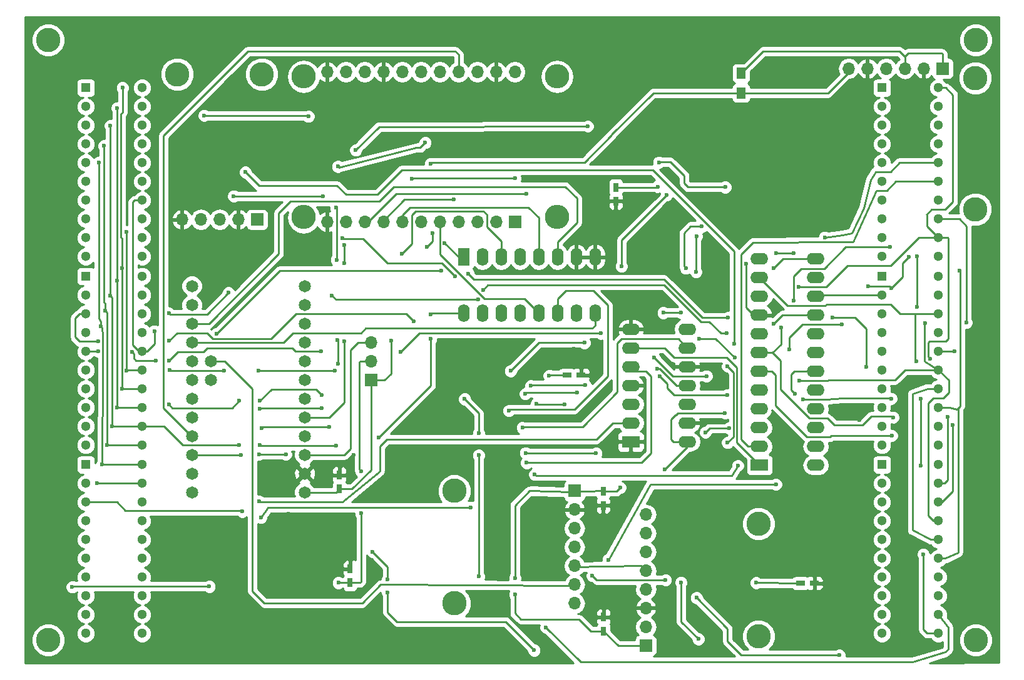
<source format=gbr>
G04 #@! TF.FileFunction,Copper,L2,Bot,Signal*
%FSLAX46Y46*%
G04 Gerber Fmt 4.6, Leading zero omitted, Abs format (unit mm)*
G04 Created by KiCad (PCBNEW 4.0.6) date 09/02/17 13:52:09*
%MOMM*%
%LPD*%
G01*
G04 APERTURE LIST*
%ADD10C,0.100000*%
%ADD11C,3.302000*%
%ADD12R,1.700000X1.700000*%
%ADD13O,1.700000X1.700000*%
%ADD14C,1.648460*%
%ADD15R,1.300000X1.300000*%
%ADD16C,1.300000*%
%ADD17R,2.400000X1.600000*%
%ADD18O,2.400000X1.600000*%
%ADD19O,3.302000X3.302000*%
%ADD20R,1.600000X2.400000*%
%ADD21O,1.600000X2.400000*%
%ADD22R,1.300000X1.500000*%
%ADD23R,0.750000X1.200000*%
%ADD24R,1.200000X0.750000*%
%ADD25C,0.600000*%
%ADD26C,0.250000*%
%ADD27C,0.254000*%
G04 APERTURE END LIST*
D10*
D11*
X157543500Y-96012000D03*
X201866500Y-90233500D03*
D12*
X197421500Y-71183500D03*
D13*
X194881500Y-71183500D03*
X192341500Y-71183500D03*
X189801500Y-71183500D03*
X187261500Y-71183500D03*
X184721500Y-71183500D03*
D11*
X201866500Y-72453500D03*
X76454000Y-148590000D03*
X201930000Y-148590000D03*
X76454000Y-67310000D03*
D14*
X111125000Y-108267500D03*
X111125000Y-110807500D03*
X111125000Y-113347500D03*
X111125000Y-115887500D03*
X111125000Y-118427500D03*
X95885000Y-128587500D03*
X95885000Y-126044960D03*
X95885000Y-123507500D03*
X95885000Y-120967500D03*
X95885000Y-118427500D03*
X95885000Y-113347500D03*
X95885000Y-110807500D03*
X95885000Y-108267500D03*
X95885000Y-105727500D03*
X95885000Y-103187500D03*
X95885000Y-100647500D03*
X98425000Y-113347500D03*
X98425000Y-110807500D03*
X95885000Y-115887500D03*
X111125000Y-128587500D03*
X111125000Y-126044960D03*
X111125000Y-100647500D03*
X111125000Y-103187500D03*
X111125000Y-105727500D03*
X111125000Y-123507500D03*
X111125000Y-120967500D03*
D15*
X81534000Y-99314000D03*
D16*
X81534000Y-101854000D03*
X81534000Y-104394000D03*
X81534000Y-106934000D03*
X89154000Y-117094000D03*
X89154000Y-114554000D03*
X89154000Y-112014000D03*
X89154000Y-109474000D03*
X81534000Y-109474000D03*
X81534000Y-112014000D03*
X81534000Y-114554000D03*
X81534000Y-117094000D03*
X89154000Y-119634000D03*
X89154000Y-122174000D03*
X81534000Y-122174000D03*
X81534000Y-119634000D03*
X89154000Y-106934000D03*
X89154000Y-104394000D03*
X89154000Y-101854000D03*
X89154000Y-99314000D03*
D11*
X105346500Y-71945500D03*
D12*
X104711500Y-91630500D03*
D13*
X102171500Y-91630500D03*
X99631500Y-91630500D03*
X97091500Y-91630500D03*
X94551500Y-91630500D03*
D11*
X93916500Y-71945500D03*
D17*
X155257500Y-121729500D03*
D18*
X162877500Y-106489500D03*
X155257500Y-119189500D03*
X162877500Y-109029500D03*
X155257500Y-116649500D03*
X162877500Y-111569500D03*
X155257500Y-114109500D03*
X162877500Y-114109500D03*
X155257500Y-111569500D03*
X162877500Y-116649500D03*
X155257500Y-109029500D03*
X162877500Y-119189500D03*
X155257500Y-106489500D03*
X162877500Y-121729500D03*
D19*
X110998000Y-72263000D03*
X110998000Y-91313000D03*
X145288000Y-91313000D03*
D13*
X114173000Y-71628000D03*
X116713000Y-71628000D03*
X119253000Y-71628000D03*
X121793000Y-71628000D03*
X124333000Y-71628000D03*
X126873000Y-71628000D03*
X129413000Y-71628000D03*
X131953000Y-71628000D03*
X134493000Y-71628000D03*
X137033000Y-71628000D03*
X139573000Y-71628000D03*
D12*
X139573000Y-91948000D03*
D13*
X137033000Y-91948000D03*
X134493000Y-91948000D03*
X131953000Y-91948000D03*
X129413000Y-91948000D03*
X126873000Y-91948000D03*
X124333000Y-91948000D03*
X121793000Y-91948000D03*
X119253000Y-91948000D03*
X116713000Y-91948000D03*
X114173000Y-91948000D03*
D19*
X145288000Y-72263000D03*
D11*
X131381500Y-143637000D03*
D12*
X147637500Y-128397000D03*
D13*
X147637500Y-130937000D03*
X147637500Y-133477000D03*
X147637500Y-136017000D03*
X147637500Y-138557000D03*
X147637500Y-141097000D03*
X147637500Y-143637000D03*
D11*
X131381500Y-128397000D03*
D20*
X132651500Y-96710500D03*
D21*
X150431500Y-104330500D03*
X135191500Y-96710500D03*
X147891500Y-104330500D03*
X137731500Y-96710500D03*
X145351500Y-104330500D03*
X140271500Y-96710500D03*
X142811500Y-104330500D03*
X142811500Y-96710500D03*
X140271500Y-104330500D03*
X145351500Y-96710500D03*
X137731500Y-104330500D03*
X147891500Y-96710500D03*
X135191500Y-104330500D03*
X150431500Y-96710500D03*
X132651500Y-104330500D03*
D17*
X172656500Y-124904500D03*
D18*
X180276500Y-96964500D03*
X172656500Y-122364500D03*
X180276500Y-99504500D03*
X172656500Y-119824500D03*
X180276500Y-102044500D03*
X172656500Y-117284500D03*
X180276500Y-104584500D03*
X172656500Y-114744500D03*
X180276500Y-107124500D03*
X172656500Y-112204500D03*
X180276500Y-109664500D03*
X172656500Y-109664500D03*
X180276500Y-112204500D03*
X172656500Y-107124500D03*
X180276500Y-114744500D03*
X172656500Y-104584500D03*
X180276500Y-117284500D03*
X172656500Y-102044500D03*
X180276500Y-119824500D03*
X172656500Y-99504500D03*
X180276500Y-122364500D03*
X172656500Y-96964500D03*
X180276500Y-124904500D03*
D11*
X172529500Y-132842000D03*
D12*
X157289500Y-149352000D03*
D13*
X157289500Y-146812000D03*
X157289500Y-144272000D03*
X157289500Y-141732000D03*
X157289500Y-139192000D03*
X157289500Y-136652000D03*
X157289500Y-134112000D03*
X157289500Y-131572000D03*
D11*
X172529500Y-148082000D03*
D12*
X120142000Y-113411000D03*
D13*
X120142000Y-110871000D03*
X120142000Y-108331000D03*
D22*
X170180000Y-71802000D03*
X170180000Y-74502000D03*
D15*
X189230000Y-124841000D03*
D16*
X189230000Y-127381000D03*
X189230000Y-129921000D03*
X189230000Y-132461000D03*
X196850000Y-142621000D03*
X196850000Y-140081000D03*
X196850000Y-137541000D03*
X196850000Y-135001000D03*
X189230000Y-135001000D03*
X189230000Y-137541000D03*
X189230000Y-140081000D03*
X189230000Y-142621000D03*
X196850000Y-145161000D03*
X196850000Y-147701000D03*
X189230000Y-147701000D03*
X189230000Y-145161000D03*
X196850000Y-132461000D03*
X196850000Y-129921000D03*
X196850000Y-127381000D03*
X196850000Y-124841000D03*
D15*
X189230000Y-99314000D03*
D16*
X189230000Y-101854000D03*
X189230000Y-104394000D03*
X189230000Y-106934000D03*
X196850000Y-117094000D03*
X196850000Y-114554000D03*
X196850000Y-112014000D03*
X196850000Y-109474000D03*
X189230000Y-109474000D03*
X189230000Y-112014000D03*
X189230000Y-114554000D03*
X189230000Y-117094000D03*
X196850000Y-119634000D03*
X196850000Y-122174000D03*
X189230000Y-122174000D03*
X189230000Y-119634000D03*
X196850000Y-106934000D03*
X196850000Y-104394000D03*
X196850000Y-101854000D03*
X196850000Y-99314000D03*
D15*
X189230000Y-73787000D03*
D16*
X189230000Y-76327000D03*
X189230000Y-78867000D03*
X189230000Y-81407000D03*
X196850000Y-91567000D03*
X196850000Y-89027000D03*
X196850000Y-86487000D03*
X196850000Y-83947000D03*
X189230000Y-83947000D03*
X189230000Y-86487000D03*
X189230000Y-89027000D03*
X189230000Y-91567000D03*
X196850000Y-94107000D03*
X196850000Y-96647000D03*
X189230000Y-96647000D03*
X189230000Y-94107000D03*
X196850000Y-81407000D03*
X196850000Y-78867000D03*
X196850000Y-76327000D03*
X196850000Y-73787000D03*
D15*
X81534000Y-124841000D03*
D16*
X81534000Y-127381000D03*
X81534000Y-129921000D03*
X81534000Y-132461000D03*
X89154000Y-142621000D03*
X89154000Y-140081000D03*
X89154000Y-137541000D03*
X89154000Y-135001000D03*
X81534000Y-135001000D03*
X81534000Y-137541000D03*
X81534000Y-140081000D03*
X81534000Y-142621000D03*
X89154000Y-145161000D03*
X89154000Y-147701000D03*
X81534000Y-147701000D03*
X81534000Y-145161000D03*
X89154000Y-132461000D03*
X89154000Y-129921000D03*
X89154000Y-127381000D03*
X89154000Y-124841000D03*
D15*
X81534000Y-73787000D03*
D16*
X81534000Y-76327000D03*
X81534000Y-78867000D03*
X81534000Y-81407000D03*
X89154000Y-91567000D03*
X89154000Y-89027000D03*
X89154000Y-86487000D03*
X89154000Y-83947000D03*
X81534000Y-83947000D03*
X81534000Y-86487000D03*
X81534000Y-89027000D03*
X81534000Y-91567000D03*
X89154000Y-94107000D03*
X89154000Y-96647000D03*
X81534000Y-96647000D03*
X81534000Y-94107000D03*
X89154000Y-81407000D03*
X89154000Y-78867000D03*
X89154000Y-76327000D03*
X89154000Y-73787000D03*
D23*
X153225500Y-87251500D03*
X153225500Y-89151500D03*
D24*
X146624000Y-112712500D03*
X148524000Y-112712500D03*
D23*
X115824000Y-128140500D03*
X115824000Y-126240500D03*
X117284500Y-140840500D03*
X117284500Y-138940500D03*
D24*
X178183500Y-140906500D03*
X180083500Y-140906500D03*
D23*
X151511000Y-128463000D03*
X151511000Y-130363000D03*
X151574500Y-147381000D03*
X151574500Y-145481000D03*
D11*
X201930000Y-67310000D03*
D25*
X168021000Y-87249000D03*
X159067500Y-83883500D03*
X158877000Y-87185500D03*
X187071000Y-111569500D03*
X182562500Y-104902000D03*
X115633500Y-84455000D03*
X127444500Y-81216500D03*
X101536500Y-88455500D03*
X113601500Y-88455500D03*
X115633500Y-111188500D03*
X115570000Y-107950000D03*
X115443000Y-97091500D03*
X115379500Y-90043000D03*
X177482500Y-115252500D03*
X167957500Y-117856000D03*
X159829500Y-125476000D03*
X153797000Y-127952500D03*
X118745000Y-131445000D03*
X118745000Y-125730000D03*
X139573000Y-142430500D03*
X139573000Y-140208000D03*
X144208500Y-112776000D03*
X172212000Y-140843000D03*
X115697000Y-140843000D03*
X170815000Y-97599500D03*
X167703500Y-97663000D03*
X151003000Y-109347000D03*
X151638000Y-114998500D03*
X122999500Y-123444000D03*
X117729000Y-123507500D03*
X105473500Y-135191500D03*
X108966000Y-131508500D03*
X147574000Y-109156500D03*
X133604000Y-108521500D03*
X168148000Y-118935500D03*
X186372500Y-122237500D03*
X186182000Y-118808500D03*
X186372500Y-117030500D03*
X122809000Y-108077000D03*
X127698500Y-95313500D03*
X128460500Y-93472000D03*
X128143000Y-84074000D03*
X128143000Y-104457500D03*
X128206500Y-107823000D03*
X121158000Y-121158000D03*
X169227500Y-108458000D03*
X103124000Y-85217000D03*
X168338500Y-115379500D03*
X159194500Y-112839500D03*
X149098000Y-114046000D03*
X141732000Y-114173000D03*
X115252500Y-112077500D03*
X104902000Y-112141000D03*
X100203000Y-112077500D03*
X92837000Y-112014000D03*
X87058500Y-93345000D03*
X87058500Y-112077500D03*
X195072000Y-105664000D03*
X200660000Y-105600500D03*
X178054000Y-113474500D03*
X193992500Y-96647000D03*
X193929000Y-103441500D03*
X168211500Y-107061000D03*
X135255000Y-101155500D03*
X134620000Y-102489000D03*
X114808000Y-101917500D03*
X100838000Y-101536500D03*
X92773500Y-104330500D03*
X90805000Y-106743500D03*
X198818500Y-119443500D03*
X199009000Y-109474000D03*
X194818000Y-136969500D03*
X164147500Y-142875000D03*
X183451500Y-150622000D03*
X152209500Y-137731500D03*
X174879000Y-127508000D03*
X83058000Y-127381000D03*
X198120000Y-118364000D03*
X143764000Y-146875500D03*
X193865500Y-110871000D03*
X194437000Y-115887500D03*
X194437000Y-124968000D03*
X83312000Y-83883500D03*
X83566000Y-106108500D03*
X83756500Y-124841000D03*
X181483000Y-94043500D03*
X174561500Y-105791000D03*
X165481000Y-112839500D03*
X158369000Y-110299500D03*
X125920500Y-105410000D03*
X92773500Y-108077000D03*
X83185000Y-108140500D03*
X195770500Y-110490000D03*
X168402000Y-104902000D03*
X133286500Y-98996500D03*
X131445000Y-99314000D03*
X116268500Y-94170500D03*
X86487000Y-73787000D03*
X86423500Y-98234500D03*
X86423500Y-114554000D03*
X177990500Y-100774500D03*
X168529000Y-119888000D03*
X165354000Y-120459500D03*
X146304000Y-116713000D03*
X142494000Y-116586000D03*
X113411000Y-115379500D03*
X105092500Y-116205000D03*
X102298500Y-116205000D03*
X92773500Y-116713000D03*
X85788500Y-76517500D03*
X85788500Y-99949000D03*
X85788500Y-117094000D03*
X199707500Y-98552000D03*
X190500000Y-115887500D03*
X178562000Y-116014500D03*
X150050500Y-139890500D03*
X159956500Y-140462000D03*
X84010500Y-81661000D03*
X84137500Y-103949500D03*
X84391500Y-122174000D03*
X192849500Y-96710500D03*
X176657000Y-109220000D03*
X183832500Y-105854500D03*
X187325000Y-100647500D03*
X190500000Y-100901500D03*
X190563500Y-120904000D03*
X150558500Y-123317000D03*
X141033500Y-123253500D03*
X115379500Y-122237500D03*
X105029000Y-122174000D03*
X102298500Y-122174000D03*
X84836000Y-78930500D03*
X84836000Y-101981000D03*
X85090000Y-119634000D03*
X175577500Y-106235500D03*
X177292000Y-102616000D03*
X190309500Y-95377000D03*
X190754000Y-118427500D03*
X174942500Y-96202500D03*
X177292000Y-96202500D03*
X151193500Y-107061000D03*
X124079000Y-109601000D03*
X113347500Y-109474000D03*
X92773500Y-110744000D03*
X90995500Y-110744000D03*
X87757000Y-109601000D03*
X83185000Y-109474000D03*
X169735500Y-124968000D03*
X142240000Y-126174500D03*
X133604000Y-130619500D03*
X105219500Y-132016500D03*
X102679500Y-131191000D03*
X139573000Y-86042500D03*
X125603000Y-86106000D03*
X140970000Y-115252500D03*
X148018500Y-115062000D03*
X134683500Y-139954000D03*
X134683500Y-123571000D03*
X134683500Y-120586500D03*
X132778500Y-115951000D03*
X116459000Y-95059500D03*
X116459000Y-97536000D03*
X116459000Y-108140500D03*
X124269500Y-96266000D03*
X104965500Y-129794000D03*
X141160500Y-124587000D03*
X108585000Y-123444000D03*
X104965500Y-123444000D03*
X102489000Y-123507500D03*
X140589000Y-119824500D03*
X114490500Y-119697500D03*
X105283000Y-119888000D03*
X105092500Y-117284500D03*
X113474500Y-117157500D03*
X138747500Y-117538500D03*
X99187000Y-107124500D03*
X129603500Y-98552000D03*
X164084000Y-98742500D03*
X164147500Y-93916500D03*
X149415500Y-78994000D03*
X118046500Y-82232500D03*
X162052000Y-104267000D03*
X159639000Y-104267000D03*
X158813500Y-111887000D03*
X174561500Y-98234500D03*
X130048000Y-94805500D03*
X131318000Y-88900000D03*
X141160500Y-88138000D03*
X98234500Y-141351000D03*
X79692500Y-141414500D03*
X97536000Y-77533500D03*
X111633000Y-77660500D03*
X164846000Y-92583000D03*
X162687000Y-98234500D03*
X164465000Y-107759500D03*
X169291000Y-110363000D03*
X168338500Y-111506000D03*
X168338500Y-121856500D03*
X162052000Y-140779500D03*
X164401500Y-148463000D03*
X142176500Y-149987000D03*
X122364500Y-142176500D03*
X122364500Y-140398500D03*
X120332500Y-136652000D03*
X148971000Y-108331000D03*
X139001500Y-112141000D03*
X160083500Y-88328500D03*
X153987500Y-97980500D03*
D26*
X153225500Y-87251500D02*
X158811000Y-87251500D01*
X163004500Y-87249000D02*
X168021000Y-87249000D01*
X162496500Y-86741000D02*
X163004500Y-87249000D01*
X162496500Y-85725000D02*
X162496500Y-86741000D01*
X160591500Y-83820000D02*
X162496500Y-85725000D01*
X159131000Y-83820000D02*
X160591500Y-83820000D01*
X159067500Y-83883500D02*
X159131000Y-83820000D01*
X158811000Y-87251500D02*
X158877000Y-87185500D01*
X187071000Y-106426000D02*
X187071000Y-111569500D01*
X185547000Y-104902000D02*
X187071000Y-106426000D01*
X182562500Y-104902000D02*
X185547000Y-104902000D01*
X115763000Y-84584500D02*
X115633500Y-84455000D01*
X115763000Y-84584500D02*
X126238000Y-81900763D01*
X126760237Y-81900763D02*
X126238000Y-81900763D01*
X127444500Y-81216500D02*
X126760237Y-81900763D01*
X101536500Y-88455500D02*
X113601500Y-88455500D01*
X115633500Y-108013500D02*
X115633500Y-111188500D01*
X115570000Y-107950000D02*
X115633500Y-108013500D01*
X115443000Y-90106500D02*
X115443000Y-97091500D01*
X115379500Y-90043000D02*
X115443000Y-90106500D01*
X162877500Y-121729500D02*
X161036000Y-121729500D01*
X177355500Y-112204500D02*
X180276500Y-112204500D01*
X176974500Y-112585500D02*
X177355500Y-112204500D01*
X176974500Y-114744500D02*
X176974500Y-112585500D01*
X177482500Y-115252500D02*
X176974500Y-114744500D01*
X161607500Y-117856000D02*
X167957500Y-117856000D01*
X161353500Y-118110000D02*
X161607500Y-117856000D01*
X161290000Y-118110000D02*
X161353500Y-118110000D01*
X160718500Y-118681500D02*
X161290000Y-118110000D01*
X160718500Y-121412000D02*
X160718500Y-118681500D01*
X161036000Y-121729500D02*
X160718500Y-121412000D01*
X151511000Y-128463000D02*
X153286500Y-128463000D01*
X159829500Y-125476000D02*
X162877500Y-122428000D01*
X153286500Y-128463000D02*
X153797000Y-127952500D01*
X162877500Y-122428000D02*
X162877500Y-121729500D01*
X117284500Y-140840500D02*
X118620500Y-140840500D01*
X118620500Y-140840500D02*
X118745000Y-140716000D01*
X118745000Y-140716000D02*
X118745000Y-131445000D01*
X118745000Y-125730000D02*
X118491000Y-125476000D01*
X118491000Y-125476000D02*
X118491000Y-110998000D01*
X118491000Y-110998000D02*
X118618000Y-110871000D01*
X118618000Y-110871000D02*
X120142000Y-110871000D01*
X147129500Y-128524000D02*
X141541500Y-128397000D01*
X149857500Y-147381000D02*
X151574500Y-147381000D01*
X148272500Y-145796000D02*
X149857500Y-147381000D01*
X140398500Y-145796000D02*
X148272500Y-145796000D01*
X139573000Y-144970500D02*
X140398500Y-145796000D01*
X139573000Y-142430500D02*
X139573000Y-144970500D01*
X139573000Y-130365500D02*
X139573000Y-140208000D01*
X141541500Y-128397000D02*
X139573000Y-130365500D01*
X144272000Y-112712500D02*
X146624000Y-112712500D01*
X144208500Y-112776000D02*
X144272000Y-112712500D01*
X172212000Y-140843000D02*
X178183500Y-140906500D01*
X115699500Y-140840500D02*
X117284500Y-140840500D01*
X115697000Y-140843000D02*
X115699500Y-140840500D01*
X157289500Y-149352000D02*
X153545500Y-149352000D01*
X153545500Y-149352000D02*
X151574500Y-147381000D01*
X147129500Y-128524000D02*
X151445000Y-128397000D01*
X151445000Y-128397000D02*
X151511000Y-128463000D01*
X172656500Y-104584500D02*
X171831000Y-104584500D01*
X171831000Y-104584500D02*
X170815000Y-103568500D01*
X170815000Y-103568500D02*
X170815000Y-97599500D01*
X115824000Y-126240500D02*
X115824000Y-125412500D01*
X115824000Y-125412500D02*
X117729000Y-123507500D01*
X107823000Y-132842000D02*
X105473500Y-135191500D01*
X107823000Y-132651500D02*
X107823000Y-132842000D01*
X108966000Y-131508500D02*
X107823000Y-132651500D01*
X148524000Y-112712500D02*
X148524000Y-110106500D01*
X148524000Y-110106500D02*
X147574000Y-109156500D01*
X162877500Y-119189500D02*
X167894000Y-119189500D01*
X167894000Y-119189500D02*
X168148000Y-118935500D01*
X186182000Y-117221000D02*
X186182000Y-118808500D01*
X186372500Y-117030500D02*
X186182000Y-117221000D01*
X197421500Y-71183500D02*
X197421500Y-69215000D01*
X192341500Y-69532500D02*
X192341500Y-71183500D01*
X192786000Y-69088000D02*
X192341500Y-69532500D01*
X197294500Y-69088000D02*
X192786000Y-69088000D01*
X197421500Y-69215000D02*
X197294500Y-69088000D01*
X192341500Y-71183500D02*
X192341500Y-69596000D01*
X173148000Y-68834000D02*
X170180000Y-71802000D01*
X191579500Y-68834000D02*
X173148000Y-68834000D01*
X192341500Y-69596000D02*
X191579500Y-68834000D01*
X170180000Y-74502000D02*
X158289000Y-74502000D01*
X158289000Y-74502000D02*
X152654000Y-80137000D01*
X184721500Y-71183500D02*
X184721500Y-71691500D01*
X184721500Y-71691500D02*
X181911000Y-74502000D01*
X181911000Y-74502000D02*
X170180000Y-74502000D01*
X152654000Y-80137000D02*
X152654000Y-80200500D01*
X122809000Y-112522000D02*
X122809000Y-108077000D01*
X127698500Y-95313500D02*
X128460500Y-94551500D01*
X128460500Y-94551500D02*
X128460500Y-93472000D01*
X128143000Y-84074000D02*
X128333500Y-83883500D01*
X128333500Y-83883500D02*
X148653500Y-83883500D01*
X121920000Y-113411000D02*
X120142000Y-113411000D01*
X121920000Y-113411000D02*
X122809000Y-112522000D01*
X152654000Y-80200500D02*
X148971000Y-83883500D01*
X148971000Y-83883500D02*
X148653500Y-83883500D01*
X120142000Y-113411000D02*
X120142000Y-125539500D01*
X120142000Y-125539500D02*
X117541000Y-128140500D01*
X117541000Y-128140500D02*
X115824000Y-128140500D01*
X111125000Y-128587500D02*
X115377000Y-128587500D01*
X115377000Y-128587500D02*
X115824000Y-128140500D01*
X128270000Y-104330500D02*
X132651500Y-104330500D01*
X128143000Y-104457500D02*
X128270000Y-104330500D01*
X128206500Y-114109500D02*
X128206500Y-107823000D01*
X121158000Y-121158000D02*
X128206500Y-114109500D01*
X169227500Y-95948500D02*
X169227500Y-108458000D01*
X158242000Y-84963000D02*
X169227500Y-95948500D01*
X124269500Y-84963000D02*
X158242000Y-84963000D01*
X120967500Y-88265000D02*
X124269500Y-84963000D01*
X116718502Y-88265000D02*
X120967500Y-88265000D01*
X115512002Y-87058500D02*
X116718502Y-88265000D01*
X104965500Y-87058500D02*
X115512002Y-87058500D01*
X103124000Y-85217000D02*
X104965500Y-87058500D01*
X161099500Y-115379500D02*
X168338500Y-115379500D01*
X160210500Y-114490500D02*
X161099500Y-115379500D01*
X160210500Y-113855500D02*
X160210500Y-114490500D01*
X159194500Y-112839500D02*
X160210500Y-113855500D01*
X141859000Y-114046000D02*
X149098000Y-114046000D01*
X141732000Y-114173000D02*
X141859000Y-114046000D01*
X104965500Y-112077500D02*
X115252500Y-112077500D01*
X104902000Y-112141000D02*
X104965500Y-112077500D01*
X92900500Y-112077500D02*
X100203000Y-112077500D01*
X92837000Y-112014000D02*
X92900500Y-112077500D01*
X87058500Y-112077500D02*
X87058500Y-93345000D01*
X87122000Y-112014000D02*
X89154000Y-112014000D01*
X87058500Y-112077500D02*
X87122000Y-112014000D01*
X196850000Y-91567000D02*
X199707500Y-91567000D01*
X194945000Y-110871000D02*
X196850000Y-112014000D01*
X194945000Y-105791000D02*
X194945000Y-109664500D01*
X194945000Y-109664500D02*
X194945000Y-110871000D01*
X195072000Y-105664000D02*
X194945000Y-105791000D01*
X200660000Y-92519500D02*
X200660000Y-105600500D01*
X199707500Y-91567000D02*
X200660000Y-92519500D01*
X196850000Y-112014000D02*
X192341500Y-112014000D01*
X192341500Y-112014000D02*
X191008000Y-113347500D01*
X191008000Y-113347500D02*
X181991000Y-113347500D01*
X181991000Y-113347500D02*
X181864000Y-113474500D01*
X181864000Y-113474500D02*
X178054000Y-113474500D01*
X196850000Y-132461000D02*
X196151500Y-132461000D01*
X198247000Y-113411000D02*
X196850000Y-112014000D01*
X198247000Y-115062000D02*
X198247000Y-113411000D01*
X197485000Y-115824000D02*
X198247000Y-115062000D01*
X196151500Y-115824000D02*
X197485000Y-115824000D01*
X195453000Y-116522500D02*
X196151500Y-115824000D01*
X195453000Y-131762500D02*
X195453000Y-116522500D01*
X196151500Y-132461000D02*
X195453000Y-131762500D01*
X193992500Y-96647000D02*
X193929000Y-96710500D01*
X193929000Y-96710500D02*
X193929000Y-103441500D01*
X89154000Y-109474000D02*
X89789000Y-109474000D01*
X89789000Y-109474000D02*
X90805000Y-108458000D01*
X167449500Y-107061000D02*
X168211500Y-107061000D01*
X165862000Y-105473500D02*
X167449500Y-107061000D01*
X164719000Y-105473500D02*
X165862000Y-105473500D01*
X159766000Y-100520500D02*
X164719000Y-105473500D01*
X135890000Y-100520500D02*
X159766000Y-100520500D01*
X135255000Y-101155500D02*
X135890000Y-100520500D01*
X115379500Y-102489000D02*
X134620000Y-102489000D01*
X114808000Y-101917500D02*
X115379500Y-102489000D01*
X97917000Y-104457500D02*
X100838000Y-101536500D01*
X92900500Y-104457500D02*
X97917000Y-104457500D01*
X92773500Y-104330500D02*
X92900500Y-104457500D01*
X90805000Y-108458000D02*
X90805000Y-106743500D01*
X89154000Y-109474000D02*
X88709500Y-109474000D01*
X88709500Y-109474000D02*
X87884000Y-108648500D01*
X88138000Y-89027000D02*
X89154000Y-89027000D01*
X87884000Y-89281000D02*
X88138000Y-89027000D01*
X87884000Y-108648500D02*
X87884000Y-89281000D01*
X196850000Y-129921000D02*
X197358000Y-129921000D01*
X197358000Y-129921000D02*
X198818500Y-128460500D01*
X198818500Y-128460500D02*
X198818500Y-119443500D01*
X199009000Y-109474000D02*
X196850000Y-109474000D01*
X196850000Y-147701000D02*
X195326000Y-147701000D01*
X194818000Y-147193000D02*
X194818000Y-136969500D01*
X195326000Y-147701000D02*
X194818000Y-147193000D01*
X164147500Y-142875000D02*
X168338500Y-147066000D01*
X168338500Y-147066000D02*
X168338500Y-148780500D01*
X168338500Y-148780500D02*
X170180000Y-150622000D01*
X170180000Y-150622000D02*
X183451500Y-150622000D01*
X152209500Y-137731500D02*
X157924500Y-127508000D01*
X157924500Y-127508000D02*
X174879000Y-127508000D01*
X83058000Y-127381000D02*
X89154000Y-127381000D01*
X196850000Y-86487000D02*
X191071500Y-86487000D01*
X171132500Y-122364500D02*
X172656500Y-122364500D01*
X170180000Y-121412000D02*
X171132500Y-122364500D01*
X170180000Y-96329500D02*
X170180000Y-121412000D01*
X171767500Y-94742000D02*
X170180000Y-96329500D01*
X185356500Y-94678500D02*
X183959500Y-94678500D01*
X183959500Y-94678500D02*
X171767500Y-94742000D01*
X188468000Y-87693500D02*
X185356500Y-94678500D01*
X189865000Y-87693500D02*
X188468000Y-87693500D01*
X191071500Y-86487000D02*
X189865000Y-87693500D01*
X196850000Y-127381000D02*
X197675500Y-127381000D01*
X197675500Y-127381000D02*
X198120000Y-126936500D01*
X198120000Y-126936500D02*
X198120000Y-118364000D01*
X197802500Y-150241000D02*
X197802500Y-150177500D01*
X143764000Y-146875500D02*
X148463000Y-151574500D01*
X188277500Y-151574500D02*
X193357500Y-151574500D01*
X186055000Y-151574500D02*
X188277500Y-151574500D01*
X148463000Y-151574500D02*
X186055000Y-151574500D01*
X193357500Y-151574500D02*
X197802500Y-150241000D01*
X198183500Y-146875500D02*
X196850000Y-145161000D01*
X198183500Y-149860000D02*
X198183500Y-146875500D01*
X197802500Y-150177500D02*
X198183500Y-149860000D01*
X193738500Y-110744000D02*
X193738500Y-104394000D01*
X193865500Y-110871000D02*
X193738500Y-110744000D01*
X194437000Y-124968000D02*
X194437000Y-115887500D01*
X83566000Y-106108500D02*
X83566000Y-105473500D01*
X83312000Y-105029000D02*
X83312000Y-83883500D01*
X83566000Y-105473500D02*
X83312000Y-105029000D01*
X83756500Y-106299000D02*
X83820000Y-107378500D01*
X83820000Y-107378500D02*
X83820000Y-115697000D01*
X83820000Y-115697000D02*
X83756500Y-121031000D01*
X83756500Y-121031000D02*
X83756500Y-124841000D01*
X83566000Y-106108500D02*
X83756500Y-106299000D01*
X83756500Y-124841000D02*
X89154000Y-124841000D01*
X196850000Y-83947000D02*
X191579500Y-83947000D01*
X188341000Y-85153500D02*
X187706000Y-86237233D01*
X187706000Y-86237233D02*
X186753500Y-90108617D01*
X186753500Y-90108617D02*
X185166000Y-93515584D01*
X185166000Y-93515584D02*
X183896000Y-93718629D01*
X183896000Y-93718629D02*
X181483000Y-94043500D01*
X190373000Y-85153500D02*
X188341000Y-85153500D01*
X191579500Y-83947000D02*
X190373000Y-85153500D01*
X196850000Y-104394000D02*
X193738500Y-104394000D01*
X193738500Y-104394000D02*
X191706500Y-104394000D01*
X191706500Y-104394000D02*
X190436500Y-103124000D01*
X190436500Y-103124000D02*
X181737000Y-103124000D01*
X181737000Y-103124000D02*
X181546500Y-103314500D01*
X181546500Y-103314500D02*
X176466500Y-103314500D01*
X176466500Y-103314500D02*
X172656500Y-99504500D01*
X81534000Y-104394000D02*
X80708500Y-104394000D01*
X175768000Y-104584500D02*
X180276500Y-104584500D01*
X174561500Y-105791000D02*
X175768000Y-104584500D01*
X160909000Y-112839500D02*
X165481000Y-112839500D01*
X158369000Y-110299500D02*
X160909000Y-112839500D01*
X124904500Y-104394000D02*
X125920500Y-105410000D01*
X109982000Y-104394000D02*
X124904500Y-104394000D01*
X106616500Y-107759500D02*
X109982000Y-104394000D01*
X98684502Y-107759500D02*
X106616500Y-107759500D01*
X97922502Y-106997500D02*
X98684502Y-107759500D01*
X93853000Y-106997500D02*
X97922502Y-106997500D01*
X92773500Y-108077000D02*
X93853000Y-106997500D01*
X80645000Y-108140500D02*
X83185000Y-108140500D01*
X80073500Y-107569000D02*
X80645000Y-108140500D01*
X80073500Y-105029000D02*
X80073500Y-107569000D01*
X80708500Y-104394000D02*
X80073500Y-105029000D01*
X195770500Y-108140500D02*
X195643500Y-108140500D01*
X198120000Y-94107000D02*
X198183500Y-94170500D01*
X198183500Y-94170500D02*
X198183500Y-107823000D01*
X198183500Y-107823000D02*
X197866000Y-108140500D01*
X197866000Y-108140500D02*
X195770500Y-108140500D01*
X196850000Y-94107000D02*
X198120000Y-94107000D01*
X195453000Y-110172500D02*
X195770500Y-110490000D01*
X195453000Y-108331000D02*
X195453000Y-110172500D01*
X195643500Y-108140500D02*
X195453000Y-108331000D01*
X164909500Y-104902000D02*
X168402000Y-104902000D01*
X159766000Y-99758500D02*
X164909500Y-104902000D01*
X134048500Y-99758500D02*
X159766000Y-99758500D01*
X133286500Y-98996500D02*
X134048500Y-99758500D01*
X129667000Y-97536000D02*
X131445000Y-99314000D01*
X122364500Y-97536000D02*
X129667000Y-97536000D01*
X119062500Y-94234000D02*
X122364500Y-97536000D01*
X116332000Y-94234000D02*
X119062500Y-94234000D01*
X116268500Y-94170500D02*
X116332000Y-94234000D01*
X86423500Y-98234500D02*
X86423500Y-94170500D01*
X86487000Y-77152500D02*
X86487000Y-73787000D01*
X86296500Y-77343000D02*
X86487000Y-77152500D01*
X86296500Y-77660500D02*
X86296500Y-77343000D01*
X86296500Y-94043500D02*
X86296500Y-77660500D01*
X86423500Y-94170500D02*
X86296500Y-94043500D01*
X86423500Y-114554000D02*
X86423500Y-98234500D01*
X86423500Y-114554000D02*
X89154000Y-114554000D01*
X195294250Y-90900250D02*
X195294250Y-92551250D01*
X195294250Y-92551250D02*
X196850000Y-94107000D01*
X196850000Y-73787000D02*
X197866000Y-73787000D01*
X195897500Y-90297000D02*
X195294250Y-90900250D01*
X195294250Y-90900250D02*
X195262500Y-90932000D01*
X197739000Y-90297000D02*
X195897500Y-90297000D01*
X198818500Y-89217500D02*
X197739000Y-90297000D01*
X198818500Y-74739500D02*
X198818500Y-89217500D01*
X197866000Y-73787000D02*
X198818500Y-74739500D01*
X196850000Y-94107000D02*
X194183000Y-94107000D01*
X181673500Y-100774500D02*
X177990500Y-100774500D01*
X184531000Y-97917000D02*
X181673500Y-100774500D01*
X190373000Y-97917000D02*
X184531000Y-97917000D01*
X194183000Y-94107000D02*
X190373000Y-97917000D01*
X196850000Y-135001000D02*
X195834000Y-135001000D01*
X195834000Y-135001000D02*
X193357500Y-133731000D01*
X193357500Y-133731000D02*
X193357500Y-115252500D01*
X193357500Y-115252500D02*
X195389500Y-114554000D01*
X195389500Y-114554000D02*
X196850000Y-114554000D01*
X165925500Y-119888000D02*
X168529000Y-119888000D01*
X165354000Y-120459500D02*
X165925500Y-119888000D01*
X142621000Y-116713000D02*
X146304000Y-116713000D01*
X142494000Y-116586000D02*
X142621000Y-116713000D01*
X112649000Y-114617500D02*
X113411000Y-115379500D01*
X106680000Y-114617500D02*
X112649000Y-114617500D01*
X105092500Y-116205000D02*
X106680000Y-114617500D01*
X101346000Y-117157500D02*
X102298500Y-116205000D01*
X93218000Y-117157500D02*
X101346000Y-117157500D01*
X92773500Y-116713000D02*
X93218000Y-117157500D01*
X85788500Y-99949000D02*
X85788500Y-99250500D01*
X85788500Y-99250500D02*
X85788500Y-76517500D01*
X85788500Y-117094000D02*
X85788500Y-99949000D01*
X85788500Y-117094000D02*
X89154000Y-117094000D01*
X199771000Y-116903500D02*
X199361136Y-117313364D01*
X199771000Y-98615500D02*
X199771000Y-116903500D01*
X199707500Y-98552000D02*
X199771000Y-98615500D01*
X190500000Y-115887500D02*
X190436500Y-115824000D01*
X190436500Y-115824000D02*
X188595000Y-115824000D01*
X188595000Y-115824000D02*
X186055000Y-115824000D01*
X186055000Y-115824000D02*
X183896000Y-115824000D01*
X183896000Y-115824000D02*
X181673500Y-116014500D01*
X181673500Y-116014500D02*
X178562000Y-116014500D01*
X196850000Y-137541000D02*
X197802500Y-137541000D01*
X198374000Y-117094000D02*
X196850000Y-117094000D01*
X199517000Y-117348000D02*
X199361136Y-117313364D01*
X199361136Y-117313364D02*
X198374000Y-117094000D01*
X199517000Y-136715500D02*
X199517000Y-117348000D01*
X197802500Y-137541000D02*
X199517000Y-136715500D01*
X150050500Y-139890500D02*
X150622000Y-140462000D01*
X154813000Y-140462000D02*
X159956500Y-140462000D01*
X150622000Y-140462000D02*
X154813000Y-140462000D01*
X84137500Y-103949500D02*
X84137500Y-102997000D01*
X84010500Y-102870000D02*
X84010500Y-81661000D01*
X84137500Y-102997000D02*
X84010500Y-102870000D01*
X84391500Y-104203500D02*
X84391500Y-122174000D01*
X84137500Y-103949500D02*
X84391500Y-104203500D01*
X84391500Y-122174000D02*
X89154000Y-122174000D01*
X192024000Y-99377500D02*
X190500000Y-100901500D01*
X192024000Y-97536000D02*
X192024000Y-99377500D01*
X192849500Y-96710500D02*
X192024000Y-97536000D01*
X176657000Y-107632500D02*
X176657000Y-109220000D01*
X178435000Y-105854500D02*
X176657000Y-107632500D01*
X183832500Y-105854500D02*
X178435000Y-105854500D01*
X190246000Y-100647500D02*
X187325000Y-100647500D01*
X190500000Y-100901500D02*
X190246000Y-100647500D01*
X190563500Y-120904000D02*
X182372000Y-120904000D01*
X182372000Y-120904000D02*
X182181500Y-121094500D01*
X182181500Y-121094500D02*
X179070000Y-121094500D01*
X179070000Y-121094500D02*
X174815500Y-116840000D01*
X174815500Y-116840000D02*
X174815500Y-112712500D01*
X174815500Y-112712500D02*
X174307500Y-112204500D01*
X174307500Y-112204500D02*
X172656500Y-112204500D01*
X89154000Y-119634000D02*
X92138500Y-119634000D01*
X141097000Y-123317000D02*
X150558500Y-123317000D01*
X141033500Y-123253500D02*
X141097000Y-123317000D01*
X105092500Y-122237500D02*
X115379500Y-122237500D01*
X105029000Y-122174000D02*
X105092500Y-122237500D01*
X94678500Y-122174000D02*
X102298500Y-122174000D01*
X92138500Y-119634000D02*
X94678500Y-122174000D01*
X84836000Y-101981000D02*
X84836000Y-78930500D01*
X85090000Y-102235000D02*
X85090000Y-119634000D01*
X84836000Y-101981000D02*
X85090000Y-102235000D01*
X85090000Y-119634000D02*
X89154000Y-119634000D01*
X175577500Y-108521500D02*
X174434500Y-109664500D01*
X175577500Y-106235500D02*
X175577500Y-108521500D01*
X177292000Y-99314000D02*
X177292000Y-102616000D01*
X178308000Y-98298000D02*
X177292000Y-99314000D01*
X181419500Y-98298000D02*
X178308000Y-98298000D01*
X184340500Y-95377000D02*
X181419500Y-98298000D01*
X190309500Y-95377000D02*
X184340500Y-95377000D01*
X174434500Y-109664500D02*
X172656500Y-109664500D01*
X174434500Y-109664500D02*
X172656500Y-109664500D01*
X175514000Y-110744000D02*
X174434500Y-109664500D01*
X175514000Y-114681000D02*
X175514000Y-110744000D01*
X179387500Y-118554500D02*
X175514000Y-114681000D01*
X181864000Y-118554500D02*
X179387500Y-118554500D01*
X182816500Y-119507000D02*
X181864000Y-118554500D01*
X186563000Y-119507000D02*
X182816500Y-119507000D01*
X187769500Y-118300500D02*
X186563000Y-119507000D01*
X190627000Y-118300500D02*
X187769500Y-118300500D01*
X190754000Y-118427500D02*
X190627000Y-118300500D01*
X174942500Y-96202500D02*
X177292000Y-96202500D01*
X81534000Y-109474000D02*
X83185000Y-109474000D01*
X126619000Y-107061000D02*
X151193500Y-107061000D01*
X124079000Y-109601000D02*
X126619000Y-107061000D01*
X109918500Y-109474000D02*
X113347500Y-109474000D01*
X109474000Y-109029500D02*
X109918500Y-109474000D01*
X97917000Y-109029500D02*
X109474000Y-109029500D01*
X97409000Y-109537500D02*
X97917000Y-109029500D01*
X93980000Y-109537500D02*
X97409000Y-109537500D01*
X92773500Y-110744000D02*
X93980000Y-109537500D01*
X88328500Y-110744000D02*
X90995500Y-110744000D01*
X88011000Y-110426500D02*
X88328500Y-110744000D01*
X88011000Y-109855000D02*
X88011000Y-110426500D01*
X87757000Y-109601000D02*
X88011000Y-109855000D01*
X81534000Y-129921000D02*
X85725000Y-129921000D01*
X168910000Y-126301500D02*
X169735500Y-124968000D01*
X142367000Y-126301500D02*
X168910000Y-126301500D01*
X133540500Y-130619500D02*
X133604000Y-130619500D01*
X106172000Y-130619500D02*
X133540500Y-130619500D01*
X105219500Y-132016500D02*
X106172000Y-130619500D01*
X102552500Y-131064000D02*
X102679500Y-131191000D01*
X86868000Y-131064000D02*
X102552500Y-131064000D01*
X85725000Y-129921000D02*
X86868000Y-131064000D01*
X189230000Y-101854000D02*
X180467000Y-101854000D01*
X180467000Y-101854000D02*
X180276500Y-102044500D01*
X125666500Y-86042500D02*
X139573000Y-86042500D01*
X125603000Y-86106000D02*
X125666500Y-86042500D01*
X140970000Y-115252500D02*
X141160500Y-115062000D01*
X141160500Y-115062000D02*
X148018500Y-115062000D01*
X134683500Y-123571000D02*
X134683500Y-139954000D01*
X134683500Y-117856000D02*
X134683500Y-120586500D01*
X132778500Y-115951000D02*
X134683500Y-117856000D01*
X111125000Y-118427500D02*
X114427000Y-118427500D01*
X116459000Y-97536000D02*
X116459000Y-95059500D01*
X116459000Y-116395500D02*
X116459000Y-108140500D01*
X114427000Y-118427500D02*
X116459000Y-116395500D01*
X124269500Y-96266000D02*
X125603000Y-94932500D01*
X125603000Y-94932500D02*
X125603000Y-91059000D01*
X125603000Y-91059000D02*
X126174500Y-90487500D01*
X126174500Y-90487500D02*
X135318500Y-90487500D01*
X135318500Y-90487500D02*
X135763000Y-90932000D01*
X135763000Y-90932000D02*
X135763000Y-92646500D01*
X135763000Y-92646500D02*
X137731500Y-94615000D01*
X137731500Y-94615000D02*
X137731500Y-96710500D01*
X152844500Y-119189500D02*
X155257500Y-119189500D01*
X150622000Y-121412000D02*
X152844500Y-119189500D01*
X122237500Y-121412000D02*
X150622000Y-121412000D01*
X121285000Y-122364500D02*
X122237500Y-121412000D01*
X121285000Y-125730000D02*
X121285000Y-122364500D01*
X116268500Y-129921000D02*
X121285000Y-125730000D01*
X105092500Y-129921000D02*
X116268500Y-129921000D01*
X95885000Y-123507500D02*
X102489000Y-123507500D01*
X157289500Y-112204500D02*
X155892500Y-112204500D01*
X157988000Y-112903000D02*
X157289500Y-112204500D01*
X157988000Y-123317000D02*
X157988000Y-112903000D01*
X156718000Y-124587000D02*
X157988000Y-123317000D01*
X141160500Y-124587000D02*
X156718000Y-124587000D01*
X104965500Y-123444000D02*
X108585000Y-123444000D01*
X155892500Y-112204500D02*
X155257500Y-111569500D01*
X95885000Y-120967500D02*
X95821500Y-120967500D01*
X95821500Y-120967500D02*
X92011500Y-117157500D01*
X92011500Y-117157500D02*
X92011500Y-80264000D01*
X92011500Y-80264000D02*
X103441500Y-68834000D01*
X103441500Y-68834000D02*
X131508500Y-68834000D01*
X131508500Y-68834000D02*
X131953000Y-69278500D01*
X131953000Y-69278500D02*
X131953000Y-71628000D01*
X161671000Y-107823000D02*
X162877500Y-109029500D01*
X153987500Y-107823000D02*
X161671000Y-107823000D01*
X153416000Y-108394500D02*
X153987500Y-107823000D01*
X153416000Y-114998500D02*
X153416000Y-108394500D01*
X148717000Y-119697500D02*
X153416000Y-114998500D01*
X140716000Y-119697500D02*
X148717000Y-119697500D01*
X140589000Y-119824500D02*
X140716000Y-119697500D01*
X105473500Y-119697500D02*
X114490500Y-119697500D01*
X105283000Y-119888000D02*
X105473500Y-119697500D01*
X105092500Y-117284500D02*
X105219500Y-117157500D01*
X105219500Y-117157500D02*
X113474500Y-117157500D01*
X138747500Y-117538500D02*
X138938000Y-117348000D01*
X138938000Y-117348000D02*
X147637500Y-117348000D01*
X147637500Y-117348000D02*
X152146000Y-112839500D01*
X152146000Y-112839500D02*
X152146000Y-103251000D01*
X152146000Y-103251000D02*
X150177500Y-101282500D01*
X150177500Y-101282500D02*
X146431000Y-101282500D01*
X146431000Y-101282500D02*
X145351500Y-102362000D01*
X145351500Y-102362000D02*
X145351500Y-104330500D01*
X99187000Y-107124500D02*
X107759500Y-98552000D01*
X107759500Y-98552000D02*
X129603500Y-98552000D01*
X95885000Y-108267500D02*
X108267500Y-108267500D01*
X150431500Y-105981500D02*
X150431500Y-104330500D01*
X150050500Y-106362500D02*
X150431500Y-105981500D01*
X119380000Y-106362500D02*
X150050500Y-106362500D01*
X118745000Y-106997500D02*
X119380000Y-106362500D01*
X109537500Y-106997500D02*
X118745000Y-106997500D01*
X108267500Y-108267500D02*
X109537500Y-106997500D01*
X95885000Y-105727500D02*
X98171000Y-105727500D01*
X145351500Y-94678500D02*
X145351500Y-96710500D01*
X147955000Y-92075000D02*
X145351500Y-94678500D01*
X147955000Y-88773000D02*
X147955000Y-92075000D01*
X146367500Y-87185500D02*
X147955000Y-88773000D01*
X123190000Y-87185500D02*
X146367500Y-87185500D01*
X121221500Y-89154000D02*
X123190000Y-87185500D01*
X109220000Y-89154000D02*
X121221500Y-89154000D01*
X107632500Y-90741500D02*
X109220000Y-89154000D01*
X107632500Y-96266000D02*
X107632500Y-90741500D01*
X98171000Y-105727500D02*
X107632500Y-96266000D01*
X147129500Y-138684000D02*
X156654500Y-138557000D01*
X156654500Y-138557000D02*
X157289500Y-139192000D01*
X98425000Y-110807500D02*
X100330000Y-110807500D01*
X121412000Y-141097000D02*
X147129500Y-141224000D01*
X118935500Y-143573500D02*
X121412000Y-141097000D01*
X105664000Y-143573500D02*
X118935500Y-143573500D01*
X104076500Y-141986000D02*
X105664000Y-143573500D01*
X104076500Y-114554000D02*
X104076500Y-141986000D01*
X100330000Y-110807500D02*
X104076500Y-114554000D01*
X120142000Y-108331000D02*
X118364000Y-108331000D01*
X116522500Y-123507500D02*
X111125000Y-123507500D01*
X117348000Y-122682000D02*
X116522500Y-123507500D01*
X117348000Y-109347000D02*
X117348000Y-122682000D01*
X118364000Y-108331000D02*
X117348000Y-109347000D01*
X164084000Y-93980000D02*
X164084000Y-98742500D01*
X164147500Y-93916500D02*
X164084000Y-93980000D01*
X121221500Y-79057500D02*
X149415500Y-78994000D01*
X118046500Y-82232500D02*
X121221500Y-79057500D01*
X162877500Y-114109500D02*
X161417000Y-114109500D01*
X159639000Y-104267000D02*
X162052000Y-104267000D01*
X159194500Y-111887000D02*
X158813500Y-111887000D01*
X161417000Y-114109500D02*
X159194500Y-111887000D01*
X155257500Y-109029500D02*
X159829500Y-109029500D01*
X169608500Y-121856500D02*
X172656500Y-124904500D01*
X169608500Y-111696500D02*
X169608500Y-121856500D01*
X168211500Y-110299500D02*
X169608500Y-111696500D01*
X161099500Y-110299500D02*
X168211500Y-110299500D01*
X159829500Y-109029500D02*
X161099500Y-110299500D01*
X175831500Y-96964500D02*
X180276500Y-96964500D01*
X174561500Y-98234500D02*
X175831500Y-96964500D01*
X130048000Y-94805500D02*
X131953000Y-96710500D01*
X131953000Y-96710500D02*
X132651500Y-96710500D01*
X121793000Y-91948000D02*
X121793000Y-91757500D01*
X121793000Y-91757500D02*
X124650500Y-88900000D01*
X124650500Y-88900000D02*
X131318000Y-88900000D01*
X119253000Y-91948000D02*
X119697500Y-91948000D01*
X119697500Y-91948000D02*
X123507500Y-88138000D01*
X123507500Y-88138000D02*
X141160500Y-88138000D01*
X129413000Y-91948000D02*
X129413000Y-96329500D01*
X140843000Y-102362000D02*
X142811500Y-104330500D01*
X135445500Y-102362000D02*
X140843000Y-102362000D01*
X129413000Y-96329500D02*
X135445500Y-102362000D01*
X124333000Y-91948000D02*
X124333000Y-90995500D01*
X142811500Y-91376500D02*
X142811500Y-96710500D01*
X141414500Y-89979500D02*
X142811500Y-91376500D01*
X125349000Y-89979500D02*
X141414500Y-89979500D01*
X124333000Y-90995500D02*
X125349000Y-89979500D01*
X79756000Y-141351000D02*
X98234500Y-141351000D01*
X79692500Y-141414500D02*
X79756000Y-141351000D01*
X111506000Y-77533500D02*
X97536000Y-77533500D01*
X111633000Y-77660500D02*
X111506000Y-77533500D01*
X163322000Y-92583000D02*
X164846000Y-92583000D01*
X162433000Y-93472000D02*
X163322000Y-92583000D01*
X162433000Y-97980500D02*
X162433000Y-93472000D01*
X162687000Y-98234500D02*
X162433000Y-97980500D01*
X166687500Y-107759500D02*
X164465000Y-107759500D01*
X169291000Y-110363000D02*
X166687500Y-107759500D01*
X169158498Y-112325998D02*
X168338500Y-111506000D01*
X169158498Y-121036502D02*
X169158498Y-112325998D01*
X168338500Y-121856500D02*
X169158498Y-121036502D01*
X162052000Y-146113500D02*
X162052000Y-140779500D01*
X164401500Y-148463000D02*
X162052000Y-146113500D01*
X138303000Y-146113500D02*
X142176500Y-149987000D01*
X123634500Y-146113500D02*
X138303000Y-146113500D01*
X122364500Y-144843500D02*
X123634500Y-146113500D01*
X122364500Y-142176500D02*
X122364500Y-144843500D01*
X122364500Y-138684000D02*
X122364500Y-140398500D01*
X120332500Y-136652000D02*
X122364500Y-138684000D01*
X142811500Y-108331000D02*
X148971000Y-108331000D01*
X139001500Y-112141000D02*
X142811500Y-108331000D01*
X160083500Y-88328500D02*
X153987500Y-94424500D01*
X153987500Y-94424500D02*
X153987500Y-97980500D01*
D27*
G36*
X205030000Y-151640479D02*
X195632858Y-151685356D01*
X198020884Y-150968948D01*
X198055219Y-150950731D01*
X198093339Y-150943148D01*
X198185218Y-150881756D01*
X198282834Y-150829964D01*
X198307583Y-150799995D01*
X198339901Y-150778401D01*
X198401292Y-150686522D01*
X198450866Y-150626493D01*
X198670040Y-150443848D01*
X198691936Y-150416755D01*
X198720901Y-150397401D01*
X198784491Y-150302232D01*
X198856433Y-150213214D01*
X198866294Y-150179804D01*
X198885648Y-150150839D01*
X198907977Y-150038583D01*
X198940379Y-149928807D01*
X198936704Y-149894165D01*
X198943500Y-149860000D01*
X198943500Y-149042719D01*
X199643604Y-149042719D01*
X199990894Y-149883223D01*
X200633395Y-150526846D01*
X201473292Y-150875602D01*
X202382719Y-150876396D01*
X203223223Y-150529106D01*
X203866846Y-149886605D01*
X204215602Y-149046708D01*
X204216396Y-148137281D01*
X203869106Y-147296777D01*
X203226605Y-146653154D01*
X202386708Y-146304398D01*
X201477281Y-146303604D01*
X200636777Y-146650894D01*
X199993154Y-147293395D01*
X199644398Y-148133292D01*
X199643604Y-149042719D01*
X198943500Y-149042719D01*
X198943500Y-146875500D01*
X198923627Y-146775594D01*
X198916300Y-146673997D01*
X198894944Y-146631397D01*
X198885648Y-146584661D01*
X198829059Y-146499970D01*
X198783408Y-146408905D01*
X198092214Y-145520227D01*
X198134777Y-145417724D01*
X198135223Y-144906519D01*
X197940005Y-144434057D01*
X197578845Y-144072265D01*
X197141818Y-143890795D01*
X197576943Y-143711005D01*
X197938735Y-143349845D01*
X198134777Y-142877724D01*
X198135223Y-142366519D01*
X197940005Y-141894057D01*
X197578845Y-141532265D01*
X197141818Y-141350795D01*
X197576943Y-141171005D01*
X197938735Y-140809845D01*
X198134777Y-140337724D01*
X198135223Y-139826519D01*
X197940005Y-139354057D01*
X197578845Y-138992265D01*
X197141818Y-138810795D01*
X197576943Y-138631005D01*
X197930895Y-138277672D01*
X197968401Y-138268000D01*
X198093339Y-138243148D01*
X198111291Y-138231153D01*
X198132200Y-138225761D01*
X199846700Y-137400261D01*
X199948486Y-137323671D01*
X200054401Y-137252901D01*
X200066397Y-137234947D01*
X200083649Y-137221966D01*
X200148376Y-137112257D01*
X200219148Y-137006339D01*
X200223360Y-136985162D01*
X200234332Y-136966566D01*
X200252148Y-136840440D01*
X200277000Y-136715500D01*
X200277000Y-117472302D01*
X200308401Y-117440901D01*
X200473148Y-117194340D01*
X200531000Y-116903500D01*
X200531000Y-106535388D01*
X200845167Y-106535662D01*
X201188943Y-106393617D01*
X201452192Y-106130827D01*
X201594838Y-105787299D01*
X201595162Y-105415333D01*
X201453117Y-105071557D01*
X201420000Y-105038382D01*
X201420000Y-92519500D01*
X201419923Y-92519111D01*
X202319219Y-92519896D01*
X203159723Y-92172606D01*
X203803346Y-91530105D01*
X204152102Y-90690208D01*
X204152896Y-89780781D01*
X203805606Y-88940277D01*
X203163105Y-88296654D01*
X202323208Y-87947898D01*
X201413781Y-87947104D01*
X200573277Y-88294394D01*
X199929654Y-88936895D01*
X199580898Y-89776792D01*
X199580104Y-90686219D01*
X199630010Y-90807000D01*
X198303802Y-90807000D01*
X199355901Y-89754901D01*
X199520648Y-89508339D01*
X199578500Y-89217500D01*
X199578500Y-74739500D01*
X199520648Y-74448661D01*
X199520648Y-74448660D01*
X199355901Y-74202099D01*
X198403401Y-73249599D01*
X198156839Y-73084852D01*
X197917166Y-73037178D01*
X197786436Y-72906219D01*
X199580104Y-72906219D01*
X199927394Y-73746723D01*
X200569895Y-74390346D01*
X201409792Y-74739102D01*
X202319219Y-74739896D01*
X203159723Y-74392606D01*
X203803346Y-73750105D01*
X204152102Y-72910208D01*
X204152896Y-72000781D01*
X203805606Y-71160277D01*
X203163105Y-70516654D01*
X202323208Y-70167898D01*
X201413781Y-70167104D01*
X200573277Y-70514394D01*
X199929654Y-71156895D01*
X199580898Y-71996792D01*
X199580104Y-72906219D01*
X197786436Y-72906219D01*
X197578845Y-72698265D01*
X197537122Y-72680940D01*
X198271500Y-72680940D01*
X198506817Y-72636662D01*
X198722941Y-72497590D01*
X198867931Y-72285390D01*
X198918940Y-72033500D01*
X198918940Y-70333500D01*
X198874662Y-70098183D01*
X198735590Y-69882059D01*
X198523390Y-69737069D01*
X198271500Y-69686060D01*
X198181500Y-69686060D01*
X198181500Y-69215000D01*
X198123648Y-68924161D01*
X197958901Y-68677599D01*
X197831901Y-68550599D01*
X197585339Y-68385852D01*
X197294500Y-68328000D01*
X192786000Y-68328000D01*
X192495161Y-68385852D01*
X192321914Y-68501612D01*
X192116901Y-68296599D01*
X191870339Y-68131852D01*
X191579500Y-68074000D01*
X173148000Y-68074000D01*
X172857161Y-68131852D01*
X172610599Y-68296599D01*
X170502638Y-70404560D01*
X169530000Y-70404560D01*
X169294683Y-70448838D01*
X169078559Y-70587910D01*
X168933569Y-70800110D01*
X168882560Y-71052000D01*
X168882560Y-72552000D01*
X168926838Y-72787317D01*
X169065910Y-73003441D01*
X169278110Y-73148431D01*
X169291197Y-73151081D01*
X169078559Y-73287910D01*
X168933569Y-73500110D01*
X168884585Y-73742000D01*
X158289000Y-73742000D01*
X158062772Y-73787000D01*
X157998160Y-73799852D01*
X157751599Y-73964599D01*
X152116599Y-79599599D01*
X151988732Y-79790966D01*
X148656198Y-83123500D01*
X128333500Y-83123500D01*
X128255090Y-83139097D01*
X127957833Y-83138838D01*
X127614057Y-83280883D01*
X127350808Y-83543673D01*
X127208162Y-83887201D01*
X127207887Y-84203000D01*
X124269500Y-84203000D01*
X123978660Y-84260852D01*
X123732099Y-84425599D01*
X120652698Y-87505000D01*
X117033304Y-87505000D01*
X116049403Y-86521099D01*
X115802841Y-86356352D01*
X115512002Y-86298500D01*
X105280302Y-86298500D01*
X104059122Y-85077320D01*
X104059162Y-85031833D01*
X103917117Y-84688057D01*
X103869311Y-84640167D01*
X114698338Y-84640167D01*
X114840383Y-84983943D01*
X115103173Y-85247192D01*
X115446701Y-85389838D01*
X115818667Y-85390162D01*
X116044018Y-85297049D01*
X126333809Y-82660763D01*
X126760237Y-82660763D01*
X127051076Y-82602911D01*
X127297638Y-82438164D01*
X127584180Y-82151622D01*
X127629667Y-82151662D01*
X127973443Y-82009617D01*
X128236692Y-81746827D01*
X128379338Y-81403299D01*
X128379662Y-81031333D01*
X128237617Y-80687557D01*
X127974827Y-80424308D01*
X127631299Y-80281662D01*
X127259333Y-80281338D01*
X126915557Y-80423383D01*
X126652308Y-80686173D01*
X126509662Y-81029701D01*
X126509621Y-81076577D01*
X126445435Y-81140763D01*
X126238000Y-81140763D01*
X126144534Y-81159355D01*
X126049377Y-81164542D01*
X118232886Y-83167158D01*
X118575443Y-83025617D01*
X118838692Y-82762827D01*
X118981338Y-82419299D01*
X118981379Y-82372423D01*
X121537011Y-79816791D01*
X148854301Y-79755266D01*
X148885173Y-79786192D01*
X149228701Y-79928838D01*
X149600667Y-79929162D01*
X149944443Y-79787117D01*
X150207692Y-79524327D01*
X150350338Y-79180799D01*
X150350662Y-78808833D01*
X150208617Y-78465057D01*
X149945827Y-78201808D01*
X149602299Y-78059162D01*
X149230333Y-78058838D01*
X148886557Y-78200883D01*
X148852113Y-78235267D01*
X121219788Y-78297502D01*
X121075282Y-78326585D01*
X120930661Y-78355352D01*
X120929935Y-78355837D01*
X120929080Y-78356009D01*
X120806718Y-78438168D01*
X120684099Y-78520099D01*
X117906820Y-81297378D01*
X117861333Y-81297338D01*
X117517557Y-81439383D01*
X117254308Y-81702173D01*
X117111662Y-82045701D01*
X117111338Y-82417667D01*
X117253383Y-82761443D01*
X117516173Y-83024692D01*
X117859701Y-83167338D01*
X118230923Y-83167661D01*
X116191214Y-83690243D01*
X116163827Y-83662808D01*
X115820299Y-83520162D01*
X115448333Y-83519838D01*
X115104557Y-83661883D01*
X114841308Y-83924673D01*
X114698662Y-84268201D01*
X114698338Y-84640167D01*
X103869311Y-84640167D01*
X103654327Y-84424808D01*
X103310799Y-84282162D01*
X102938833Y-84281838D01*
X102595057Y-84423883D01*
X102331808Y-84686673D01*
X102189162Y-85030201D01*
X102188838Y-85402167D01*
X102330883Y-85745943D01*
X102593673Y-86009192D01*
X102937201Y-86151838D01*
X102984077Y-86151879D01*
X104428099Y-87595901D01*
X104577159Y-87695500D01*
X102098963Y-87695500D01*
X102066827Y-87663308D01*
X101723299Y-87520662D01*
X101351333Y-87520338D01*
X101007557Y-87662383D01*
X100744308Y-87925173D01*
X100601662Y-88268701D01*
X100601338Y-88640667D01*
X100743383Y-88984443D01*
X101006173Y-89247692D01*
X101349701Y-89390338D01*
X101721667Y-89390662D01*
X102065443Y-89248617D01*
X102098618Y-89215500D01*
X108083698Y-89215500D01*
X107095099Y-90204099D01*
X106930352Y-90450661D01*
X106872500Y-90741500D01*
X106872500Y-95951198D01*
X101685215Y-101138483D01*
X101631117Y-101007557D01*
X101368327Y-100744308D01*
X101024799Y-100601662D01*
X100652833Y-100601338D01*
X100309057Y-100743383D01*
X100045808Y-101006173D01*
X99903162Y-101349701D01*
X99903121Y-101396577D01*
X97602198Y-103697500D01*
X97253260Y-103697500D01*
X97343976Y-103479032D01*
X97344483Y-102898515D01*
X97122796Y-102361992D01*
X96712667Y-101951146D01*
X96632102Y-101917693D01*
X96710508Y-101885296D01*
X97121354Y-101475167D01*
X97343976Y-100939032D01*
X97344483Y-100358515D01*
X97122796Y-99821992D01*
X96712667Y-99411146D01*
X96176532Y-99188524D01*
X95596015Y-99188017D01*
X95059492Y-99409704D01*
X94648646Y-99819833D01*
X94426024Y-100355968D01*
X94425517Y-100936485D01*
X94647204Y-101473008D01*
X95057333Y-101883854D01*
X95137898Y-101917307D01*
X95059492Y-101949704D01*
X94648646Y-102359833D01*
X94426024Y-102895968D01*
X94425517Y-103476485D01*
X94516839Y-103697500D01*
X93462741Y-103697500D01*
X93303827Y-103538308D01*
X92960299Y-103395662D01*
X92771500Y-103395498D01*
X92771500Y-91987392D01*
X93110014Y-91987392D01*
X93356317Y-92511858D01*
X93784576Y-92902145D01*
X94194610Y-93071976D01*
X94424500Y-92950655D01*
X94424500Y-91757500D01*
X93230681Y-91757500D01*
X93110014Y-91987392D01*
X92771500Y-91987392D01*
X92771500Y-91273608D01*
X93110014Y-91273608D01*
X93230681Y-91503500D01*
X94424500Y-91503500D01*
X94424500Y-90310345D01*
X94678500Y-90310345D01*
X94678500Y-91503500D01*
X94698500Y-91503500D01*
X94698500Y-91757500D01*
X94678500Y-91757500D01*
X94678500Y-92950655D01*
X94908390Y-93071976D01*
X95318424Y-92902145D01*
X95746683Y-92511858D01*
X95813798Y-92368947D01*
X96041446Y-92709647D01*
X96523215Y-93031554D01*
X97091500Y-93144593D01*
X97659785Y-93031554D01*
X98141554Y-92709647D01*
X98361500Y-92380474D01*
X98581446Y-92709647D01*
X99063215Y-93031554D01*
X99631500Y-93144593D01*
X100199785Y-93031554D01*
X100681554Y-92709647D01*
X100909202Y-92368947D01*
X100976317Y-92511858D01*
X101404576Y-92902145D01*
X101814610Y-93071976D01*
X102044500Y-92950655D01*
X102044500Y-91757500D01*
X102024500Y-91757500D01*
X102024500Y-91503500D01*
X102044500Y-91503500D01*
X102044500Y-90310345D01*
X102298500Y-90310345D01*
X102298500Y-91503500D01*
X102318500Y-91503500D01*
X102318500Y-91757500D01*
X102298500Y-91757500D01*
X102298500Y-92950655D01*
X102528390Y-93071976D01*
X102938424Y-92902145D01*
X103241437Y-92625999D01*
X103258338Y-92715817D01*
X103397410Y-92931941D01*
X103609610Y-93076931D01*
X103861500Y-93127940D01*
X105561500Y-93127940D01*
X105796817Y-93083662D01*
X106012941Y-92944590D01*
X106157931Y-92732390D01*
X106208940Y-92480500D01*
X106208940Y-90780500D01*
X106164662Y-90545183D01*
X106025590Y-90329059D01*
X105813390Y-90184069D01*
X105561500Y-90133060D01*
X103861500Y-90133060D01*
X103626183Y-90177338D01*
X103410059Y-90316410D01*
X103265069Y-90528610D01*
X103243199Y-90636607D01*
X102938424Y-90358855D01*
X102528390Y-90189024D01*
X102298500Y-90310345D01*
X102044500Y-90310345D01*
X101814610Y-90189024D01*
X101404576Y-90358855D01*
X100976317Y-90749142D01*
X100909202Y-90892053D01*
X100681554Y-90551353D01*
X100199785Y-90229446D01*
X99631500Y-90116407D01*
X99063215Y-90229446D01*
X98581446Y-90551353D01*
X98361500Y-90880526D01*
X98141554Y-90551353D01*
X97659785Y-90229446D01*
X97091500Y-90116407D01*
X96523215Y-90229446D01*
X96041446Y-90551353D01*
X95813798Y-90892053D01*
X95746683Y-90749142D01*
X95318424Y-90358855D01*
X94908390Y-90189024D01*
X94678500Y-90310345D01*
X94424500Y-90310345D01*
X94194610Y-90189024D01*
X93784576Y-90358855D01*
X93356317Y-90749142D01*
X93110014Y-91273608D01*
X92771500Y-91273608D01*
X92771500Y-80578802D01*
X95631635Y-77718667D01*
X96600838Y-77718667D01*
X96742883Y-78062443D01*
X97005673Y-78325692D01*
X97349201Y-78468338D01*
X97721167Y-78468662D01*
X98064943Y-78326617D01*
X98098118Y-78293500D01*
X110943759Y-78293500D01*
X111102673Y-78452692D01*
X111446201Y-78595338D01*
X111818167Y-78595662D01*
X112161943Y-78453617D01*
X112425192Y-78190827D01*
X112567838Y-77847299D01*
X112568162Y-77475333D01*
X112426117Y-77131557D01*
X112163327Y-76868308D01*
X111819799Y-76725662D01*
X111447833Y-76725338D01*
X111331272Y-76773500D01*
X98098463Y-76773500D01*
X98066327Y-76741308D01*
X97722799Y-76598662D01*
X97350833Y-76598338D01*
X97007057Y-76740383D01*
X96743808Y-77003173D01*
X96601162Y-77346701D01*
X96600838Y-77718667D01*
X95631635Y-77718667D01*
X100952083Y-72398219D01*
X103060104Y-72398219D01*
X103407394Y-73238723D01*
X104049895Y-73882346D01*
X104889792Y-74231102D01*
X105799219Y-74231896D01*
X106639723Y-73884606D01*
X107283346Y-73242105D01*
X107632102Y-72402208D01*
X107632262Y-72218215D01*
X108712000Y-72218215D01*
X108712000Y-72307785D01*
X108886011Y-73182599D01*
X109381554Y-73924231D01*
X110123186Y-74419774D01*
X110998000Y-74593785D01*
X111872814Y-74419774D01*
X112614446Y-73924231D01*
X113109989Y-73182599D01*
X113203072Y-72714640D01*
X113406076Y-72899645D01*
X113816110Y-73069476D01*
X114046000Y-72948155D01*
X114046000Y-71755000D01*
X114026000Y-71755000D01*
X114026000Y-71501000D01*
X114046000Y-71501000D01*
X114046000Y-70307845D01*
X114300000Y-70307845D01*
X114300000Y-71501000D01*
X114320000Y-71501000D01*
X114320000Y-71755000D01*
X114300000Y-71755000D01*
X114300000Y-72948155D01*
X114529890Y-73069476D01*
X114939924Y-72899645D01*
X115368183Y-72509358D01*
X115435298Y-72366447D01*
X115662946Y-72707147D01*
X116144715Y-73029054D01*
X116713000Y-73142093D01*
X117281285Y-73029054D01*
X117763054Y-72707147D01*
X117983000Y-72377974D01*
X118202946Y-72707147D01*
X118684715Y-73029054D01*
X119253000Y-73142093D01*
X119821285Y-73029054D01*
X120303054Y-72707147D01*
X120530702Y-72366447D01*
X120597817Y-72509358D01*
X121026076Y-72899645D01*
X121436110Y-73069476D01*
X121666000Y-72948155D01*
X121666000Y-71755000D01*
X121646000Y-71755000D01*
X121646000Y-71501000D01*
X121666000Y-71501000D01*
X121666000Y-70307845D01*
X121436110Y-70186524D01*
X121026076Y-70356355D01*
X120597817Y-70746642D01*
X120530702Y-70889553D01*
X120303054Y-70548853D01*
X119821285Y-70226946D01*
X119253000Y-70113907D01*
X118684715Y-70226946D01*
X118202946Y-70548853D01*
X117983000Y-70878026D01*
X117763054Y-70548853D01*
X117281285Y-70226946D01*
X116713000Y-70113907D01*
X116144715Y-70226946D01*
X115662946Y-70548853D01*
X115435298Y-70889553D01*
X115368183Y-70746642D01*
X114939924Y-70356355D01*
X114529890Y-70186524D01*
X114300000Y-70307845D01*
X114046000Y-70307845D01*
X113816110Y-70186524D01*
X113406076Y-70356355D01*
X112977817Y-70746642D01*
X112867791Y-70980926D01*
X112614446Y-70601769D01*
X111872814Y-70106226D01*
X110998000Y-69932215D01*
X110123186Y-70106226D01*
X109381554Y-70601769D01*
X108886011Y-71343401D01*
X108712000Y-72218215D01*
X107632262Y-72218215D01*
X107632896Y-71492781D01*
X107285606Y-70652277D01*
X106643105Y-70008654D01*
X105803208Y-69659898D01*
X104893781Y-69659104D01*
X104053277Y-70006394D01*
X103409654Y-70648895D01*
X103060898Y-71488792D01*
X103060104Y-72398219D01*
X100952083Y-72398219D01*
X103756302Y-69594000D01*
X131193000Y-69594000D01*
X131193000Y-70355046D01*
X130902946Y-70548853D01*
X130683000Y-70878026D01*
X130463054Y-70548853D01*
X129981285Y-70226946D01*
X129413000Y-70113907D01*
X128844715Y-70226946D01*
X128362946Y-70548853D01*
X128143000Y-70878026D01*
X127923054Y-70548853D01*
X127441285Y-70226946D01*
X126873000Y-70113907D01*
X126304715Y-70226946D01*
X125822946Y-70548853D01*
X125603000Y-70878026D01*
X125383054Y-70548853D01*
X124901285Y-70226946D01*
X124333000Y-70113907D01*
X123764715Y-70226946D01*
X123282946Y-70548853D01*
X123055298Y-70889553D01*
X122988183Y-70746642D01*
X122559924Y-70356355D01*
X122149890Y-70186524D01*
X121920000Y-70307845D01*
X121920000Y-71501000D01*
X121940000Y-71501000D01*
X121940000Y-71755000D01*
X121920000Y-71755000D01*
X121920000Y-72948155D01*
X122149890Y-73069476D01*
X122559924Y-72899645D01*
X122988183Y-72509358D01*
X123055298Y-72366447D01*
X123282946Y-72707147D01*
X123764715Y-73029054D01*
X124333000Y-73142093D01*
X124901285Y-73029054D01*
X125383054Y-72707147D01*
X125603000Y-72377974D01*
X125822946Y-72707147D01*
X126304715Y-73029054D01*
X126873000Y-73142093D01*
X127441285Y-73029054D01*
X127923054Y-72707147D01*
X128143000Y-72377974D01*
X128362946Y-72707147D01*
X128844715Y-73029054D01*
X129413000Y-73142093D01*
X129981285Y-73029054D01*
X130463054Y-72707147D01*
X130683000Y-72377974D01*
X130902946Y-72707147D01*
X131384715Y-73029054D01*
X131953000Y-73142093D01*
X132521285Y-73029054D01*
X133003054Y-72707147D01*
X133223000Y-72377974D01*
X133442946Y-72707147D01*
X133924715Y-73029054D01*
X134493000Y-73142093D01*
X135061285Y-73029054D01*
X135543054Y-72707147D01*
X135770702Y-72366447D01*
X135837817Y-72509358D01*
X136266076Y-72899645D01*
X136676110Y-73069476D01*
X136906000Y-72948155D01*
X136906000Y-71755000D01*
X136886000Y-71755000D01*
X136886000Y-71501000D01*
X136906000Y-71501000D01*
X136906000Y-70307845D01*
X137160000Y-70307845D01*
X137160000Y-71501000D01*
X137180000Y-71501000D01*
X137180000Y-71755000D01*
X137160000Y-71755000D01*
X137160000Y-72948155D01*
X137389890Y-73069476D01*
X137799924Y-72899645D01*
X138228183Y-72509358D01*
X138295298Y-72366447D01*
X138522946Y-72707147D01*
X139004715Y-73029054D01*
X139573000Y-73142093D01*
X140141285Y-73029054D01*
X140623054Y-72707147D01*
X140944961Y-72225378D01*
X140946385Y-72218215D01*
X143002000Y-72218215D01*
X143002000Y-72307785D01*
X143176011Y-73182599D01*
X143671554Y-73924231D01*
X144413186Y-74419774D01*
X145288000Y-74593785D01*
X146162814Y-74419774D01*
X146904446Y-73924231D01*
X147399989Y-73182599D01*
X147574000Y-72307785D01*
X147574000Y-72218215D01*
X147399989Y-71343401D01*
X146904446Y-70601769D01*
X146162814Y-70106226D01*
X145288000Y-69932215D01*
X144413186Y-70106226D01*
X143671554Y-70601769D01*
X143176011Y-71343401D01*
X143002000Y-72218215D01*
X140946385Y-72218215D01*
X141058000Y-71657093D01*
X141058000Y-71598907D01*
X140944961Y-71030622D01*
X140623054Y-70548853D01*
X140141285Y-70226946D01*
X139573000Y-70113907D01*
X139004715Y-70226946D01*
X138522946Y-70548853D01*
X138295298Y-70889553D01*
X138228183Y-70746642D01*
X137799924Y-70356355D01*
X137389890Y-70186524D01*
X137160000Y-70307845D01*
X136906000Y-70307845D01*
X136676110Y-70186524D01*
X136266076Y-70356355D01*
X135837817Y-70746642D01*
X135770702Y-70889553D01*
X135543054Y-70548853D01*
X135061285Y-70226946D01*
X134493000Y-70113907D01*
X133924715Y-70226946D01*
X133442946Y-70548853D01*
X133223000Y-70878026D01*
X133003054Y-70548853D01*
X132713000Y-70355046D01*
X132713000Y-69278500D01*
X132655148Y-68987661D01*
X132490401Y-68741099D01*
X132045901Y-68296599D01*
X131799339Y-68131852D01*
X131508500Y-68074000D01*
X103441500Y-68074000D01*
X103150661Y-68131852D01*
X102904099Y-68296599D01*
X91474099Y-79726599D01*
X91309352Y-79973161D01*
X91251500Y-80264000D01*
X91251500Y-105916500D01*
X90991799Y-105808662D01*
X90619833Y-105808338D01*
X90276057Y-105950383D01*
X90131666Y-106094522D01*
X89882845Y-105845265D01*
X89445818Y-105663795D01*
X89880943Y-105484005D01*
X90242735Y-105122845D01*
X90438777Y-104650724D01*
X90439223Y-104139519D01*
X90244005Y-103667057D01*
X89882845Y-103305265D01*
X89445818Y-103123795D01*
X89880943Y-102944005D01*
X90242735Y-102582845D01*
X90438777Y-102110724D01*
X90439223Y-101599519D01*
X90244005Y-101127057D01*
X89882845Y-100765265D01*
X89445818Y-100583795D01*
X89880943Y-100404005D01*
X90242735Y-100042845D01*
X90438777Y-99570724D01*
X90439223Y-99059519D01*
X90244005Y-98587057D01*
X89882845Y-98225265D01*
X89410724Y-98029223D01*
X88899519Y-98028777D01*
X88644000Y-98134356D01*
X88644000Y-97826607D01*
X88897276Y-97931777D01*
X89408481Y-97932223D01*
X89880943Y-97737005D01*
X90242735Y-97375845D01*
X90438777Y-96903724D01*
X90439223Y-96392519D01*
X90244005Y-95920057D01*
X89882845Y-95558265D01*
X89445818Y-95376795D01*
X89880943Y-95197005D01*
X90242735Y-94835845D01*
X90438777Y-94363724D01*
X90439223Y-93852519D01*
X90244005Y-93380057D01*
X89882845Y-93018265D01*
X89445818Y-92836795D01*
X89880943Y-92657005D01*
X90242735Y-92295845D01*
X90438777Y-91823724D01*
X90439223Y-91312519D01*
X90244005Y-90840057D01*
X89882845Y-90478265D01*
X89445818Y-90296795D01*
X89880943Y-90117005D01*
X90242735Y-89755845D01*
X90438777Y-89283724D01*
X90439223Y-88772519D01*
X90244005Y-88300057D01*
X89882845Y-87938265D01*
X89445818Y-87756795D01*
X89880943Y-87577005D01*
X90242735Y-87215845D01*
X90438777Y-86743724D01*
X90439223Y-86232519D01*
X90244005Y-85760057D01*
X89882845Y-85398265D01*
X89445818Y-85216795D01*
X89880943Y-85037005D01*
X90242735Y-84675845D01*
X90438777Y-84203724D01*
X90439223Y-83692519D01*
X90244005Y-83220057D01*
X89882845Y-82858265D01*
X89445818Y-82676795D01*
X89880943Y-82497005D01*
X90242735Y-82135845D01*
X90438777Y-81663724D01*
X90439223Y-81152519D01*
X90244005Y-80680057D01*
X89882845Y-80318265D01*
X89445818Y-80136795D01*
X89880943Y-79957005D01*
X90242735Y-79595845D01*
X90438777Y-79123724D01*
X90439223Y-78612519D01*
X90244005Y-78140057D01*
X89882845Y-77778265D01*
X89445818Y-77596795D01*
X89880943Y-77417005D01*
X90242735Y-77055845D01*
X90438777Y-76583724D01*
X90439223Y-76072519D01*
X90244005Y-75600057D01*
X89882845Y-75238265D01*
X89445818Y-75056795D01*
X89880943Y-74877005D01*
X90242735Y-74515845D01*
X90438777Y-74043724D01*
X90439223Y-73532519D01*
X90244005Y-73060057D01*
X89882845Y-72698265D01*
X89410724Y-72502223D01*
X88899519Y-72501777D01*
X88427057Y-72696995D01*
X88065265Y-73058155D01*
X87869223Y-73530276D01*
X87868777Y-74041481D01*
X88063995Y-74513943D01*
X88425155Y-74875735D01*
X88862182Y-75057205D01*
X88427057Y-75236995D01*
X88065265Y-75598155D01*
X87869223Y-76070276D01*
X87868777Y-76581481D01*
X88063995Y-77053943D01*
X88425155Y-77415735D01*
X88862182Y-77597205D01*
X88427057Y-77776995D01*
X88065265Y-78138155D01*
X87869223Y-78610276D01*
X87868777Y-79121481D01*
X88063995Y-79593943D01*
X88425155Y-79955735D01*
X88862182Y-80137205D01*
X88427057Y-80316995D01*
X88065265Y-80678155D01*
X87869223Y-81150276D01*
X87868777Y-81661481D01*
X88063995Y-82133943D01*
X88425155Y-82495735D01*
X88862182Y-82677205D01*
X88427057Y-82856995D01*
X88065265Y-83218155D01*
X87869223Y-83690276D01*
X87868777Y-84201481D01*
X88063995Y-84673943D01*
X88425155Y-85035735D01*
X88862182Y-85217205D01*
X88427057Y-85396995D01*
X88065265Y-85758155D01*
X87869223Y-86230276D01*
X87868777Y-86741481D01*
X88063995Y-87213943D01*
X88425155Y-87575735D01*
X88862182Y-87757205D01*
X88427057Y-87936995D01*
X88086141Y-88277315D01*
X87847160Y-88324852D01*
X87600599Y-88489599D01*
X87346599Y-88743599D01*
X87181852Y-88990161D01*
X87124000Y-89281000D01*
X87124000Y-92410056D01*
X87056500Y-92409998D01*
X87056500Y-77641861D01*
X87189148Y-77443339D01*
X87247000Y-77152500D01*
X87247000Y-74349463D01*
X87279192Y-74317327D01*
X87421838Y-73973799D01*
X87422162Y-73601833D01*
X87280117Y-73258057D01*
X87017327Y-72994808D01*
X86673799Y-72852162D01*
X86301833Y-72851838D01*
X85958057Y-72993883D01*
X85694808Y-73256673D01*
X85552162Y-73600201D01*
X85551838Y-73972167D01*
X85693883Y-74315943D01*
X85727000Y-74349118D01*
X85727000Y-75582446D01*
X85603333Y-75582338D01*
X85259557Y-75724383D01*
X84996308Y-75987173D01*
X84853662Y-76330701D01*
X84853338Y-76702667D01*
X84995383Y-77046443D01*
X85028500Y-77079618D01*
X85028500Y-77998029D01*
X85022799Y-77995662D01*
X84650833Y-77995338D01*
X84307057Y-78137383D01*
X84043808Y-78400173D01*
X83901162Y-78743701D01*
X83900838Y-79115667D01*
X84042883Y-79459443D01*
X84076000Y-79492618D01*
X84076000Y-80726056D01*
X83825333Y-80725838D01*
X83481557Y-80867883D01*
X83218308Y-81130673D01*
X83075662Y-81474201D01*
X83075338Y-81846167D01*
X83217383Y-82189943D01*
X83250500Y-82223118D01*
X83250500Y-82948446D01*
X83126833Y-82948338D01*
X82783057Y-83090383D01*
X82632518Y-83240660D01*
X82624005Y-83220057D01*
X82262845Y-82858265D01*
X81825818Y-82676795D01*
X82260943Y-82497005D01*
X82622735Y-82135845D01*
X82818777Y-81663724D01*
X82819223Y-81152519D01*
X82624005Y-80680057D01*
X82262845Y-80318265D01*
X81825818Y-80136795D01*
X82260943Y-79957005D01*
X82622735Y-79595845D01*
X82818777Y-79123724D01*
X82819223Y-78612519D01*
X82624005Y-78140057D01*
X82262845Y-77778265D01*
X81825818Y-77596795D01*
X82260943Y-77417005D01*
X82622735Y-77055845D01*
X82818777Y-76583724D01*
X82819223Y-76072519D01*
X82624005Y-75600057D01*
X82262845Y-75238265D01*
X81892394Y-75084440D01*
X82184000Y-75084440D01*
X82419317Y-75040162D01*
X82635441Y-74901090D01*
X82780431Y-74688890D01*
X82831440Y-74437000D01*
X82831440Y-73137000D01*
X82787162Y-72901683D01*
X82648090Y-72685559D01*
X82435890Y-72540569D01*
X82184000Y-72489560D01*
X80884000Y-72489560D01*
X80648683Y-72533838D01*
X80432559Y-72672910D01*
X80287569Y-72885110D01*
X80236560Y-73137000D01*
X80236560Y-74437000D01*
X80280838Y-74672317D01*
X80419910Y-74888441D01*
X80632110Y-75033431D01*
X80884000Y-75084440D01*
X81176267Y-75084440D01*
X80807057Y-75236995D01*
X80445265Y-75598155D01*
X80249223Y-76070276D01*
X80248777Y-76581481D01*
X80443995Y-77053943D01*
X80805155Y-77415735D01*
X81242182Y-77597205D01*
X80807057Y-77776995D01*
X80445265Y-78138155D01*
X80249223Y-78610276D01*
X80248777Y-79121481D01*
X80443995Y-79593943D01*
X80805155Y-79955735D01*
X81242182Y-80137205D01*
X80807057Y-80316995D01*
X80445265Y-80678155D01*
X80249223Y-81150276D01*
X80248777Y-81661481D01*
X80443995Y-82133943D01*
X80805155Y-82495735D01*
X81242182Y-82677205D01*
X80807057Y-82856995D01*
X80445265Y-83218155D01*
X80249223Y-83690276D01*
X80248777Y-84201481D01*
X80443995Y-84673943D01*
X80805155Y-85035735D01*
X81242182Y-85217205D01*
X80807057Y-85396995D01*
X80445265Y-85758155D01*
X80249223Y-86230276D01*
X80248777Y-86741481D01*
X80443995Y-87213943D01*
X80805155Y-87575735D01*
X81242182Y-87757205D01*
X80807057Y-87936995D01*
X80445265Y-88298155D01*
X80249223Y-88770276D01*
X80248777Y-89281481D01*
X80443995Y-89753943D01*
X80805155Y-90115735D01*
X81242182Y-90297205D01*
X80807057Y-90476995D01*
X80445265Y-90838155D01*
X80249223Y-91310276D01*
X80248777Y-91821481D01*
X80443995Y-92293943D01*
X80805155Y-92655735D01*
X81242182Y-92837205D01*
X80807057Y-93016995D01*
X80445265Y-93378155D01*
X80249223Y-93850276D01*
X80248777Y-94361481D01*
X80443995Y-94833943D01*
X80805155Y-95195735D01*
X81242182Y-95377205D01*
X80807057Y-95556995D01*
X80445265Y-95918155D01*
X80249223Y-96390276D01*
X80248777Y-96901481D01*
X80443995Y-97373943D01*
X80805155Y-97735735D01*
X81277276Y-97931777D01*
X81788481Y-97932223D01*
X82260943Y-97737005D01*
X82552000Y-97446456D01*
X82552000Y-98146904D01*
X82435890Y-98067569D01*
X82184000Y-98016560D01*
X80884000Y-98016560D01*
X80648683Y-98060838D01*
X80432559Y-98199910D01*
X80287569Y-98412110D01*
X80236560Y-98664000D01*
X80236560Y-99964000D01*
X80280838Y-100199317D01*
X80419910Y-100415441D01*
X80632110Y-100560431D01*
X80884000Y-100611440D01*
X81176267Y-100611440D01*
X80807057Y-100763995D01*
X80445265Y-101125155D01*
X80249223Y-101597276D01*
X80248777Y-102108481D01*
X80443995Y-102580943D01*
X80805155Y-102942735D01*
X81242182Y-103124205D01*
X80807057Y-103303995D01*
X80445265Y-103665155D01*
X80435667Y-103688270D01*
X80417661Y-103691852D01*
X80171099Y-103856599D01*
X79536099Y-104491599D01*
X79371352Y-104738161D01*
X79313500Y-105029000D01*
X79313500Y-107569000D01*
X79371352Y-107859839D01*
X79536099Y-108106401D01*
X80107599Y-108677901D01*
X80354161Y-108842648D01*
X80400920Y-108851949D01*
X80249223Y-109217276D01*
X80248777Y-109728481D01*
X80443995Y-110200943D01*
X80805155Y-110562735D01*
X81242182Y-110744205D01*
X80807057Y-110923995D01*
X80445265Y-111285155D01*
X80249223Y-111757276D01*
X80248777Y-112268481D01*
X80443995Y-112740943D01*
X80805155Y-113102735D01*
X81242182Y-113284205D01*
X80807057Y-113463995D01*
X80445265Y-113825155D01*
X80249223Y-114297276D01*
X80248777Y-114808481D01*
X80443995Y-115280943D01*
X80805155Y-115642735D01*
X81242182Y-115824205D01*
X80807057Y-116003995D01*
X80445265Y-116365155D01*
X80249223Y-116837276D01*
X80248777Y-117348481D01*
X80443995Y-117820943D01*
X80805155Y-118182735D01*
X81242182Y-118364205D01*
X80807057Y-118543995D01*
X80445265Y-118905155D01*
X80249223Y-119377276D01*
X80248777Y-119888481D01*
X80443995Y-120360943D01*
X80805155Y-120722735D01*
X81242182Y-120904205D01*
X80807057Y-121083995D01*
X80445265Y-121445155D01*
X80249223Y-121917276D01*
X80248777Y-122428481D01*
X80443995Y-122900943D01*
X80805155Y-123262735D01*
X81277276Y-123458777D01*
X81788481Y-123459223D01*
X82260943Y-123264005D01*
X82622735Y-122902845D01*
X82818777Y-122430724D01*
X82819223Y-121919519D01*
X82624005Y-121447057D01*
X82262845Y-121085265D01*
X81825818Y-120903795D01*
X82260943Y-120724005D01*
X82622735Y-120362845D01*
X82818777Y-119890724D01*
X82819223Y-119379519D01*
X82624005Y-118907057D01*
X82262845Y-118545265D01*
X81825818Y-118363795D01*
X82260943Y-118184005D01*
X82622735Y-117822845D01*
X82818777Y-117350724D01*
X82819223Y-116839519D01*
X82624005Y-116367057D01*
X82262845Y-116005265D01*
X81825818Y-115823795D01*
X82260943Y-115644005D01*
X82622735Y-115282845D01*
X82818777Y-114810724D01*
X82819223Y-114299519D01*
X82624005Y-113827057D01*
X82262845Y-113465265D01*
X81825818Y-113283795D01*
X82260943Y-113104005D01*
X82622735Y-112742845D01*
X82818777Y-112270724D01*
X82819223Y-111759519D01*
X82624005Y-111287057D01*
X82262845Y-110925265D01*
X81825818Y-110743795D01*
X82260943Y-110564005D01*
X82591525Y-110234000D01*
X82622537Y-110234000D01*
X82654673Y-110266192D01*
X82998201Y-110408838D01*
X83060000Y-110408892D01*
X83060000Y-115692489D01*
X82996554Y-121021953D01*
X82997399Y-121026481D01*
X82996500Y-121031000D01*
X82996500Y-124278537D01*
X82964308Y-124310673D01*
X82831440Y-124630653D01*
X82831440Y-124191000D01*
X82787162Y-123955683D01*
X82648090Y-123739559D01*
X82435890Y-123594569D01*
X82184000Y-123543560D01*
X80884000Y-123543560D01*
X80648683Y-123587838D01*
X80432559Y-123726910D01*
X80287569Y-123939110D01*
X80236560Y-124191000D01*
X80236560Y-125491000D01*
X80280838Y-125726317D01*
X80419910Y-125942441D01*
X80632110Y-126087431D01*
X80884000Y-126138440D01*
X81176267Y-126138440D01*
X80807057Y-126290995D01*
X80445265Y-126652155D01*
X80249223Y-127124276D01*
X80248777Y-127635481D01*
X80443995Y-128107943D01*
X80805155Y-128469735D01*
X81242182Y-128651205D01*
X80807057Y-128830995D01*
X80445265Y-129192155D01*
X80249223Y-129664276D01*
X80248777Y-130175481D01*
X80443995Y-130647943D01*
X80805155Y-131009735D01*
X81242182Y-131191205D01*
X80807057Y-131370995D01*
X80445265Y-131732155D01*
X80249223Y-132204276D01*
X80248777Y-132715481D01*
X80443995Y-133187943D01*
X80805155Y-133549735D01*
X81242182Y-133731205D01*
X80807057Y-133910995D01*
X80445265Y-134272155D01*
X80249223Y-134744276D01*
X80248777Y-135255481D01*
X80443995Y-135727943D01*
X80805155Y-136089735D01*
X81242182Y-136271205D01*
X80807057Y-136450995D01*
X80445265Y-136812155D01*
X80249223Y-137284276D01*
X80248777Y-137795481D01*
X80443995Y-138267943D01*
X80805155Y-138629735D01*
X81242182Y-138811205D01*
X80807057Y-138990995D01*
X80445265Y-139352155D01*
X80249223Y-139824276D01*
X80248777Y-140335481D01*
X80354356Y-140591000D01*
X80147429Y-140591000D01*
X79879299Y-140479662D01*
X79507333Y-140479338D01*
X79163557Y-140621383D01*
X78900308Y-140884173D01*
X78757662Y-141227701D01*
X78757338Y-141599667D01*
X78899383Y-141943443D01*
X79162173Y-142206692D01*
X79505701Y-142349338D01*
X79877667Y-142349662D01*
X80221443Y-142207617D01*
X80318229Y-142111000D01*
X80354393Y-142111000D01*
X80249223Y-142364276D01*
X80248777Y-142875481D01*
X80443995Y-143347943D01*
X80805155Y-143709735D01*
X81242182Y-143891205D01*
X80807057Y-144070995D01*
X80445265Y-144432155D01*
X80249223Y-144904276D01*
X80248777Y-145415481D01*
X80443995Y-145887943D01*
X80805155Y-146249735D01*
X81242182Y-146431205D01*
X80807057Y-146610995D01*
X80445265Y-146972155D01*
X80249223Y-147444276D01*
X80248777Y-147955481D01*
X80443995Y-148427943D01*
X80805155Y-148789735D01*
X81277276Y-148985777D01*
X81788481Y-148986223D01*
X82260943Y-148791005D01*
X82622735Y-148429845D01*
X82818777Y-147957724D01*
X82819223Y-147446519D01*
X82624005Y-146974057D01*
X82262845Y-146612265D01*
X81825818Y-146430795D01*
X82260943Y-146251005D01*
X82622735Y-145889845D01*
X82818777Y-145417724D01*
X82819223Y-144906519D01*
X82624005Y-144434057D01*
X82262845Y-144072265D01*
X81825818Y-143890795D01*
X82260943Y-143711005D01*
X82622735Y-143349845D01*
X82818777Y-142877724D01*
X82819223Y-142366519D01*
X82713644Y-142111000D01*
X87974393Y-142111000D01*
X87869223Y-142364276D01*
X87868777Y-142875481D01*
X88063995Y-143347943D01*
X88425155Y-143709735D01*
X88862182Y-143891205D01*
X88427057Y-144070995D01*
X88065265Y-144432155D01*
X87869223Y-144904276D01*
X87868777Y-145415481D01*
X88063995Y-145887943D01*
X88425155Y-146249735D01*
X88862182Y-146431205D01*
X88427057Y-146610995D01*
X88065265Y-146972155D01*
X87869223Y-147444276D01*
X87868777Y-147955481D01*
X88063995Y-148427943D01*
X88425155Y-148789735D01*
X88897276Y-148985777D01*
X89408481Y-148986223D01*
X89880943Y-148791005D01*
X90242735Y-148429845D01*
X90438777Y-147957724D01*
X90439223Y-147446519D01*
X90244005Y-146974057D01*
X89882845Y-146612265D01*
X89445818Y-146430795D01*
X89880943Y-146251005D01*
X90242735Y-145889845D01*
X90438777Y-145417724D01*
X90439223Y-144906519D01*
X90244005Y-144434057D01*
X89882845Y-144072265D01*
X89445818Y-143890795D01*
X89880943Y-143711005D01*
X90242735Y-143349845D01*
X90438777Y-142877724D01*
X90439223Y-142366519D01*
X90333644Y-142111000D01*
X97672037Y-142111000D01*
X97704173Y-142143192D01*
X98047701Y-142285838D01*
X98419667Y-142286162D01*
X98763443Y-142144117D01*
X99026692Y-141881327D01*
X99169338Y-141537799D01*
X99169662Y-141165833D01*
X99027617Y-140822057D01*
X98764827Y-140558808D01*
X98421299Y-140416162D01*
X98049333Y-140415838D01*
X97705557Y-140557883D01*
X97672382Y-140591000D01*
X90333607Y-140591000D01*
X90438777Y-140337724D01*
X90439223Y-139826519D01*
X90244005Y-139354057D01*
X89882845Y-138992265D01*
X89445818Y-138810795D01*
X89880943Y-138631005D01*
X90242735Y-138269845D01*
X90438777Y-137797724D01*
X90439223Y-137286519D01*
X90244005Y-136814057D01*
X89882845Y-136452265D01*
X89445818Y-136270795D01*
X89880943Y-136091005D01*
X90242735Y-135729845D01*
X90438777Y-135257724D01*
X90439223Y-134746519D01*
X90244005Y-134274057D01*
X89882845Y-133912265D01*
X89445818Y-133730795D01*
X89880943Y-133551005D01*
X90242735Y-133189845D01*
X90438777Y-132717724D01*
X90439223Y-132206519D01*
X90281169Y-131824000D01*
X101990259Y-131824000D01*
X102149173Y-131983192D01*
X102492701Y-132125838D01*
X102864667Y-132126162D01*
X103208443Y-131984117D01*
X103316500Y-131876248D01*
X103316500Y-141986000D01*
X103374352Y-142276839D01*
X103539099Y-142523401D01*
X105126599Y-144110901D01*
X105373161Y-144275648D01*
X105664000Y-144333500D01*
X118935500Y-144333500D01*
X119226339Y-144275648D01*
X119472901Y-144110901D01*
X121429519Y-142154283D01*
X121429338Y-142361667D01*
X121571383Y-142705443D01*
X121604500Y-142738618D01*
X121604500Y-144843500D01*
X121662352Y-145134339D01*
X121827099Y-145380901D01*
X123097099Y-146650901D01*
X123343660Y-146815648D01*
X123634500Y-146873500D01*
X137988198Y-146873500D01*
X141241378Y-150126680D01*
X141241338Y-150172167D01*
X141383383Y-150515943D01*
X141646173Y-150779192D01*
X141989701Y-150921838D01*
X142361667Y-150922162D01*
X142705443Y-150780117D01*
X142968692Y-150517327D01*
X143111338Y-150173799D01*
X143111662Y-149801833D01*
X142969617Y-149458057D01*
X142706827Y-149194808D01*
X142363299Y-149052162D01*
X142316423Y-149052121D01*
X138840401Y-145576099D01*
X138593839Y-145411352D01*
X138303000Y-145353500D01*
X132897718Y-145353500D01*
X133318346Y-144933605D01*
X133667102Y-144093708D01*
X133667896Y-143184281D01*
X133320606Y-142343777D01*
X132891276Y-141913697D01*
X138763152Y-141942694D01*
X138638162Y-142243701D01*
X138637838Y-142615667D01*
X138779883Y-142959443D01*
X138813000Y-142992618D01*
X138813000Y-144970500D01*
X138870852Y-145261339D01*
X139035599Y-145507901D01*
X139861099Y-146333401D01*
X140107660Y-146498148D01*
X140398500Y-146556000D01*
X142884265Y-146556000D01*
X142829162Y-146688701D01*
X142828838Y-147060667D01*
X142970883Y-147404443D01*
X143233673Y-147667692D01*
X143577201Y-147810338D01*
X143624077Y-147810379D01*
X147503698Y-151690000D01*
X73354000Y-151690000D01*
X73354000Y-149042719D01*
X74167604Y-149042719D01*
X74514894Y-149883223D01*
X75157395Y-150526846D01*
X75997292Y-150875602D01*
X76906719Y-150876396D01*
X77747223Y-150529106D01*
X78390846Y-149886605D01*
X78739602Y-149046708D01*
X78740396Y-148137281D01*
X78393106Y-147296777D01*
X77750605Y-146653154D01*
X76910708Y-146304398D01*
X76001281Y-146303604D01*
X75160777Y-146650894D01*
X74517154Y-147293395D01*
X74168398Y-148133292D01*
X74167604Y-149042719D01*
X73354000Y-149042719D01*
X73354000Y-72398219D01*
X91630104Y-72398219D01*
X91977394Y-73238723D01*
X92619895Y-73882346D01*
X93459792Y-74231102D01*
X94369219Y-74231896D01*
X95209723Y-73884606D01*
X95853346Y-73242105D01*
X96202102Y-72402208D01*
X96202896Y-71492781D01*
X95855606Y-70652277D01*
X95213105Y-70008654D01*
X94373208Y-69659898D01*
X93463781Y-69659104D01*
X92623277Y-70006394D01*
X91979654Y-70648895D01*
X91630898Y-71488792D01*
X91630104Y-72398219D01*
X73354000Y-72398219D01*
X73354000Y-67762719D01*
X74167604Y-67762719D01*
X74514894Y-68603223D01*
X75157395Y-69246846D01*
X75997292Y-69595602D01*
X76906719Y-69596396D01*
X77747223Y-69249106D01*
X78390846Y-68606605D01*
X78739602Y-67766708D01*
X78739605Y-67762719D01*
X199643604Y-67762719D01*
X199990894Y-68603223D01*
X200633395Y-69246846D01*
X201473292Y-69595602D01*
X202382719Y-69596396D01*
X203223223Y-69249106D01*
X203866846Y-68606605D01*
X204215602Y-67766708D01*
X204216396Y-66857281D01*
X203869106Y-66016777D01*
X203226605Y-65373154D01*
X202386708Y-65024398D01*
X201477281Y-65023604D01*
X200636777Y-65370894D01*
X199993154Y-66013395D01*
X199644398Y-66853292D01*
X199643604Y-67762719D01*
X78739605Y-67762719D01*
X78740396Y-66857281D01*
X78393106Y-66016777D01*
X77750605Y-65373154D01*
X76910708Y-65024398D01*
X76001281Y-65023604D01*
X75160777Y-65370894D01*
X74517154Y-66013395D01*
X74168398Y-66853292D01*
X74167604Y-67762719D01*
X73354000Y-67762719D01*
X73354000Y-64210000D01*
X205030000Y-64210000D01*
X205030000Y-151640479D01*
X205030000Y-151640479D01*
G37*
X205030000Y-151640479D02*
X195632858Y-151685356D01*
X198020884Y-150968948D01*
X198055219Y-150950731D01*
X198093339Y-150943148D01*
X198185218Y-150881756D01*
X198282834Y-150829964D01*
X198307583Y-150799995D01*
X198339901Y-150778401D01*
X198401292Y-150686522D01*
X198450866Y-150626493D01*
X198670040Y-150443848D01*
X198691936Y-150416755D01*
X198720901Y-150397401D01*
X198784491Y-150302232D01*
X198856433Y-150213214D01*
X198866294Y-150179804D01*
X198885648Y-150150839D01*
X198907977Y-150038583D01*
X198940379Y-149928807D01*
X198936704Y-149894165D01*
X198943500Y-149860000D01*
X198943500Y-149042719D01*
X199643604Y-149042719D01*
X199990894Y-149883223D01*
X200633395Y-150526846D01*
X201473292Y-150875602D01*
X202382719Y-150876396D01*
X203223223Y-150529106D01*
X203866846Y-149886605D01*
X204215602Y-149046708D01*
X204216396Y-148137281D01*
X203869106Y-147296777D01*
X203226605Y-146653154D01*
X202386708Y-146304398D01*
X201477281Y-146303604D01*
X200636777Y-146650894D01*
X199993154Y-147293395D01*
X199644398Y-148133292D01*
X199643604Y-149042719D01*
X198943500Y-149042719D01*
X198943500Y-146875500D01*
X198923627Y-146775594D01*
X198916300Y-146673997D01*
X198894944Y-146631397D01*
X198885648Y-146584661D01*
X198829059Y-146499970D01*
X198783408Y-146408905D01*
X198092214Y-145520227D01*
X198134777Y-145417724D01*
X198135223Y-144906519D01*
X197940005Y-144434057D01*
X197578845Y-144072265D01*
X197141818Y-143890795D01*
X197576943Y-143711005D01*
X197938735Y-143349845D01*
X198134777Y-142877724D01*
X198135223Y-142366519D01*
X197940005Y-141894057D01*
X197578845Y-141532265D01*
X197141818Y-141350795D01*
X197576943Y-141171005D01*
X197938735Y-140809845D01*
X198134777Y-140337724D01*
X198135223Y-139826519D01*
X197940005Y-139354057D01*
X197578845Y-138992265D01*
X197141818Y-138810795D01*
X197576943Y-138631005D01*
X197930895Y-138277672D01*
X197968401Y-138268000D01*
X198093339Y-138243148D01*
X198111291Y-138231153D01*
X198132200Y-138225761D01*
X199846700Y-137400261D01*
X199948486Y-137323671D01*
X200054401Y-137252901D01*
X200066397Y-137234947D01*
X200083649Y-137221966D01*
X200148376Y-137112257D01*
X200219148Y-137006339D01*
X200223360Y-136985162D01*
X200234332Y-136966566D01*
X200252148Y-136840440D01*
X200277000Y-136715500D01*
X200277000Y-117472302D01*
X200308401Y-117440901D01*
X200473148Y-117194340D01*
X200531000Y-116903500D01*
X200531000Y-106535388D01*
X200845167Y-106535662D01*
X201188943Y-106393617D01*
X201452192Y-106130827D01*
X201594838Y-105787299D01*
X201595162Y-105415333D01*
X201453117Y-105071557D01*
X201420000Y-105038382D01*
X201420000Y-92519500D01*
X201419923Y-92519111D01*
X202319219Y-92519896D01*
X203159723Y-92172606D01*
X203803346Y-91530105D01*
X204152102Y-90690208D01*
X204152896Y-89780781D01*
X203805606Y-88940277D01*
X203163105Y-88296654D01*
X202323208Y-87947898D01*
X201413781Y-87947104D01*
X200573277Y-88294394D01*
X199929654Y-88936895D01*
X199580898Y-89776792D01*
X199580104Y-90686219D01*
X199630010Y-90807000D01*
X198303802Y-90807000D01*
X199355901Y-89754901D01*
X199520648Y-89508339D01*
X199578500Y-89217500D01*
X199578500Y-74739500D01*
X199520648Y-74448661D01*
X199520648Y-74448660D01*
X199355901Y-74202099D01*
X198403401Y-73249599D01*
X198156839Y-73084852D01*
X197917166Y-73037178D01*
X197786436Y-72906219D01*
X199580104Y-72906219D01*
X199927394Y-73746723D01*
X200569895Y-74390346D01*
X201409792Y-74739102D01*
X202319219Y-74739896D01*
X203159723Y-74392606D01*
X203803346Y-73750105D01*
X204152102Y-72910208D01*
X204152896Y-72000781D01*
X203805606Y-71160277D01*
X203163105Y-70516654D01*
X202323208Y-70167898D01*
X201413781Y-70167104D01*
X200573277Y-70514394D01*
X199929654Y-71156895D01*
X199580898Y-71996792D01*
X199580104Y-72906219D01*
X197786436Y-72906219D01*
X197578845Y-72698265D01*
X197537122Y-72680940D01*
X198271500Y-72680940D01*
X198506817Y-72636662D01*
X198722941Y-72497590D01*
X198867931Y-72285390D01*
X198918940Y-72033500D01*
X198918940Y-70333500D01*
X198874662Y-70098183D01*
X198735590Y-69882059D01*
X198523390Y-69737069D01*
X198271500Y-69686060D01*
X198181500Y-69686060D01*
X198181500Y-69215000D01*
X198123648Y-68924161D01*
X197958901Y-68677599D01*
X197831901Y-68550599D01*
X197585339Y-68385852D01*
X197294500Y-68328000D01*
X192786000Y-68328000D01*
X192495161Y-68385852D01*
X192321914Y-68501612D01*
X192116901Y-68296599D01*
X191870339Y-68131852D01*
X191579500Y-68074000D01*
X173148000Y-68074000D01*
X172857161Y-68131852D01*
X172610599Y-68296599D01*
X170502638Y-70404560D01*
X169530000Y-70404560D01*
X169294683Y-70448838D01*
X169078559Y-70587910D01*
X168933569Y-70800110D01*
X168882560Y-71052000D01*
X168882560Y-72552000D01*
X168926838Y-72787317D01*
X169065910Y-73003441D01*
X169278110Y-73148431D01*
X169291197Y-73151081D01*
X169078559Y-73287910D01*
X168933569Y-73500110D01*
X168884585Y-73742000D01*
X158289000Y-73742000D01*
X158062772Y-73787000D01*
X157998160Y-73799852D01*
X157751599Y-73964599D01*
X152116599Y-79599599D01*
X151988732Y-79790966D01*
X148656198Y-83123500D01*
X128333500Y-83123500D01*
X128255090Y-83139097D01*
X127957833Y-83138838D01*
X127614057Y-83280883D01*
X127350808Y-83543673D01*
X127208162Y-83887201D01*
X127207887Y-84203000D01*
X124269500Y-84203000D01*
X123978660Y-84260852D01*
X123732099Y-84425599D01*
X120652698Y-87505000D01*
X117033304Y-87505000D01*
X116049403Y-86521099D01*
X115802841Y-86356352D01*
X115512002Y-86298500D01*
X105280302Y-86298500D01*
X104059122Y-85077320D01*
X104059162Y-85031833D01*
X103917117Y-84688057D01*
X103869311Y-84640167D01*
X114698338Y-84640167D01*
X114840383Y-84983943D01*
X115103173Y-85247192D01*
X115446701Y-85389838D01*
X115818667Y-85390162D01*
X116044018Y-85297049D01*
X126333809Y-82660763D01*
X126760237Y-82660763D01*
X127051076Y-82602911D01*
X127297638Y-82438164D01*
X127584180Y-82151622D01*
X127629667Y-82151662D01*
X127973443Y-82009617D01*
X128236692Y-81746827D01*
X128379338Y-81403299D01*
X128379662Y-81031333D01*
X128237617Y-80687557D01*
X127974827Y-80424308D01*
X127631299Y-80281662D01*
X127259333Y-80281338D01*
X126915557Y-80423383D01*
X126652308Y-80686173D01*
X126509662Y-81029701D01*
X126509621Y-81076577D01*
X126445435Y-81140763D01*
X126238000Y-81140763D01*
X126144534Y-81159355D01*
X126049377Y-81164542D01*
X118232886Y-83167158D01*
X118575443Y-83025617D01*
X118838692Y-82762827D01*
X118981338Y-82419299D01*
X118981379Y-82372423D01*
X121537011Y-79816791D01*
X148854301Y-79755266D01*
X148885173Y-79786192D01*
X149228701Y-79928838D01*
X149600667Y-79929162D01*
X149944443Y-79787117D01*
X150207692Y-79524327D01*
X150350338Y-79180799D01*
X150350662Y-78808833D01*
X150208617Y-78465057D01*
X149945827Y-78201808D01*
X149602299Y-78059162D01*
X149230333Y-78058838D01*
X148886557Y-78200883D01*
X148852113Y-78235267D01*
X121219788Y-78297502D01*
X121075282Y-78326585D01*
X120930661Y-78355352D01*
X120929935Y-78355837D01*
X120929080Y-78356009D01*
X120806718Y-78438168D01*
X120684099Y-78520099D01*
X117906820Y-81297378D01*
X117861333Y-81297338D01*
X117517557Y-81439383D01*
X117254308Y-81702173D01*
X117111662Y-82045701D01*
X117111338Y-82417667D01*
X117253383Y-82761443D01*
X117516173Y-83024692D01*
X117859701Y-83167338D01*
X118230923Y-83167661D01*
X116191214Y-83690243D01*
X116163827Y-83662808D01*
X115820299Y-83520162D01*
X115448333Y-83519838D01*
X115104557Y-83661883D01*
X114841308Y-83924673D01*
X114698662Y-84268201D01*
X114698338Y-84640167D01*
X103869311Y-84640167D01*
X103654327Y-84424808D01*
X103310799Y-84282162D01*
X102938833Y-84281838D01*
X102595057Y-84423883D01*
X102331808Y-84686673D01*
X102189162Y-85030201D01*
X102188838Y-85402167D01*
X102330883Y-85745943D01*
X102593673Y-86009192D01*
X102937201Y-86151838D01*
X102984077Y-86151879D01*
X104428099Y-87595901D01*
X104577159Y-87695500D01*
X102098963Y-87695500D01*
X102066827Y-87663308D01*
X101723299Y-87520662D01*
X101351333Y-87520338D01*
X101007557Y-87662383D01*
X100744308Y-87925173D01*
X100601662Y-88268701D01*
X100601338Y-88640667D01*
X100743383Y-88984443D01*
X101006173Y-89247692D01*
X101349701Y-89390338D01*
X101721667Y-89390662D01*
X102065443Y-89248617D01*
X102098618Y-89215500D01*
X108083698Y-89215500D01*
X107095099Y-90204099D01*
X106930352Y-90450661D01*
X106872500Y-90741500D01*
X106872500Y-95951198D01*
X101685215Y-101138483D01*
X101631117Y-101007557D01*
X101368327Y-100744308D01*
X101024799Y-100601662D01*
X100652833Y-100601338D01*
X100309057Y-100743383D01*
X100045808Y-101006173D01*
X99903162Y-101349701D01*
X99903121Y-101396577D01*
X97602198Y-103697500D01*
X97253260Y-103697500D01*
X97343976Y-103479032D01*
X97344483Y-102898515D01*
X97122796Y-102361992D01*
X96712667Y-101951146D01*
X96632102Y-101917693D01*
X96710508Y-101885296D01*
X97121354Y-101475167D01*
X97343976Y-100939032D01*
X97344483Y-100358515D01*
X97122796Y-99821992D01*
X96712667Y-99411146D01*
X96176532Y-99188524D01*
X95596015Y-99188017D01*
X95059492Y-99409704D01*
X94648646Y-99819833D01*
X94426024Y-100355968D01*
X94425517Y-100936485D01*
X94647204Y-101473008D01*
X95057333Y-101883854D01*
X95137898Y-101917307D01*
X95059492Y-101949704D01*
X94648646Y-102359833D01*
X94426024Y-102895968D01*
X94425517Y-103476485D01*
X94516839Y-103697500D01*
X93462741Y-103697500D01*
X93303827Y-103538308D01*
X92960299Y-103395662D01*
X92771500Y-103395498D01*
X92771500Y-91987392D01*
X93110014Y-91987392D01*
X93356317Y-92511858D01*
X93784576Y-92902145D01*
X94194610Y-93071976D01*
X94424500Y-92950655D01*
X94424500Y-91757500D01*
X93230681Y-91757500D01*
X93110014Y-91987392D01*
X92771500Y-91987392D01*
X92771500Y-91273608D01*
X93110014Y-91273608D01*
X93230681Y-91503500D01*
X94424500Y-91503500D01*
X94424500Y-90310345D01*
X94678500Y-90310345D01*
X94678500Y-91503500D01*
X94698500Y-91503500D01*
X94698500Y-91757500D01*
X94678500Y-91757500D01*
X94678500Y-92950655D01*
X94908390Y-93071976D01*
X95318424Y-92902145D01*
X95746683Y-92511858D01*
X95813798Y-92368947D01*
X96041446Y-92709647D01*
X96523215Y-93031554D01*
X97091500Y-93144593D01*
X97659785Y-93031554D01*
X98141554Y-92709647D01*
X98361500Y-92380474D01*
X98581446Y-92709647D01*
X99063215Y-93031554D01*
X99631500Y-93144593D01*
X100199785Y-93031554D01*
X100681554Y-92709647D01*
X100909202Y-92368947D01*
X100976317Y-92511858D01*
X101404576Y-92902145D01*
X101814610Y-93071976D01*
X102044500Y-92950655D01*
X102044500Y-91757500D01*
X102024500Y-91757500D01*
X102024500Y-91503500D01*
X102044500Y-91503500D01*
X102044500Y-90310345D01*
X102298500Y-90310345D01*
X102298500Y-91503500D01*
X102318500Y-91503500D01*
X102318500Y-91757500D01*
X102298500Y-91757500D01*
X102298500Y-92950655D01*
X102528390Y-93071976D01*
X102938424Y-92902145D01*
X103241437Y-92625999D01*
X103258338Y-92715817D01*
X103397410Y-92931941D01*
X103609610Y-93076931D01*
X103861500Y-93127940D01*
X105561500Y-93127940D01*
X105796817Y-93083662D01*
X106012941Y-92944590D01*
X106157931Y-92732390D01*
X106208940Y-92480500D01*
X106208940Y-90780500D01*
X106164662Y-90545183D01*
X106025590Y-90329059D01*
X105813390Y-90184069D01*
X105561500Y-90133060D01*
X103861500Y-90133060D01*
X103626183Y-90177338D01*
X103410059Y-90316410D01*
X103265069Y-90528610D01*
X103243199Y-90636607D01*
X102938424Y-90358855D01*
X102528390Y-90189024D01*
X102298500Y-90310345D01*
X102044500Y-90310345D01*
X101814610Y-90189024D01*
X101404576Y-90358855D01*
X100976317Y-90749142D01*
X100909202Y-90892053D01*
X100681554Y-90551353D01*
X100199785Y-90229446D01*
X99631500Y-90116407D01*
X99063215Y-90229446D01*
X98581446Y-90551353D01*
X98361500Y-90880526D01*
X98141554Y-90551353D01*
X97659785Y-90229446D01*
X97091500Y-90116407D01*
X96523215Y-90229446D01*
X96041446Y-90551353D01*
X95813798Y-90892053D01*
X95746683Y-90749142D01*
X95318424Y-90358855D01*
X94908390Y-90189024D01*
X94678500Y-90310345D01*
X94424500Y-90310345D01*
X94194610Y-90189024D01*
X93784576Y-90358855D01*
X93356317Y-90749142D01*
X93110014Y-91273608D01*
X92771500Y-91273608D01*
X92771500Y-80578802D01*
X95631635Y-77718667D01*
X96600838Y-77718667D01*
X96742883Y-78062443D01*
X97005673Y-78325692D01*
X97349201Y-78468338D01*
X97721167Y-78468662D01*
X98064943Y-78326617D01*
X98098118Y-78293500D01*
X110943759Y-78293500D01*
X111102673Y-78452692D01*
X111446201Y-78595338D01*
X111818167Y-78595662D01*
X112161943Y-78453617D01*
X112425192Y-78190827D01*
X112567838Y-77847299D01*
X112568162Y-77475333D01*
X112426117Y-77131557D01*
X112163327Y-76868308D01*
X111819799Y-76725662D01*
X111447833Y-76725338D01*
X111331272Y-76773500D01*
X98098463Y-76773500D01*
X98066327Y-76741308D01*
X97722799Y-76598662D01*
X97350833Y-76598338D01*
X97007057Y-76740383D01*
X96743808Y-77003173D01*
X96601162Y-77346701D01*
X96600838Y-77718667D01*
X95631635Y-77718667D01*
X100952083Y-72398219D01*
X103060104Y-72398219D01*
X103407394Y-73238723D01*
X104049895Y-73882346D01*
X104889792Y-74231102D01*
X105799219Y-74231896D01*
X106639723Y-73884606D01*
X107283346Y-73242105D01*
X107632102Y-72402208D01*
X107632262Y-72218215D01*
X108712000Y-72218215D01*
X108712000Y-72307785D01*
X108886011Y-73182599D01*
X109381554Y-73924231D01*
X110123186Y-74419774D01*
X110998000Y-74593785D01*
X111872814Y-74419774D01*
X112614446Y-73924231D01*
X113109989Y-73182599D01*
X113203072Y-72714640D01*
X113406076Y-72899645D01*
X113816110Y-73069476D01*
X114046000Y-72948155D01*
X114046000Y-71755000D01*
X114026000Y-71755000D01*
X114026000Y-71501000D01*
X114046000Y-71501000D01*
X114046000Y-70307845D01*
X114300000Y-70307845D01*
X114300000Y-71501000D01*
X114320000Y-71501000D01*
X114320000Y-71755000D01*
X114300000Y-71755000D01*
X114300000Y-72948155D01*
X114529890Y-73069476D01*
X114939924Y-72899645D01*
X115368183Y-72509358D01*
X115435298Y-72366447D01*
X115662946Y-72707147D01*
X116144715Y-73029054D01*
X116713000Y-73142093D01*
X117281285Y-73029054D01*
X117763054Y-72707147D01*
X117983000Y-72377974D01*
X118202946Y-72707147D01*
X118684715Y-73029054D01*
X119253000Y-73142093D01*
X119821285Y-73029054D01*
X120303054Y-72707147D01*
X120530702Y-72366447D01*
X120597817Y-72509358D01*
X121026076Y-72899645D01*
X121436110Y-73069476D01*
X121666000Y-72948155D01*
X121666000Y-71755000D01*
X121646000Y-71755000D01*
X121646000Y-71501000D01*
X121666000Y-71501000D01*
X121666000Y-70307845D01*
X121436110Y-70186524D01*
X121026076Y-70356355D01*
X120597817Y-70746642D01*
X120530702Y-70889553D01*
X120303054Y-70548853D01*
X119821285Y-70226946D01*
X119253000Y-70113907D01*
X118684715Y-70226946D01*
X118202946Y-70548853D01*
X117983000Y-70878026D01*
X117763054Y-70548853D01*
X117281285Y-70226946D01*
X116713000Y-70113907D01*
X116144715Y-70226946D01*
X115662946Y-70548853D01*
X115435298Y-70889553D01*
X115368183Y-70746642D01*
X114939924Y-70356355D01*
X114529890Y-70186524D01*
X114300000Y-70307845D01*
X114046000Y-70307845D01*
X113816110Y-70186524D01*
X113406076Y-70356355D01*
X112977817Y-70746642D01*
X112867791Y-70980926D01*
X112614446Y-70601769D01*
X111872814Y-70106226D01*
X110998000Y-69932215D01*
X110123186Y-70106226D01*
X109381554Y-70601769D01*
X108886011Y-71343401D01*
X108712000Y-72218215D01*
X107632262Y-72218215D01*
X107632896Y-71492781D01*
X107285606Y-70652277D01*
X106643105Y-70008654D01*
X105803208Y-69659898D01*
X104893781Y-69659104D01*
X104053277Y-70006394D01*
X103409654Y-70648895D01*
X103060898Y-71488792D01*
X103060104Y-72398219D01*
X100952083Y-72398219D01*
X103756302Y-69594000D01*
X131193000Y-69594000D01*
X131193000Y-70355046D01*
X130902946Y-70548853D01*
X130683000Y-70878026D01*
X130463054Y-70548853D01*
X129981285Y-70226946D01*
X129413000Y-70113907D01*
X128844715Y-70226946D01*
X128362946Y-70548853D01*
X128143000Y-70878026D01*
X127923054Y-70548853D01*
X127441285Y-70226946D01*
X126873000Y-70113907D01*
X126304715Y-70226946D01*
X125822946Y-70548853D01*
X125603000Y-70878026D01*
X125383054Y-70548853D01*
X124901285Y-70226946D01*
X124333000Y-70113907D01*
X123764715Y-70226946D01*
X123282946Y-70548853D01*
X123055298Y-70889553D01*
X122988183Y-70746642D01*
X122559924Y-70356355D01*
X122149890Y-70186524D01*
X121920000Y-70307845D01*
X121920000Y-71501000D01*
X121940000Y-71501000D01*
X121940000Y-71755000D01*
X121920000Y-71755000D01*
X121920000Y-72948155D01*
X122149890Y-73069476D01*
X122559924Y-72899645D01*
X122988183Y-72509358D01*
X123055298Y-72366447D01*
X123282946Y-72707147D01*
X123764715Y-73029054D01*
X124333000Y-73142093D01*
X124901285Y-73029054D01*
X125383054Y-72707147D01*
X125603000Y-72377974D01*
X125822946Y-72707147D01*
X126304715Y-73029054D01*
X126873000Y-73142093D01*
X127441285Y-73029054D01*
X127923054Y-72707147D01*
X128143000Y-72377974D01*
X128362946Y-72707147D01*
X128844715Y-73029054D01*
X129413000Y-73142093D01*
X129981285Y-73029054D01*
X130463054Y-72707147D01*
X130683000Y-72377974D01*
X130902946Y-72707147D01*
X131384715Y-73029054D01*
X131953000Y-73142093D01*
X132521285Y-73029054D01*
X133003054Y-72707147D01*
X133223000Y-72377974D01*
X133442946Y-72707147D01*
X133924715Y-73029054D01*
X134493000Y-73142093D01*
X135061285Y-73029054D01*
X135543054Y-72707147D01*
X135770702Y-72366447D01*
X135837817Y-72509358D01*
X136266076Y-72899645D01*
X136676110Y-73069476D01*
X136906000Y-72948155D01*
X136906000Y-71755000D01*
X136886000Y-71755000D01*
X136886000Y-71501000D01*
X136906000Y-71501000D01*
X136906000Y-70307845D01*
X137160000Y-70307845D01*
X137160000Y-71501000D01*
X137180000Y-71501000D01*
X137180000Y-71755000D01*
X137160000Y-71755000D01*
X137160000Y-72948155D01*
X137389890Y-73069476D01*
X137799924Y-72899645D01*
X138228183Y-72509358D01*
X138295298Y-72366447D01*
X138522946Y-72707147D01*
X139004715Y-73029054D01*
X139573000Y-73142093D01*
X140141285Y-73029054D01*
X140623054Y-72707147D01*
X140944961Y-72225378D01*
X140946385Y-72218215D01*
X143002000Y-72218215D01*
X143002000Y-72307785D01*
X143176011Y-73182599D01*
X143671554Y-73924231D01*
X144413186Y-74419774D01*
X145288000Y-74593785D01*
X146162814Y-74419774D01*
X146904446Y-73924231D01*
X147399989Y-73182599D01*
X147574000Y-72307785D01*
X147574000Y-72218215D01*
X147399989Y-71343401D01*
X146904446Y-70601769D01*
X146162814Y-70106226D01*
X145288000Y-69932215D01*
X144413186Y-70106226D01*
X143671554Y-70601769D01*
X143176011Y-71343401D01*
X143002000Y-72218215D01*
X140946385Y-72218215D01*
X141058000Y-71657093D01*
X141058000Y-71598907D01*
X140944961Y-71030622D01*
X140623054Y-70548853D01*
X140141285Y-70226946D01*
X139573000Y-70113907D01*
X139004715Y-70226946D01*
X138522946Y-70548853D01*
X138295298Y-70889553D01*
X138228183Y-70746642D01*
X137799924Y-70356355D01*
X137389890Y-70186524D01*
X137160000Y-70307845D01*
X136906000Y-70307845D01*
X136676110Y-70186524D01*
X136266076Y-70356355D01*
X135837817Y-70746642D01*
X135770702Y-70889553D01*
X135543054Y-70548853D01*
X135061285Y-70226946D01*
X134493000Y-70113907D01*
X133924715Y-70226946D01*
X133442946Y-70548853D01*
X133223000Y-70878026D01*
X133003054Y-70548853D01*
X132713000Y-70355046D01*
X132713000Y-69278500D01*
X132655148Y-68987661D01*
X132490401Y-68741099D01*
X132045901Y-68296599D01*
X131799339Y-68131852D01*
X131508500Y-68074000D01*
X103441500Y-68074000D01*
X103150661Y-68131852D01*
X102904099Y-68296599D01*
X91474099Y-79726599D01*
X91309352Y-79973161D01*
X91251500Y-80264000D01*
X91251500Y-105916500D01*
X90991799Y-105808662D01*
X90619833Y-105808338D01*
X90276057Y-105950383D01*
X90131666Y-106094522D01*
X89882845Y-105845265D01*
X89445818Y-105663795D01*
X89880943Y-105484005D01*
X90242735Y-105122845D01*
X90438777Y-104650724D01*
X90439223Y-104139519D01*
X90244005Y-103667057D01*
X89882845Y-103305265D01*
X89445818Y-103123795D01*
X89880943Y-102944005D01*
X90242735Y-102582845D01*
X90438777Y-102110724D01*
X90439223Y-101599519D01*
X90244005Y-101127057D01*
X89882845Y-100765265D01*
X89445818Y-100583795D01*
X89880943Y-100404005D01*
X90242735Y-100042845D01*
X90438777Y-99570724D01*
X90439223Y-99059519D01*
X90244005Y-98587057D01*
X89882845Y-98225265D01*
X89410724Y-98029223D01*
X88899519Y-98028777D01*
X88644000Y-98134356D01*
X88644000Y-97826607D01*
X88897276Y-97931777D01*
X89408481Y-97932223D01*
X89880943Y-97737005D01*
X90242735Y-97375845D01*
X90438777Y-96903724D01*
X90439223Y-96392519D01*
X90244005Y-95920057D01*
X89882845Y-95558265D01*
X89445818Y-95376795D01*
X89880943Y-95197005D01*
X90242735Y-94835845D01*
X90438777Y-94363724D01*
X90439223Y-93852519D01*
X90244005Y-93380057D01*
X89882845Y-93018265D01*
X89445818Y-92836795D01*
X89880943Y-92657005D01*
X90242735Y-92295845D01*
X90438777Y-91823724D01*
X90439223Y-91312519D01*
X90244005Y-90840057D01*
X89882845Y-90478265D01*
X89445818Y-90296795D01*
X89880943Y-90117005D01*
X90242735Y-89755845D01*
X90438777Y-89283724D01*
X90439223Y-88772519D01*
X90244005Y-88300057D01*
X89882845Y-87938265D01*
X89445818Y-87756795D01*
X89880943Y-87577005D01*
X90242735Y-87215845D01*
X90438777Y-86743724D01*
X90439223Y-86232519D01*
X90244005Y-85760057D01*
X89882845Y-85398265D01*
X89445818Y-85216795D01*
X89880943Y-85037005D01*
X90242735Y-84675845D01*
X90438777Y-84203724D01*
X90439223Y-83692519D01*
X90244005Y-83220057D01*
X89882845Y-82858265D01*
X89445818Y-82676795D01*
X89880943Y-82497005D01*
X90242735Y-82135845D01*
X90438777Y-81663724D01*
X90439223Y-81152519D01*
X90244005Y-80680057D01*
X89882845Y-80318265D01*
X89445818Y-80136795D01*
X89880943Y-79957005D01*
X90242735Y-79595845D01*
X90438777Y-79123724D01*
X90439223Y-78612519D01*
X90244005Y-78140057D01*
X89882845Y-77778265D01*
X89445818Y-77596795D01*
X89880943Y-77417005D01*
X90242735Y-77055845D01*
X90438777Y-76583724D01*
X90439223Y-76072519D01*
X90244005Y-75600057D01*
X89882845Y-75238265D01*
X89445818Y-75056795D01*
X89880943Y-74877005D01*
X90242735Y-74515845D01*
X90438777Y-74043724D01*
X90439223Y-73532519D01*
X90244005Y-73060057D01*
X89882845Y-72698265D01*
X89410724Y-72502223D01*
X88899519Y-72501777D01*
X88427057Y-72696995D01*
X88065265Y-73058155D01*
X87869223Y-73530276D01*
X87868777Y-74041481D01*
X88063995Y-74513943D01*
X88425155Y-74875735D01*
X88862182Y-75057205D01*
X88427057Y-75236995D01*
X88065265Y-75598155D01*
X87869223Y-76070276D01*
X87868777Y-76581481D01*
X88063995Y-77053943D01*
X88425155Y-77415735D01*
X88862182Y-77597205D01*
X88427057Y-77776995D01*
X88065265Y-78138155D01*
X87869223Y-78610276D01*
X87868777Y-79121481D01*
X88063995Y-79593943D01*
X88425155Y-79955735D01*
X88862182Y-80137205D01*
X88427057Y-80316995D01*
X88065265Y-80678155D01*
X87869223Y-81150276D01*
X87868777Y-81661481D01*
X88063995Y-82133943D01*
X88425155Y-82495735D01*
X88862182Y-82677205D01*
X88427057Y-82856995D01*
X88065265Y-83218155D01*
X87869223Y-83690276D01*
X87868777Y-84201481D01*
X88063995Y-84673943D01*
X88425155Y-85035735D01*
X88862182Y-85217205D01*
X88427057Y-85396995D01*
X88065265Y-85758155D01*
X87869223Y-86230276D01*
X87868777Y-86741481D01*
X88063995Y-87213943D01*
X88425155Y-87575735D01*
X88862182Y-87757205D01*
X88427057Y-87936995D01*
X88086141Y-88277315D01*
X87847160Y-88324852D01*
X87600599Y-88489599D01*
X87346599Y-88743599D01*
X87181852Y-88990161D01*
X87124000Y-89281000D01*
X87124000Y-92410056D01*
X87056500Y-92409998D01*
X87056500Y-77641861D01*
X87189148Y-77443339D01*
X87247000Y-77152500D01*
X87247000Y-74349463D01*
X87279192Y-74317327D01*
X87421838Y-73973799D01*
X87422162Y-73601833D01*
X87280117Y-73258057D01*
X87017327Y-72994808D01*
X86673799Y-72852162D01*
X86301833Y-72851838D01*
X85958057Y-72993883D01*
X85694808Y-73256673D01*
X85552162Y-73600201D01*
X85551838Y-73972167D01*
X85693883Y-74315943D01*
X85727000Y-74349118D01*
X85727000Y-75582446D01*
X85603333Y-75582338D01*
X85259557Y-75724383D01*
X84996308Y-75987173D01*
X84853662Y-76330701D01*
X84853338Y-76702667D01*
X84995383Y-77046443D01*
X85028500Y-77079618D01*
X85028500Y-77998029D01*
X85022799Y-77995662D01*
X84650833Y-77995338D01*
X84307057Y-78137383D01*
X84043808Y-78400173D01*
X83901162Y-78743701D01*
X83900838Y-79115667D01*
X84042883Y-79459443D01*
X84076000Y-79492618D01*
X84076000Y-80726056D01*
X83825333Y-80725838D01*
X83481557Y-80867883D01*
X83218308Y-81130673D01*
X83075662Y-81474201D01*
X83075338Y-81846167D01*
X83217383Y-82189943D01*
X83250500Y-82223118D01*
X83250500Y-82948446D01*
X83126833Y-82948338D01*
X82783057Y-83090383D01*
X82632518Y-83240660D01*
X82624005Y-83220057D01*
X82262845Y-82858265D01*
X81825818Y-82676795D01*
X82260943Y-82497005D01*
X82622735Y-82135845D01*
X82818777Y-81663724D01*
X82819223Y-81152519D01*
X82624005Y-80680057D01*
X82262845Y-80318265D01*
X81825818Y-80136795D01*
X82260943Y-79957005D01*
X82622735Y-79595845D01*
X82818777Y-79123724D01*
X82819223Y-78612519D01*
X82624005Y-78140057D01*
X82262845Y-77778265D01*
X81825818Y-77596795D01*
X82260943Y-77417005D01*
X82622735Y-77055845D01*
X82818777Y-76583724D01*
X82819223Y-76072519D01*
X82624005Y-75600057D01*
X82262845Y-75238265D01*
X81892394Y-75084440D01*
X82184000Y-75084440D01*
X82419317Y-75040162D01*
X82635441Y-74901090D01*
X82780431Y-74688890D01*
X82831440Y-74437000D01*
X82831440Y-73137000D01*
X82787162Y-72901683D01*
X82648090Y-72685559D01*
X82435890Y-72540569D01*
X82184000Y-72489560D01*
X80884000Y-72489560D01*
X80648683Y-72533838D01*
X80432559Y-72672910D01*
X80287569Y-72885110D01*
X80236560Y-73137000D01*
X80236560Y-74437000D01*
X80280838Y-74672317D01*
X80419910Y-74888441D01*
X80632110Y-75033431D01*
X80884000Y-75084440D01*
X81176267Y-75084440D01*
X80807057Y-75236995D01*
X80445265Y-75598155D01*
X80249223Y-76070276D01*
X80248777Y-76581481D01*
X80443995Y-77053943D01*
X80805155Y-77415735D01*
X81242182Y-77597205D01*
X80807057Y-77776995D01*
X80445265Y-78138155D01*
X80249223Y-78610276D01*
X80248777Y-79121481D01*
X80443995Y-79593943D01*
X80805155Y-79955735D01*
X81242182Y-80137205D01*
X80807057Y-80316995D01*
X80445265Y-80678155D01*
X80249223Y-81150276D01*
X80248777Y-81661481D01*
X80443995Y-82133943D01*
X80805155Y-82495735D01*
X81242182Y-82677205D01*
X80807057Y-82856995D01*
X80445265Y-83218155D01*
X80249223Y-83690276D01*
X80248777Y-84201481D01*
X80443995Y-84673943D01*
X80805155Y-85035735D01*
X81242182Y-85217205D01*
X80807057Y-85396995D01*
X80445265Y-85758155D01*
X80249223Y-86230276D01*
X80248777Y-86741481D01*
X80443995Y-87213943D01*
X80805155Y-87575735D01*
X81242182Y-87757205D01*
X80807057Y-87936995D01*
X80445265Y-88298155D01*
X80249223Y-88770276D01*
X80248777Y-89281481D01*
X80443995Y-89753943D01*
X80805155Y-90115735D01*
X81242182Y-90297205D01*
X80807057Y-90476995D01*
X80445265Y-90838155D01*
X80249223Y-91310276D01*
X80248777Y-91821481D01*
X80443995Y-92293943D01*
X80805155Y-92655735D01*
X81242182Y-92837205D01*
X80807057Y-93016995D01*
X80445265Y-93378155D01*
X80249223Y-93850276D01*
X80248777Y-94361481D01*
X80443995Y-94833943D01*
X80805155Y-95195735D01*
X81242182Y-95377205D01*
X80807057Y-95556995D01*
X80445265Y-95918155D01*
X80249223Y-96390276D01*
X80248777Y-96901481D01*
X80443995Y-97373943D01*
X80805155Y-97735735D01*
X81277276Y-97931777D01*
X81788481Y-97932223D01*
X82260943Y-97737005D01*
X82552000Y-97446456D01*
X82552000Y-98146904D01*
X82435890Y-98067569D01*
X82184000Y-98016560D01*
X80884000Y-98016560D01*
X80648683Y-98060838D01*
X80432559Y-98199910D01*
X80287569Y-98412110D01*
X80236560Y-98664000D01*
X80236560Y-99964000D01*
X80280838Y-100199317D01*
X80419910Y-100415441D01*
X80632110Y-100560431D01*
X80884000Y-100611440D01*
X81176267Y-100611440D01*
X80807057Y-100763995D01*
X80445265Y-101125155D01*
X80249223Y-101597276D01*
X80248777Y-102108481D01*
X80443995Y-102580943D01*
X80805155Y-102942735D01*
X81242182Y-103124205D01*
X80807057Y-103303995D01*
X80445265Y-103665155D01*
X80435667Y-103688270D01*
X80417661Y-103691852D01*
X80171099Y-103856599D01*
X79536099Y-104491599D01*
X79371352Y-104738161D01*
X79313500Y-105029000D01*
X79313500Y-107569000D01*
X79371352Y-107859839D01*
X79536099Y-108106401D01*
X80107599Y-108677901D01*
X80354161Y-108842648D01*
X80400920Y-108851949D01*
X80249223Y-109217276D01*
X80248777Y-109728481D01*
X80443995Y-110200943D01*
X80805155Y-110562735D01*
X81242182Y-110744205D01*
X80807057Y-110923995D01*
X80445265Y-111285155D01*
X80249223Y-111757276D01*
X80248777Y-112268481D01*
X80443995Y-112740943D01*
X80805155Y-113102735D01*
X81242182Y-113284205D01*
X80807057Y-113463995D01*
X80445265Y-113825155D01*
X80249223Y-114297276D01*
X80248777Y-114808481D01*
X80443995Y-115280943D01*
X80805155Y-115642735D01*
X81242182Y-115824205D01*
X80807057Y-116003995D01*
X80445265Y-116365155D01*
X80249223Y-116837276D01*
X80248777Y-117348481D01*
X80443995Y-117820943D01*
X80805155Y-118182735D01*
X81242182Y-118364205D01*
X80807057Y-118543995D01*
X80445265Y-118905155D01*
X80249223Y-119377276D01*
X80248777Y-119888481D01*
X80443995Y-120360943D01*
X80805155Y-120722735D01*
X81242182Y-120904205D01*
X80807057Y-121083995D01*
X80445265Y-121445155D01*
X80249223Y-121917276D01*
X80248777Y-122428481D01*
X80443995Y-122900943D01*
X80805155Y-123262735D01*
X81277276Y-123458777D01*
X81788481Y-123459223D01*
X82260943Y-123264005D01*
X82622735Y-122902845D01*
X82818777Y-122430724D01*
X82819223Y-121919519D01*
X82624005Y-121447057D01*
X82262845Y-121085265D01*
X81825818Y-120903795D01*
X82260943Y-120724005D01*
X82622735Y-120362845D01*
X82818777Y-119890724D01*
X82819223Y-119379519D01*
X82624005Y-118907057D01*
X82262845Y-118545265D01*
X81825818Y-118363795D01*
X82260943Y-118184005D01*
X82622735Y-117822845D01*
X82818777Y-117350724D01*
X82819223Y-116839519D01*
X82624005Y-116367057D01*
X82262845Y-116005265D01*
X81825818Y-115823795D01*
X82260943Y-115644005D01*
X82622735Y-115282845D01*
X82818777Y-114810724D01*
X82819223Y-114299519D01*
X82624005Y-113827057D01*
X82262845Y-113465265D01*
X81825818Y-113283795D01*
X82260943Y-113104005D01*
X82622735Y-112742845D01*
X82818777Y-112270724D01*
X82819223Y-111759519D01*
X82624005Y-111287057D01*
X82262845Y-110925265D01*
X81825818Y-110743795D01*
X82260943Y-110564005D01*
X82591525Y-110234000D01*
X82622537Y-110234000D01*
X82654673Y-110266192D01*
X82998201Y-110408838D01*
X83060000Y-110408892D01*
X83060000Y-115692489D01*
X82996554Y-121021953D01*
X82997399Y-121026481D01*
X82996500Y-121031000D01*
X82996500Y-124278537D01*
X82964308Y-124310673D01*
X82831440Y-124630653D01*
X82831440Y-124191000D01*
X82787162Y-123955683D01*
X82648090Y-123739559D01*
X82435890Y-123594569D01*
X82184000Y-123543560D01*
X80884000Y-123543560D01*
X80648683Y-123587838D01*
X80432559Y-123726910D01*
X80287569Y-123939110D01*
X80236560Y-124191000D01*
X80236560Y-125491000D01*
X80280838Y-125726317D01*
X80419910Y-125942441D01*
X80632110Y-126087431D01*
X80884000Y-126138440D01*
X81176267Y-126138440D01*
X80807057Y-126290995D01*
X80445265Y-126652155D01*
X80249223Y-127124276D01*
X80248777Y-127635481D01*
X80443995Y-128107943D01*
X80805155Y-128469735D01*
X81242182Y-128651205D01*
X80807057Y-128830995D01*
X80445265Y-129192155D01*
X80249223Y-129664276D01*
X80248777Y-130175481D01*
X80443995Y-130647943D01*
X80805155Y-131009735D01*
X81242182Y-131191205D01*
X80807057Y-131370995D01*
X80445265Y-131732155D01*
X80249223Y-132204276D01*
X80248777Y-132715481D01*
X80443995Y-133187943D01*
X80805155Y-133549735D01*
X81242182Y-133731205D01*
X80807057Y-133910995D01*
X80445265Y-134272155D01*
X80249223Y-134744276D01*
X80248777Y-135255481D01*
X80443995Y-135727943D01*
X80805155Y-136089735D01*
X81242182Y-136271205D01*
X80807057Y-136450995D01*
X80445265Y-136812155D01*
X80249223Y-137284276D01*
X80248777Y-137795481D01*
X80443995Y-138267943D01*
X80805155Y-138629735D01*
X81242182Y-138811205D01*
X80807057Y-138990995D01*
X80445265Y-139352155D01*
X80249223Y-139824276D01*
X80248777Y-140335481D01*
X80354356Y-140591000D01*
X80147429Y-140591000D01*
X79879299Y-140479662D01*
X79507333Y-140479338D01*
X79163557Y-140621383D01*
X78900308Y-140884173D01*
X78757662Y-141227701D01*
X78757338Y-141599667D01*
X78899383Y-141943443D01*
X79162173Y-142206692D01*
X79505701Y-142349338D01*
X79877667Y-142349662D01*
X80221443Y-142207617D01*
X80318229Y-142111000D01*
X80354393Y-142111000D01*
X80249223Y-142364276D01*
X80248777Y-142875481D01*
X80443995Y-143347943D01*
X80805155Y-143709735D01*
X81242182Y-143891205D01*
X80807057Y-144070995D01*
X80445265Y-144432155D01*
X80249223Y-144904276D01*
X80248777Y-145415481D01*
X80443995Y-145887943D01*
X80805155Y-146249735D01*
X81242182Y-146431205D01*
X80807057Y-146610995D01*
X80445265Y-146972155D01*
X80249223Y-147444276D01*
X80248777Y-147955481D01*
X80443995Y-148427943D01*
X80805155Y-148789735D01*
X81277276Y-148985777D01*
X81788481Y-148986223D01*
X82260943Y-148791005D01*
X82622735Y-148429845D01*
X82818777Y-147957724D01*
X82819223Y-147446519D01*
X82624005Y-146974057D01*
X82262845Y-146612265D01*
X81825818Y-146430795D01*
X82260943Y-146251005D01*
X82622735Y-145889845D01*
X82818777Y-145417724D01*
X82819223Y-144906519D01*
X82624005Y-144434057D01*
X82262845Y-144072265D01*
X81825818Y-143890795D01*
X82260943Y-143711005D01*
X82622735Y-143349845D01*
X82818777Y-142877724D01*
X82819223Y-142366519D01*
X82713644Y-142111000D01*
X87974393Y-142111000D01*
X87869223Y-142364276D01*
X87868777Y-142875481D01*
X88063995Y-143347943D01*
X88425155Y-143709735D01*
X88862182Y-143891205D01*
X88427057Y-144070995D01*
X88065265Y-144432155D01*
X87869223Y-144904276D01*
X87868777Y-145415481D01*
X88063995Y-145887943D01*
X88425155Y-146249735D01*
X88862182Y-146431205D01*
X88427057Y-146610995D01*
X88065265Y-146972155D01*
X87869223Y-147444276D01*
X87868777Y-147955481D01*
X88063995Y-148427943D01*
X88425155Y-148789735D01*
X88897276Y-148985777D01*
X89408481Y-148986223D01*
X89880943Y-148791005D01*
X90242735Y-148429845D01*
X90438777Y-147957724D01*
X90439223Y-147446519D01*
X90244005Y-146974057D01*
X89882845Y-146612265D01*
X89445818Y-146430795D01*
X89880943Y-146251005D01*
X90242735Y-145889845D01*
X90438777Y-145417724D01*
X90439223Y-144906519D01*
X90244005Y-144434057D01*
X89882845Y-144072265D01*
X89445818Y-143890795D01*
X89880943Y-143711005D01*
X90242735Y-143349845D01*
X90438777Y-142877724D01*
X90439223Y-142366519D01*
X90333644Y-142111000D01*
X97672037Y-142111000D01*
X97704173Y-142143192D01*
X98047701Y-142285838D01*
X98419667Y-142286162D01*
X98763443Y-142144117D01*
X99026692Y-141881327D01*
X99169338Y-141537799D01*
X99169662Y-141165833D01*
X99027617Y-140822057D01*
X98764827Y-140558808D01*
X98421299Y-140416162D01*
X98049333Y-140415838D01*
X97705557Y-140557883D01*
X97672382Y-140591000D01*
X90333607Y-140591000D01*
X90438777Y-140337724D01*
X90439223Y-139826519D01*
X90244005Y-139354057D01*
X89882845Y-138992265D01*
X89445818Y-138810795D01*
X89880943Y-138631005D01*
X90242735Y-138269845D01*
X90438777Y-137797724D01*
X90439223Y-137286519D01*
X90244005Y-136814057D01*
X89882845Y-136452265D01*
X89445818Y-136270795D01*
X89880943Y-136091005D01*
X90242735Y-135729845D01*
X90438777Y-135257724D01*
X90439223Y-134746519D01*
X90244005Y-134274057D01*
X89882845Y-133912265D01*
X89445818Y-133730795D01*
X89880943Y-133551005D01*
X90242735Y-133189845D01*
X90438777Y-132717724D01*
X90439223Y-132206519D01*
X90281169Y-131824000D01*
X101990259Y-131824000D01*
X102149173Y-131983192D01*
X102492701Y-132125838D01*
X102864667Y-132126162D01*
X103208443Y-131984117D01*
X103316500Y-131876248D01*
X103316500Y-141986000D01*
X103374352Y-142276839D01*
X103539099Y-142523401D01*
X105126599Y-144110901D01*
X105373161Y-144275648D01*
X105664000Y-144333500D01*
X118935500Y-144333500D01*
X119226339Y-144275648D01*
X119472901Y-144110901D01*
X121429519Y-142154283D01*
X121429338Y-142361667D01*
X121571383Y-142705443D01*
X121604500Y-142738618D01*
X121604500Y-144843500D01*
X121662352Y-145134339D01*
X121827099Y-145380901D01*
X123097099Y-146650901D01*
X123343660Y-146815648D01*
X123634500Y-146873500D01*
X137988198Y-146873500D01*
X141241378Y-150126680D01*
X141241338Y-150172167D01*
X141383383Y-150515943D01*
X141646173Y-150779192D01*
X141989701Y-150921838D01*
X142361667Y-150922162D01*
X142705443Y-150780117D01*
X142968692Y-150517327D01*
X143111338Y-150173799D01*
X143111662Y-149801833D01*
X142969617Y-149458057D01*
X142706827Y-149194808D01*
X142363299Y-149052162D01*
X142316423Y-149052121D01*
X138840401Y-145576099D01*
X138593839Y-145411352D01*
X138303000Y-145353500D01*
X132897718Y-145353500D01*
X133318346Y-144933605D01*
X133667102Y-144093708D01*
X133667896Y-143184281D01*
X133320606Y-142343777D01*
X132891276Y-141913697D01*
X138763152Y-141942694D01*
X138638162Y-142243701D01*
X138637838Y-142615667D01*
X138779883Y-142959443D01*
X138813000Y-142992618D01*
X138813000Y-144970500D01*
X138870852Y-145261339D01*
X139035599Y-145507901D01*
X139861099Y-146333401D01*
X140107660Y-146498148D01*
X140398500Y-146556000D01*
X142884265Y-146556000D01*
X142829162Y-146688701D01*
X142828838Y-147060667D01*
X142970883Y-147404443D01*
X143233673Y-147667692D01*
X143577201Y-147810338D01*
X143624077Y-147810379D01*
X147503698Y-151690000D01*
X73354000Y-151690000D01*
X73354000Y-149042719D01*
X74167604Y-149042719D01*
X74514894Y-149883223D01*
X75157395Y-150526846D01*
X75997292Y-150875602D01*
X76906719Y-150876396D01*
X77747223Y-150529106D01*
X78390846Y-149886605D01*
X78739602Y-149046708D01*
X78740396Y-148137281D01*
X78393106Y-147296777D01*
X77750605Y-146653154D01*
X76910708Y-146304398D01*
X76001281Y-146303604D01*
X75160777Y-146650894D01*
X74517154Y-147293395D01*
X74168398Y-148133292D01*
X74167604Y-149042719D01*
X73354000Y-149042719D01*
X73354000Y-72398219D01*
X91630104Y-72398219D01*
X91977394Y-73238723D01*
X92619895Y-73882346D01*
X93459792Y-74231102D01*
X94369219Y-74231896D01*
X95209723Y-73884606D01*
X95853346Y-73242105D01*
X96202102Y-72402208D01*
X96202896Y-71492781D01*
X95855606Y-70652277D01*
X95213105Y-70008654D01*
X94373208Y-69659898D01*
X93463781Y-69659104D01*
X92623277Y-70006394D01*
X91979654Y-70648895D01*
X91630898Y-71488792D01*
X91630104Y-72398219D01*
X73354000Y-72398219D01*
X73354000Y-67762719D01*
X74167604Y-67762719D01*
X74514894Y-68603223D01*
X75157395Y-69246846D01*
X75997292Y-69595602D01*
X76906719Y-69596396D01*
X77747223Y-69249106D01*
X78390846Y-68606605D01*
X78739602Y-67766708D01*
X78739605Y-67762719D01*
X199643604Y-67762719D01*
X199990894Y-68603223D01*
X200633395Y-69246846D01*
X201473292Y-69595602D01*
X202382719Y-69596396D01*
X203223223Y-69249106D01*
X203866846Y-68606605D01*
X204215602Y-67766708D01*
X204216396Y-66857281D01*
X203869106Y-66016777D01*
X203226605Y-65373154D01*
X202386708Y-65024398D01*
X201477281Y-65023604D01*
X200636777Y-65370894D01*
X199993154Y-66013395D01*
X199644398Y-66853292D01*
X199643604Y-67762719D01*
X78739605Y-67762719D01*
X78740396Y-66857281D01*
X78393106Y-66016777D01*
X77750605Y-65373154D01*
X76910708Y-65024398D01*
X76001281Y-65023604D01*
X75160777Y-65370894D01*
X74517154Y-66013395D01*
X74168398Y-66853292D01*
X74167604Y-67762719D01*
X73354000Y-67762719D01*
X73354000Y-64210000D01*
X205030000Y-64210000D01*
X205030000Y-151640479D01*
G36*
X196121155Y-113102735D02*
X196558182Y-113284205D01*
X196123057Y-113463995D01*
X195792475Y-113794000D01*
X195389500Y-113794000D01*
X195266609Y-113818445D01*
X195142439Y-113835278D01*
X193110439Y-114533778D01*
X193089932Y-114545723D01*
X193066661Y-114550352D01*
X192962481Y-114619963D01*
X192854203Y-114683034D01*
X192839830Y-114701915D01*
X192820099Y-114715099D01*
X192750486Y-114819282D01*
X192674589Y-114918985D01*
X192668535Y-114941931D01*
X192655352Y-114961661D01*
X192630906Y-115084557D01*
X192598942Y-115205712D01*
X192602130Y-115229225D01*
X192597500Y-115252500D01*
X192597500Y-133731000D01*
X192620522Y-133846741D01*
X192634086Y-133963964D01*
X192649264Y-133991233D01*
X192655352Y-134021839D01*
X192720914Y-134119959D01*
X192778305Y-134223069D01*
X192802761Y-134242452D01*
X192820099Y-134268401D01*
X192918217Y-134333961D01*
X193010699Y-134407261D01*
X195487199Y-135677261D01*
X195517214Y-135685811D01*
X195543161Y-135703148D01*
X195658903Y-135726171D01*
X195772392Y-135758498D01*
X195788622Y-135756620D01*
X196121155Y-136089735D01*
X196558182Y-136271205D01*
X196123057Y-136450995D01*
X195761265Y-136812155D01*
X195753121Y-136831769D01*
X195753162Y-136784333D01*
X195611117Y-136440557D01*
X195348327Y-136177308D01*
X195004799Y-136034662D01*
X194632833Y-136034338D01*
X194289057Y-136176383D01*
X194025808Y-136439173D01*
X193883162Y-136782701D01*
X193882838Y-137154667D01*
X194024883Y-137498443D01*
X194058000Y-137531618D01*
X194058000Y-147193000D01*
X194115852Y-147483839D01*
X194280599Y-147730401D01*
X194788599Y-148238401D01*
X195035161Y-148403148D01*
X195326000Y-148461000D01*
X195792994Y-148461000D01*
X196121155Y-148789735D01*
X196593276Y-148985777D01*
X197104481Y-148986223D01*
X197423500Y-148854407D01*
X197423500Y-149504035D01*
X197316248Y-149593412D01*
X193245956Y-150814500D01*
X184383971Y-150814500D01*
X184386338Y-150808799D01*
X184386662Y-150436833D01*
X184244617Y-150093057D01*
X183981827Y-149829808D01*
X183638299Y-149687162D01*
X183266333Y-149686838D01*
X182922557Y-149828883D01*
X182889382Y-149862000D01*
X173982107Y-149862000D01*
X174466346Y-149378605D01*
X174815102Y-148538708D01*
X174815896Y-147629281D01*
X174468606Y-146788777D01*
X173826105Y-146145154D01*
X172986208Y-145796398D01*
X172076781Y-145795604D01*
X171236277Y-146142894D01*
X170592654Y-146785395D01*
X170243898Y-147625292D01*
X170243104Y-148534719D01*
X170590394Y-149375223D01*
X171076322Y-149862000D01*
X170494802Y-149862000D01*
X169098500Y-148465698D01*
X169098500Y-147066000D01*
X169040648Y-146775161D01*
X168875901Y-146528599D01*
X165082622Y-142735320D01*
X165082662Y-142689833D01*
X164940617Y-142346057D01*
X164677827Y-142082808D01*
X164334299Y-141940162D01*
X163962333Y-141939838D01*
X163618557Y-142081883D01*
X163355308Y-142344673D01*
X163212662Y-142688201D01*
X163212338Y-143060167D01*
X163354383Y-143403943D01*
X163617173Y-143667192D01*
X163960701Y-143809838D01*
X164007577Y-143809879D01*
X167578500Y-147380802D01*
X167578500Y-148780500D01*
X167636352Y-149071339D01*
X167801099Y-149317901D01*
X169297698Y-150814500D01*
X158325190Y-150814500D01*
X158374817Y-150805162D01*
X158590941Y-150666090D01*
X158735931Y-150453890D01*
X158786940Y-150202000D01*
X158786940Y-148502000D01*
X158742662Y-148266683D01*
X158603590Y-148050559D01*
X158391390Y-147905569D01*
X158323959Y-147891914D01*
X158368647Y-147862054D01*
X158690554Y-147380285D01*
X158803593Y-146812000D01*
X158690554Y-146243715D01*
X158368647Y-145761946D01*
X158027947Y-145534298D01*
X158170858Y-145467183D01*
X158561145Y-145038924D01*
X158730976Y-144628890D01*
X158609655Y-144399000D01*
X157416500Y-144399000D01*
X157416500Y-144419000D01*
X157162500Y-144419000D01*
X157162500Y-144399000D01*
X155969345Y-144399000D01*
X155848024Y-144628890D01*
X156017855Y-145038924D01*
X156408142Y-145467183D01*
X156551053Y-145534298D01*
X156210353Y-145761946D01*
X155888446Y-146243715D01*
X155775407Y-146812000D01*
X155888446Y-147380285D01*
X156210353Y-147862054D01*
X156251952Y-147889850D01*
X156204183Y-147898838D01*
X155988059Y-148037910D01*
X155843069Y-148250110D01*
X155792060Y-148502000D01*
X155792060Y-148592000D01*
X153860302Y-148592000D01*
X152596940Y-147328638D01*
X152596940Y-146781000D01*
X152552662Y-146545683D01*
X152486171Y-146442354D01*
X152487827Y-146440698D01*
X152584500Y-146207309D01*
X152584500Y-145766750D01*
X152425750Y-145608000D01*
X151701500Y-145608000D01*
X151701500Y-145628000D01*
X151447500Y-145628000D01*
X151447500Y-145608000D01*
X150723250Y-145608000D01*
X150564500Y-145766750D01*
X150564500Y-146207309D01*
X150661173Y-146440698D01*
X150662543Y-146442068D01*
X150603069Y-146529110D01*
X150584461Y-146621000D01*
X150172303Y-146621000D01*
X148809901Y-145258599D01*
X148563339Y-145093852D01*
X148272500Y-145036000D01*
X148098944Y-145036000D01*
X148234878Y-145008961D01*
X148615420Y-144754691D01*
X150564500Y-144754691D01*
X150564500Y-145195250D01*
X150723250Y-145354000D01*
X151447500Y-145354000D01*
X151447500Y-144404750D01*
X151701500Y-144404750D01*
X151701500Y-145354000D01*
X152425750Y-145354000D01*
X152584500Y-145195250D01*
X152584500Y-144754691D01*
X152487827Y-144521302D01*
X152309199Y-144342673D01*
X152075810Y-144246000D01*
X151860250Y-144246000D01*
X151701500Y-144404750D01*
X151447500Y-144404750D01*
X151288750Y-144246000D01*
X151073190Y-144246000D01*
X150839801Y-144342673D01*
X150661173Y-144521302D01*
X150564500Y-144754691D01*
X148615420Y-144754691D01*
X148716647Y-144687054D01*
X149038554Y-144205285D01*
X149151593Y-143637000D01*
X149038554Y-143068715D01*
X148716647Y-142586946D01*
X148387474Y-142367000D01*
X148716647Y-142147054D01*
X149038554Y-141665285D01*
X149151593Y-141097000D01*
X149038554Y-140528715D01*
X148716647Y-140046946D01*
X148387474Y-139827000D01*
X148716647Y-139607054D01*
X148840797Y-139421250D01*
X149235130Y-139415992D01*
X149115662Y-139703701D01*
X149115338Y-140075667D01*
X149257383Y-140419443D01*
X149520173Y-140682692D01*
X149863701Y-140825338D01*
X149910577Y-140825379D01*
X150084599Y-140999401D01*
X150331161Y-141164148D01*
X150622000Y-141222000D01*
X155876852Y-141222000D01*
X155775407Y-141732000D01*
X155888446Y-142300285D01*
X156210353Y-142782054D01*
X156551053Y-143009702D01*
X156408142Y-143076817D01*
X156017855Y-143505076D01*
X155848024Y-143915110D01*
X155969345Y-144145000D01*
X157162500Y-144145000D01*
X157162500Y-144125000D01*
X157416500Y-144125000D01*
X157416500Y-144145000D01*
X158609655Y-144145000D01*
X158730976Y-143915110D01*
X158561145Y-143505076D01*
X158170858Y-143076817D01*
X158027947Y-143009702D01*
X158368647Y-142782054D01*
X158690554Y-142300285D01*
X158803593Y-141732000D01*
X158702148Y-141222000D01*
X159394037Y-141222000D01*
X159426173Y-141254192D01*
X159769701Y-141396838D01*
X160141667Y-141397162D01*
X160485443Y-141255117D01*
X160748692Y-140992327D01*
X160760177Y-140964667D01*
X161116838Y-140964667D01*
X161258883Y-141308443D01*
X161292000Y-141341618D01*
X161292000Y-146113500D01*
X161349852Y-146404339D01*
X161514599Y-146650901D01*
X163466378Y-148602680D01*
X163466338Y-148648167D01*
X163608383Y-148991943D01*
X163871173Y-149255192D01*
X164214701Y-149397838D01*
X164586667Y-149398162D01*
X164930443Y-149256117D01*
X165193692Y-148993327D01*
X165336338Y-148649799D01*
X165336662Y-148277833D01*
X165194617Y-147934057D01*
X164931827Y-147670808D01*
X164588299Y-147528162D01*
X164541423Y-147528121D01*
X162812000Y-145798698D01*
X162812000Y-141341963D01*
X162844192Y-141309827D01*
X162961148Y-141028167D01*
X171276838Y-141028167D01*
X171418883Y-141371943D01*
X171681673Y-141635192D01*
X172025201Y-141777838D01*
X172397167Y-141778162D01*
X172740943Y-141636117D01*
X172768150Y-141608957D01*
X177069058Y-141654692D01*
X177119410Y-141732941D01*
X177331610Y-141877931D01*
X177583500Y-141928940D01*
X178783500Y-141928940D01*
X179018817Y-141884662D01*
X179122146Y-141818171D01*
X179123802Y-141819827D01*
X179357191Y-141916500D01*
X179797750Y-141916500D01*
X179956500Y-141757750D01*
X179956500Y-141033500D01*
X180210500Y-141033500D01*
X180210500Y-141757750D01*
X180369250Y-141916500D01*
X180809809Y-141916500D01*
X181043198Y-141819827D01*
X181221827Y-141641199D01*
X181318500Y-141407810D01*
X181318500Y-141192250D01*
X181159750Y-141033500D01*
X180210500Y-141033500D01*
X179956500Y-141033500D01*
X179936500Y-141033500D01*
X179936500Y-140779500D01*
X179956500Y-140779500D01*
X179956500Y-140055250D01*
X180210500Y-140055250D01*
X180210500Y-140779500D01*
X181159750Y-140779500D01*
X181318500Y-140620750D01*
X181318500Y-140405190D01*
X181221827Y-140171801D01*
X181043198Y-139993173D01*
X180809809Y-139896500D01*
X180369250Y-139896500D01*
X180210500Y-140055250D01*
X179956500Y-140055250D01*
X179797750Y-139896500D01*
X179357191Y-139896500D01*
X179123802Y-139993173D01*
X179122432Y-139994543D01*
X179035390Y-139935069D01*
X178783500Y-139884060D01*
X177583500Y-139884060D01*
X177348183Y-139928338D01*
X177132059Y-140067410D01*
X177086023Y-140134787D01*
X172780454Y-140089002D01*
X172742327Y-140050808D01*
X172398799Y-139908162D01*
X172026833Y-139907838D01*
X171683057Y-140049883D01*
X171419808Y-140312673D01*
X171277162Y-140656201D01*
X171276838Y-141028167D01*
X162961148Y-141028167D01*
X162986838Y-140966299D01*
X162987162Y-140594333D01*
X162845117Y-140250557D01*
X162582327Y-139987308D01*
X162238799Y-139844662D01*
X161866833Y-139844338D01*
X161523057Y-139986383D01*
X161259808Y-140249173D01*
X161117162Y-140592701D01*
X161116838Y-140964667D01*
X160760177Y-140964667D01*
X160891338Y-140648799D01*
X160891662Y-140276833D01*
X160749617Y-139933057D01*
X160486827Y-139669808D01*
X160143299Y-139527162D01*
X159771333Y-139526838D01*
X159427557Y-139668883D01*
X159394382Y-139702000D01*
X158702148Y-139702000D01*
X158803593Y-139192000D01*
X158690554Y-138623715D01*
X158368647Y-138141946D01*
X158039474Y-137922000D01*
X158368647Y-137702054D01*
X158690554Y-137220285D01*
X158803593Y-136652000D01*
X158690554Y-136083715D01*
X158368647Y-135601946D01*
X158039474Y-135382000D01*
X158368647Y-135162054D01*
X158690554Y-134680285D01*
X158803593Y-134112000D01*
X158690554Y-133543715D01*
X158524181Y-133294719D01*
X170243104Y-133294719D01*
X170590394Y-134135223D01*
X171232895Y-134778846D01*
X172072792Y-135127602D01*
X172982219Y-135128396D01*
X173822723Y-134781106D01*
X174466346Y-134138605D01*
X174815102Y-133298708D01*
X174815896Y-132389281D01*
X174468606Y-131548777D01*
X173826105Y-130905154D01*
X172986208Y-130556398D01*
X172076781Y-130555604D01*
X171236277Y-130902894D01*
X170592654Y-131545395D01*
X170243898Y-132385292D01*
X170243104Y-133294719D01*
X158524181Y-133294719D01*
X158368647Y-133061946D01*
X158039474Y-132842000D01*
X158368647Y-132622054D01*
X158690554Y-132140285D01*
X158803593Y-131572000D01*
X158690554Y-131003715D01*
X158368647Y-130521946D01*
X157886878Y-130200039D01*
X157350015Y-130093250D01*
X158370341Y-128268000D01*
X174316537Y-128268000D01*
X174348673Y-128300192D01*
X174692201Y-128442838D01*
X175064167Y-128443162D01*
X175407943Y-128301117D01*
X175671192Y-128038327D01*
X175813838Y-127694799D01*
X175814162Y-127322833D01*
X175672117Y-126979057D01*
X175409327Y-126715808D01*
X175065799Y-126573162D01*
X174693833Y-126572838D01*
X174350057Y-126714883D01*
X174316882Y-126748000D01*
X169512853Y-126748000D01*
X169556202Y-126701530D01*
X170095028Y-125831118D01*
X170264443Y-125761117D01*
X170527692Y-125498327D01*
X170670338Y-125154799D01*
X170670662Y-124782833D01*
X170528617Y-124439057D01*
X170265827Y-124175808D01*
X169922299Y-124033162D01*
X169550333Y-124032838D01*
X169206557Y-124174883D01*
X168943308Y-124437673D01*
X168800662Y-124781201D01*
X168800441Y-125034585D01*
X168486637Y-125541500D01*
X160838802Y-125541500D01*
X163215802Y-123164500D01*
X163313450Y-123164500D01*
X163862601Y-123055267D01*
X164328148Y-122744198D01*
X164639217Y-122278651D01*
X164748450Y-121729500D01*
X164639217Y-121180349D01*
X164328148Y-120714802D01*
X163949793Y-120461993D01*
X164382000Y-120114396D01*
X164651867Y-119621319D01*
X164669404Y-119538539D01*
X164547415Y-119316500D01*
X163004500Y-119316500D01*
X163004500Y-119336500D01*
X162750500Y-119336500D01*
X162750500Y-119316500D01*
X162730500Y-119316500D01*
X162730500Y-119062500D01*
X162750500Y-119062500D01*
X162750500Y-119042500D01*
X163004500Y-119042500D01*
X163004500Y-119062500D01*
X164547415Y-119062500D01*
X164669404Y-118840461D01*
X164651867Y-118757681D01*
X164574323Y-118616000D01*
X167395037Y-118616000D01*
X167427173Y-118648192D01*
X167770701Y-118790838D01*
X168142667Y-118791162D01*
X168398498Y-118685455D01*
X168398498Y-118952886D01*
X168343833Y-118952838D01*
X168000057Y-119094883D01*
X167966882Y-119128000D01*
X165925500Y-119128000D01*
X165634661Y-119185852D01*
X165388099Y-119350599D01*
X165214320Y-119524378D01*
X165168833Y-119524338D01*
X164825057Y-119666383D01*
X164561808Y-119929173D01*
X164419162Y-120272701D01*
X164418838Y-120644667D01*
X164560883Y-120988443D01*
X164823673Y-121251692D01*
X165167201Y-121394338D01*
X165539167Y-121394662D01*
X165882943Y-121252617D01*
X166146192Y-120989827D01*
X166288132Y-120648000D01*
X167966537Y-120648000D01*
X167998673Y-120680192D01*
X168310517Y-120809681D01*
X168198820Y-120921378D01*
X168153333Y-120921338D01*
X167809557Y-121063383D01*
X167546308Y-121326173D01*
X167403662Y-121669701D01*
X167403338Y-122041667D01*
X167545383Y-122385443D01*
X167808173Y-122648692D01*
X168151701Y-122791338D01*
X168523667Y-122791662D01*
X168867443Y-122649617D01*
X169097329Y-122420131D01*
X170809060Y-124131862D01*
X170809060Y-125704500D01*
X170853338Y-125939817D01*
X170992410Y-126155941D01*
X171204610Y-126300931D01*
X171456500Y-126351940D01*
X173856500Y-126351940D01*
X174091817Y-126307662D01*
X174307941Y-126168590D01*
X174452931Y-125956390D01*
X174503940Y-125704500D01*
X174503940Y-124104500D01*
X174459662Y-123869183D01*
X174320590Y-123653059D01*
X174108390Y-123508069D01*
X173959426Y-123477903D01*
X174107148Y-123379198D01*
X174418217Y-122913651D01*
X174527450Y-122364500D01*
X174418217Y-121815349D01*
X174107148Y-121349802D01*
X173725062Y-121094500D01*
X174107148Y-120839198D01*
X174418217Y-120373651D01*
X174527450Y-119824500D01*
X174418217Y-119275349D01*
X174107148Y-118809802D01*
X173728793Y-118556993D01*
X174161000Y-118209396D01*
X174430867Y-117716319D01*
X174448404Y-117633539D01*
X174343750Y-117443052D01*
X178532599Y-121631901D01*
X178605024Y-121680294D01*
X178514783Y-121815349D01*
X178405550Y-122364500D01*
X178514783Y-122913651D01*
X178825852Y-123379198D01*
X179207938Y-123634500D01*
X178825852Y-123889802D01*
X178514783Y-124355349D01*
X178405550Y-124904500D01*
X178514783Y-125453651D01*
X178825852Y-125919198D01*
X179291399Y-126230267D01*
X179840550Y-126339500D01*
X180712450Y-126339500D01*
X181261601Y-126230267D01*
X181727148Y-125919198D01*
X182038217Y-125453651D01*
X182147450Y-124904500D01*
X182038217Y-124355349D01*
X181928403Y-124191000D01*
X187932560Y-124191000D01*
X187932560Y-125491000D01*
X187976838Y-125726317D01*
X188115910Y-125942441D01*
X188328110Y-126087431D01*
X188580000Y-126138440D01*
X188872267Y-126138440D01*
X188503057Y-126290995D01*
X188141265Y-126652155D01*
X187945223Y-127124276D01*
X187944777Y-127635481D01*
X188139995Y-128107943D01*
X188501155Y-128469735D01*
X188938182Y-128651205D01*
X188503057Y-128830995D01*
X188141265Y-129192155D01*
X187945223Y-129664276D01*
X187944777Y-130175481D01*
X188139995Y-130647943D01*
X188501155Y-131009735D01*
X188938182Y-131191205D01*
X188503057Y-131370995D01*
X188141265Y-131732155D01*
X187945223Y-132204276D01*
X187944777Y-132715481D01*
X188139995Y-133187943D01*
X188501155Y-133549735D01*
X188938182Y-133731205D01*
X188503057Y-133910995D01*
X188141265Y-134272155D01*
X187945223Y-134744276D01*
X187944777Y-135255481D01*
X188139995Y-135727943D01*
X188501155Y-136089735D01*
X188938182Y-136271205D01*
X188503057Y-136450995D01*
X188141265Y-136812155D01*
X187945223Y-137284276D01*
X187944777Y-137795481D01*
X188139995Y-138267943D01*
X188501155Y-138629735D01*
X188938182Y-138811205D01*
X188503057Y-138990995D01*
X188141265Y-139352155D01*
X187945223Y-139824276D01*
X187944777Y-140335481D01*
X188139995Y-140807943D01*
X188501155Y-141169735D01*
X188938182Y-141351205D01*
X188503057Y-141530995D01*
X188141265Y-141892155D01*
X187945223Y-142364276D01*
X187944777Y-142875481D01*
X188139995Y-143347943D01*
X188501155Y-143709735D01*
X188938182Y-143891205D01*
X188503057Y-144070995D01*
X188141265Y-144432155D01*
X187945223Y-144904276D01*
X187944777Y-145415481D01*
X188139995Y-145887943D01*
X188501155Y-146249735D01*
X188938182Y-146431205D01*
X188503057Y-146610995D01*
X188141265Y-146972155D01*
X187945223Y-147444276D01*
X187944777Y-147955481D01*
X188139995Y-148427943D01*
X188501155Y-148789735D01*
X188973276Y-148985777D01*
X189484481Y-148986223D01*
X189956943Y-148791005D01*
X190318735Y-148429845D01*
X190514777Y-147957724D01*
X190515223Y-147446519D01*
X190320005Y-146974057D01*
X189958845Y-146612265D01*
X189521818Y-146430795D01*
X189956943Y-146251005D01*
X190318735Y-145889845D01*
X190514777Y-145417724D01*
X190515223Y-144906519D01*
X190320005Y-144434057D01*
X189958845Y-144072265D01*
X189521818Y-143890795D01*
X189956943Y-143711005D01*
X190318735Y-143349845D01*
X190514777Y-142877724D01*
X190515223Y-142366519D01*
X190320005Y-141894057D01*
X189958845Y-141532265D01*
X189521818Y-141350795D01*
X189956943Y-141171005D01*
X190318735Y-140809845D01*
X190514777Y-140337724D01*
X190515223Y-139826519D01*
X190320005Y-139354057D01*
X189958845Y-138992265D01*
X189521818Y-138810795D01*
X189956943Y-138631005D01*
X190318735Y-138269845D01*
X190514777Y-137797724D01*
X190515223Y-137286519D01*
X190320005Y-136814057D01*
X189958845Y-136452265D01*
X189521818Y-136270795D01*
X189956943Y-136091005D01*
X190318735Y-135729845D01*
X190514777Y-135257724D01*
X190515223Y-134746519D01*
X190320005Y-134274057D01*
X189958845Y-133912265D01*
X189521818Y-133730795D01*
X189956943Y-133551005D01*
X190318735Y-133189845D01*
X190514777Y-132717724D01*
X190515223Y-132206519D01*
X190320005Y-131734057D01*
X189958845Y-131372265D01*
X189521818Y-131190795D01*
X189956943Y-131011005D01*
X190318735Y-130649845D01*
X190514777Y-130177724D01*
X190515223Y-129666519D01*
X190320005Y-129194057D01*
X189958845Y-128832265D01*
X189521818Y-128650795D01*
X189956943Y-128471005D01*
X190318735Y-128109845D01*
X190514777Y-127637724D01*
X190515223Y-127126519D01*
X190320005Y-126654057D01*
X189958845Y-126292265D01*
X189588394Y-126138440D01*
X189880000Y-126138440D01*
X190115317Y-126094162D01*
X190331441Y-125955090D01*
X190476431Y-125742890D01*
X190527440Y-125491000D01*
X190527440Y-124191000D01*
X190483162Y-123955683D01*
X190344090Y-123739559D01*
X190131890Y-123594569D01*
X189880000Y-123543560D01*
X188580000Y-123543560D01*
X188344683Y-123587838D01*
X188128559Y-123726910D01*
X187983569Y-123939110D01*
X187932560Y-124191000D01*
X181928403Y-124191000D01*
X181727148Y-123889802D01*
X181345062Y-123634500D01*
X181727148Y-123379198D01*
X182038217Y-122913651D01*
X182147450Y-122364500D01*
X182046005Y-121854500D01*
X182181500Y-121854500D01*
X182472339Y-121796648D01*
X182670861Y-121664000D01*
X188050393Y-121664000D01*
X187945223Y-121917276D01*
X187944777Y-122428481D01*
X188139995Y-122900943D01*
X188501155Y-123262735D01*
X188973276Y-123458777D01*
X189484481Y-123459223D01*
X189956943Y-123264005D01*
X190318735Y-122902845D01*
X190514777Y-122430724D01*
X190515223Y-121919519D01*
X190481924Y-121838930D01*
X190748667Y-121839162D01*
X191092443Y-121697117D01*
X191355692Y-121434327D01*
X191498338Y-121090799D01*
X191498662Y-120718833D01*
X191356617Y-120375057D01*
X191093827Y-120111808D01*
X190750299Y-119969162D01*
X190482304Y-119968929D01*
X190514777Y-119890724D01*
X190515223Y-119379519D01*
X190495889Y-119332726D01*
X190567201Y-119362338D01*
X190939167Y-119362662D01*
X191282943Y-119220617D01*
X191546192Y-118957827D01*
X191688838Y-118614299D01*
X191689162Y-118242333D01*
X191547117Y-117898557D01*
X191284327Y-117635308D01*
X190940799Y-117492662D01*
X190568833Y-117492338D01*
X190452272Y-117540500D01*
X190435975Y-117540500D01*
X190514777Y-117350724D01*
X190515223Y-116839519D01*
X190508194Y-116822508D01*
X190685167Y-116822662D01*
X191028943Y-116680617D01*
X191292192Y-116417827D01*
X191434838Y-116074299D01*
X191435162Y-115702333D01*
X191293117Y-115358557D01*
X191030327Y-115095308D01*
X190686799Y-114952662D01*
X190455923Y-114952461D01*
X190514777Y-114810724D01*
X190515223Y-114299519D01*
X190435882Y-114107500D01*
X191008000Y-114107500D01*
X191298839Y-114049648D01*
X191545401Y-113884901D01*
X192656302Y-112774000D01*
X195792994Y-112774000D01*
X196121155Y-113102735D01*
X196121155Y-113102735D01*
G37*
X196121155Y-113102735D02*
X196558182Y-113284205D01*
X196123057Y-113463995D01*
X195792475Y-113794000D01*
X195389500Y-113794000D01*
X195266609Y-113818445D01*
X195142439Y-113835278D01*
X193110439Y-114533778D01*
X193089932Y-114545723D01*
X193066661Y-114550352D01*
X192962481Y-114619963D01*
X192854203Y-114683034D01*
X192839830Y-114701915D01*
X192820099Y-114715099D01*
X192750486Y-114819282D01*
X192674589Y-114918985D01*
X192668535Y-114941931D01*
X192655352Y-114961661D01*
X192630906Y-115084557D01*
X192598942Y-115205712D01*
X192602130Y-115229225D01*
X192597500Y-115252500D01*
X192597500Y-133731000D01*
X192620522Y-133846741D01*
X192634086Y-133963964D01*
X192649264Y-133991233D01*
X192655352Y-134021839D01*
X192720914Y-134119959D01*
X192778305Y-134223069D01*
X192802761Y-134242452D01*
X192820099Y-134268401D01*
X192918217Y-134333961D01*
X193010699Y-134407261D01*
X195487199Y-135677261D01*
X195517214Y-135685811D01*
X195543161Y-135703148D01*
X195658903Y-135726171D01*
X195772392Y-135758498D01*
X195788622Y-135756620D01*
X196121155Y-136089735D01*
X196558182Y-136271205D01*
X196123057Y-136450995D01*
X195761265Y-136812155D01*
X195753121Y-136831769D01*
X195753162Y-136784333D01*
X195611117Y-136440557D01*
X195348327Y-136177308D01*
X195004799Y-136034662D01*
X194632833Y-136034338D01*
X194289057Y-136176383D01*
X194025808Y-136439173D01*
X193883162Y-136782701D01*
X193882838Y-137154667D01*
X194024883Y-137498443D01*
X194058000Y-137531618D01*
X194058000Y-147193000D01*
X194115852Y-147483839D01*
X194280599Y-147730401D01*
X194788599Y-148238401D01*
X195035161Y-148403148D01*
X195326000Y-148461000D01*
X195792994Y-148461000D01*
X196121155Y-148789735D01*
X196593276Y-148985777D01*
X197104481Y-148986223D01*
X197423500Y-148854407D01*
X197423500Y-149504035D01*
X197316248Y-149593412D01*
X193245956Y-150814500D01*
X184383971Y-150814500D01*
X184386338Y-150808799D01*
X184386662Y-150436833D01*
X184244617Y-150093057D01*
X183981827Y-149829808D01*
X183638299Y-149687162D01*
X183266333Y-149686838D01*
X182922557Y-149828883D01*
X182889382Y-149862000D01*
X173982107Y-149862000D01*
X174466346Y-149378605D01*
X174815102Y-148538708D01*
X174815896Y-147629281D01*
X174468606Y-146788777D01*
X173826105Y-146145154D01*
X172986208Y-145796398D01*
X172076781Y-145795604D01*
X171236277Y-146142894D01*
X170592654Y-146785395D01*
X170243898Y-147625292D01*
X170243104Y-148534719D01*
X170590394Y-149375223D01*
X171076322Y-149862000D01*
X170494802Y-149862000D01*
X169098500Y-148465698D01*
X169098500Y-147066000D01*
X169040648Y-146775161D01*
X168875901Y-146528599D01*
X165082622Y-142735320D01*
X165082662Y-142689833D01*
X164940617Y-142346057D01*
X164677827Y-142082808D01*
X164334299Y-141940162D01*
X163962333Y-141939838D01*
X163618557Y-142081883D01*
X163355308Y-142344673D01*
X163212662Y-142688201D01*
X163212338Y-143060167D01*
X163354383Y-143403943D01*
X163617173Y-143667192D01*
X163960701Y-143809838D01*
X164007577Y-143809879D01*
X167578500Y-147380802D01*
X167578500Y-148780500D01*
X167636352Y-149071339D01*
X167801099Y-149317901D01*
X169297698Y-150814500D01*
X158325190Y-150814500D01*
X158374817Y-150805162D01*
X158590941Y-150666090D01*
X158735931Y-150453890D01*
X158786940Y-150202000D01*
X158786940Y-148502000D01*
X158742662Y-148266683D01*
X158603590Y-148050559D01*
X158391390Y-147905569D01*
X158323959Y-147891914D01*
X158368647Y-147862054D01*
X158690554Y-147380285D01*
X158803593Y-146812000D01*
X158690554Y-146243715D01*
X158368647Y-145761946D01*
X158027947Y-145534298D01*
X158170858Y-145467183D01*
X158561145Y-145038924D01*
X158730976Y-144628890D01*
X158609655Y-144399000D01*
X157416500Y-144399000D01*
X157416500Y-144419000D01*
X157162500Y-144419000D01*
X157162500Y-144399000D01*
X155969345Y-144399000D01*
X155848024Y-144628890D01*
X156017855Y-145038924D01*
X156408142Y-145467183D01*
X156551053Y-145534298D01*
X156210353Y-145761946D01*
X155888446Y-146243715D01*
X155775407Y-146812000D01*
X155888446Y-147380285D01*
X156210353Y-147862054D01*
X156251952Y-147889850D01*
X156204183Y-147898838D01*
X155988059Y-148037910D01*
X155843069Y-148250110D01*
X155792060Y-148502000D01*
X155792060Y-148592000D01*
X153860302Y-148592000D01*
X152596940Y-147328638D01*
X152596940Y-146781000D01*
X152552662Y-146545683D01*
X152486171Y-146442354D01*
X152487827Y-146440698D01*
X152584500Y-146207309D01*
X152584500Y-145766750D01*
X152425750Y-145608000D01*
X151701500Y-145608000D01*
X151701500Y-145628000D01*
X151447500Y-145628000D01*
X151447500Y-145608000D01*
X150723250Y-145608000D01*
X150564500Y-145766750D01*
X150564500Y-146207309D01*
X150661173Y-146440698D01*
X150662543Y-146442068D01*
X150603069Y-146529110D01*
X150584461Y-146621000D01*
X150172303Y-146621000D01*
X148809901Y-145258599D01*
X148563339Y-145093852D01*
X148272500Y-145036000D01*
X148098944Y-145036000D01*
X148234878Y-145008961D01*
X148615420Y-144754691D01*
X150564500Y-144754691D01*
X150564500Y-145195250D01*
X150723250Y-145354000D01*
X151447500Y-145354000D01*
X151447500Y-144404750D01*
X151701500Y-144404750D01*
X151701500Y-145354000D01*
X152425750Y-145354000D01*
X152584500Y-145195250D01*
X152584500Y-144754691D01*
X152487827Y-144521302D01*
X152309199Y-144342673D01*
X152075810Y-144246000D01*
X151860250Y-144246000D01*
X151701500Y-144404750D01*
X151447500Y-144404750D01*
X151288750Y-144246000D01*
X151073190Y-144246000D01*
X150839801Y-144342673D01*
X150661173Y-144521302D01*
X150564500Y-144754691D01*
X148615420Y-144754691D01*
X148716647Y-144687054D01*
X149038554Y-144205285D01*
X149151593Y-143637000D01*
X149038554Y-143068715D01*
X148716647Y-142586946D01*
X148387474Y-142367000D01*
X148716647Y-142147054D01*
X149038554Y-141665285D01*
X149151593Y-141097000D01*
X149038554Y-140528715D01*
X148716647Y-140046946D01*
X148387474Y-139827000D01*
X148716647Y-139607054D01*
X148840797Y-139421250D01*
X149235130Y-139415992D01*
X149115662Y-139703701D01*
X149115338Y-140075667D01*
X149257383Y-140419443D01*
X149520173Y-140682692D01*
X149863701Y-140825338D01*
X149910577Y-140825379D01*
X150084599Y-140999401D01*
X150331161Y-141164148D01*
X150622000Y-141222000D01*
X155876852Y-141222000D01*
X155775407Y-141732000D01*
X155888446Y-142300285D01*
X156210353Y-142782054D01*
X156551053Y-143009702D01*
X156408142Y-143076817D01*
X156017855Y-143505076D01*
X155848024Y-143915110D01*
X155969345Y-144145000D01*
X157162500Y-144145000D01*
X157162500Y-144125000D01*
X157416500Y-144125000D01*
X157416500Y-144145000D01*
X158609655Y-144145000D01*
X158730976Y-143915110D01*
X158561145Y-143505076D01*
X158170858Y-143076817D01*
X158027947Y-143009702D01*
X158368647Y-142782054D01*
X158690554Y-142300285D01*
X158803593Y-141732000D01*
X158702148Y-141222000D01*
X159394037Y-141222000D01*
X159426173Y-141254192D01*
X159769701Y-141396838D01*
X160141667Y-141397162D01*
X160485443Y-141255117D01*
X160748692Y-140992327D01*
X160760177Y-140964667D01*
X161116838Y-140964667D01*
X161258883Y-141308443D01*
X161292000Y-141341618D01*
X161292000Y-146113500D01*
X161349852Y-146404339D01*
X161514599Y-146650901D01*
X163466378Y-148602680D01*
X163466338Y-148648167D01*
X163608383Y-148991943D01*
X163871173Y-149255192D01*
X164214701Y-149397838D01*
X164586667Y-149398162D01*
X164930443Y-149256117D01*
X165193692Y-148993327D01*
X165336338Y-148649799D01*
X165336662Y-148277833D01*
X165194617Y-147934057D01*
X164931827Y-147670808D01*
X164588299Y-147528162D01*
X164541423Y-147528121D01*
X162812000Y-145798698D01*
X162812000Y-141341963D01*
X162844192Y-141309827D01*
X162961148Y-141028167D01*
X171276838Y-141028167D01*
X171418883Y-141371943D01*
X171681673Y-141635192D01*
X172025201Y-141777838D01*
X172397167Y-141778162D01*
X172740943Y-141636117D01*
X172768150Y-141608957D01*
X177069058Y-141654692D01*
X177119410Y-141732941D01*
X177331610Y-141877931D01*
X177583500Y-141928940D01*
X178783500Y-141928940D01*
X179018817Y-141884662D01*
X179122146Y-141818171D01*
X179123802Y-141819827D01*
X179357191Y-141916500D01*
X179797750Y-141916500D01*
X179956500Y-141757750D01*
X179956500Y-141033500D01*
X180210500Y-141033500D01*
X180210500Y-141757750D01*
X180369250Y-141916500D01*
X180809809Y-141916500D01*
X181043198Y-141819827D01*
X181221827Y-141641199D01*
X181318500Y-141407810D01*
X181318500Y-141192250D01*
X181159750Y-141033500D01*
X180210500Y-141033500D01*
X179956500Y-141033500D01*
X179936500Y-141033500D01*
X179936500Y-140779500D01*
X179956500Y-140779500D01*
X179956500Y-140055250D01*
X180210500Y-140055250D01*
X180210500Y-140779500D01*
X181159750Y-140779500D01*
X181318500Y-140620750D01*
X181318500Y-140405190D01*
X181221827Y-140171801D01*
X181043198Y-139993173D01*
X180809809Y-139896500D01*
X180369250Y-139896500D01*
X180210500Y-140055250D01*
X179956500Y-140055250D01*
X179797750Y-139896500D01*
X179357191Y-139896500D01*
X179123802Y-139993173D01*
X179122432Y-139994543D01*
X179035390Y-139935069D01*
X178783500Y-139884060D01*
X177583500Y-139884060D01*
X177348183Y-139928338D01*
X177132059Y-140067410D01*
X177086023Y-140134787D01*
X172780454Y-140089002D01*
X172742327Y-140050808D01*
X172398799Y-139908162D01*
X172026833Y-139907838D01*
X171683057Y-140049883D01*
X171419808Y-140312673D01*
X171277162Y-140656201D01*
X171276838Y-141028167D01*
X162961148Y-141028167D01*
X162986838Y-140966299D01*
X162987162Y-140594333D01*
X162845117Y-140250557D01*
X162582327Y-139987308D01*
X162238799Y-139844662D01*
X161866833Y-139844338D01*
X161523057Y-139986383D01*
X161259808Y-140249173D01*
X161117162Y-140592701D01*
X161116838Y-140964667D01*
X160760177Y-140964667D01*
X160891338Y-140648799D01*
X160891662Y-140276833D01*
X160749617Y-139933057D01*
X160486827Y-139669808D01*
X160143299Y-139527162D01*
X159771333Y-139526838D01*
X159427557Y-139668883D01*
X159394382Y-139702000D01*
X158702148Y-139702000D01*
X158803593Y-139192000D01*
X158690554Y-138623715D01*
X158368647Y-138141946D01*
X158039474Y-137922000D01*
X158368647Y-137702054D01*
X158690554Y-137220285D01*
X158803593Y-136652000D01*
X158690554Y-136083715D01*
X158368647Y-135601946D01*
X158039474Y-135382000D01*
X158368647Y-135162054D01*
X158690554Y-134680285D01*
X158803593Y-134112000D01*
X158690554Y-133543715D01*
X158524181Y-133294719D01*
X170243104Y-133294719D01*
X170590394Y-134135223D01*
X171232895Y-134778846D01*
X172072792Y-135127602D01*
X172982219Y-135128396D01*
X173822723Y-134781106D01*
X174466346Y-134138605D01*
X174815102Y-133298708D01*
X174815896Y-132389281D01*
X174468606Y-131548777D01*
X173826105Y-130905154D01*
X172986208Y-130556398D01*
X172076781Y-130555604D01*
X171236277Y-130902894D01*
X170592654Y-131545395D01*
X170243898Y-132385292D01*
X170243104Y-133294719D01*
X158524181Y-133294719D01*
X158368647Y-133061946D01*
X158039474Y-132842000D01*
X158368647Y-132622054D01*
X158690554Y-132140285D01*
X158803593Y-131572000D01*
X158690554Y-131003715D01*
X158368647Y-130521946D01*
X157886878Y-130200039D01*
X157350015Y-130093250D01*
X158370341Y-128268000D01*
X174316537Y-128268000D01*
X174348673Y-128300192D01*
X174692201Y-128442838D01*
X175064167Y-128443162D01*
X175407943Y-128301117D01*
X175671192Y-128038327D01*
X175813838Y-127694799D01*
X175814162Y-127322833D01*
X175672117Y-126979057D01*
X175409327Y-126715808D01*
X175065799Y-126573162D01*
X174693833Y-126572838D01*
X174350057Y-126714883D01*
X174316882Y-126748000D01*
X169512853Y-126748000D01*
X169556202Y-126701530D01*
X170095028Y-125831118D01*
X170264443Y-125761117D01*
X170527692Y-125498327D01*
X170670338Y-125154799D01*
X170670662Y-124782833D01*
X170528617Y-124439057D01*
X170265827Y-124175808D01*
X169922299Y-124033162D01*
X169550333Y-124032838D01*
X169206557Y-124174883D01*
X168943308Y-124437673D01*
X168800662Y-124781201D01*
X168800441Y-125034585D01*
X168486637Y-125541500D01*
X160838802Y-125541500D01*
X163215802Y-123164500D01*
X163313450Y-123164500D01*
X163862601Y-123055267D01*
X164328148Y-122744198D01*
X164639217Y-122278651D01*
X164748450Y-121729500D01*
X164639217Y-121180349D01*
X164328148Y-120714802D01*
X163949793Y-120461993D01*
X164382000Y-120114396D01*
X164651867Y-119621319D01*
X164669404Y-119538539D01*
X164547415Y-119316500D01*
X163004500Y-119316500D01*
X163004500Y-119336500D01*
X162750500Y-119336500D01*
X162750500Y-119316500D01*
X162730500Y-119316500D01*
X162730500Y-119062500D01*
X162750500Y-119062500D01*
X162750500Y-119042500D01*
X163004500Y-119042500D01*
X163004500Y-119062500D01*
X164547415Y-119062500D01*
X164669404Y-118840461D01*
X164651867Y-118757681D01*
X164574323Y-118616000D01*
X167395037Y-118616000D01*
X167427173Y-118648192D01*
X167770701Y-118790838D01*
X168142667Y-118791162D01*
X168398498Y-118685455D01*
X168398498Y-118952886D01*
X168343833Y-118952838D01*
X168000057Y-119094883D01*
X167966882Y-119128000D01*
X165925500Y-119128000D01*
X165634661Y-119185852D01*
X165388099Y-119350599D01*
X165214320Y-119524378D01*
X165168833Y-119524338D01*
X164825057Y-119666383D01*
X164561808Y-119929173D01*
X164419162Y-120272701D01*
X164418838Y-120644667D01*
X164560883Y-120988443D01*
X164823673Y-121251692D01*
X165167201Y-121394338D01*
X165539167Y-121394662D01*
X165882943Y-121252617D01*
X166146192Y-120989827D01*
X166288132Y-120648000D01*
X167966537Y-120648000D01*
X167998673Y-120680192D01*
X168310517Y-120809681D01*
X168198820Y-120921378D01*
X168153333Y-120921338D01*
X167809557Y-121063383D01*
X167546308Y-121326173D01*
X167403662Y-121669701D01*
X167403338Y-122041667D01*
X167545383Y-122385443D01*
X167808173Y-122648692D01*
X168151701Y-122791338D01*
X168523667Y-122791662D01*
X168867443Y-122649617D01*
X169097329Y-122420131D01*
X170809060Y-124131862D01*
X170809060Y-125704500D01*
X170853338Y-125939817D01*
X170992410Y-126155941D01*
X171204610Y-126300931D01*
X171456500Y-126351940D01*
X173856500Y-126351940D01*
X174091817Y-126307662D01*
X174307941Y-126168590D01*
X174452931Y-125956390D01*
X174503940Y-125704500D01*
X174503940Y-124104500D01*
X174459662Y-123869183D01*
X174320590Y-123653059D01*
X174108390Y-123508069D01*
X173959426Y-123477903D01*
X174107148Y-123379198D01*
X174418217Y-122913651D01*
X174527450Y-122364500D01*
X174418217Y-121815349D01*
X174107148Y-121349802D01*
X173725062Y-121094500D01*
X174107148Y-120839198D01*
X174418217Y-120373651D01*
X174527450Y-119824500D01*
X174418217Y-119275349D01*
X174107148Y-118809802D01*
X173728793Y-118556993D01*
X174161000Y-118209396D01*
X174430867Y-117716319D01*
X174448404Y-117633539D01*
X174343750Y-117443052D01*
X178532599Y-121631901D01*
X178605024Y-121680294D01*
X178514783Y-121815349D01*
X178405550Y-122364500D01*
X178514783Y-122913651D01*
X178825852Y-123379198D01*
X179207938Y-123634500D01*
X178825852Y-123889802D01*
X178514783Y-124355349D01*
X178405550Y-124904500D01*
X178514783Y-125453651D01*
X178825852Y-125919198D01*
X179291399Y-126230267D01*
X179840550Y-126339500D01*
X180712450Y-126339500D01*
X181261601Y-126230267D01*
X181727148Y-125919198D01*
X182038217Y-125453651D01*
X182147450Y-124904500D01*
X182038217Y-124355349D01*
X181928403Y-124191000D01*
X187932560Y-124191000D01*
X187932560Y-125491000D01*
X187976838Y-125726317D01*
X188115910Y-125942441D01*
X188328110Y-126087431D01*
X188580000Y-126138440D01*
X188872267Y-126138440D01*
X188503057Y-126290995D01*
X188141265Y-126652155D01*
X187945223Y-127124276D01*
X187944777Y-127635481D01*
X188139995Y-128107943D01*
X188501155Y-128469735D01*
X188938182Y-128651205D01*
X188503057Y-128830995D01*
X188141265Y-129192155D01*
X187945223Y-129664276D01*
X187944777Y-130175481D01*
X188139995Y-130647943D01*
X188501155Y-131009735D01*
X188938182Y-131191205D01*
X188503057Y-131370995D01*
X188141265Y-131732155D01*
X187945223Y-132204276D01*
X187944777Y-132715481D01*
X188139995Y-133187943D01*
X188501155Y-133549735D01*
X188938182Y-133731205D01*
X188503057Y-133910995D01*
X188141265Y-134272155D01*
X187945223Y-134744276D01*
X187944777Y-135255481D01*
X188139995Y-135727943D01*
X188501155Y-136089735D01*
X188938182Y-136271205D01*
X188503057Y-136450995D01*
X188141265Y-136812155D01*
X187945223Y-137284276D01*
X187944777Y-137795481D01*
X188139995Y-138267943D01*
X188501155Y-138629735D01*
X188938182Y-138811205D01*
X188503057Y-138990995D01*
X188141265Y-139352155D01*
X187945223Y-139824276D01*
X187944777Y-140335481D01*
X188139995Y-140807943D01*
X188501155Y-141169735D01*
X188938182Y-141351205D01*
X188503057Y-141530995D01*
X188141265Y-141892155D01*
X187945223Y-142364276D01*
X187944777Y-142875481D01*
X188139995Y-143347943D01*
X188501155Y-143709735D01*
X188938182Y-143891205D01*
X188503057Y-144070995D01*
X188141265Y-144432155D01*
X187945223Y-144904276D01*
X187944777Y-145415481D01*
X188139995Y-145887943D01*
X188501155Y-146249735D01*
X188938182Y-146431205D01*
X188503057Y-146610995D01*
X188141265Y-146972155D01*
X187945223Y-147444276D01*
X187944777Y-147955481D01*
X188139995Y-148427943D01*
X188501155Y-148789735D01*
X188973276Y-148985777D01*
X189484481Y-148986223D01*
X189956943Y-148791005D01*
X190318735Y-148429845D01*
X190514777Y-147957724D01*
X190515223Y-147446519D01*
X190320005Y-146974057D01*
X189958845Y-146612265D01*
X189521818Y-146430795D01*
X189956943Y-146251005D01*
X190318735Y-145889845D01*
X190514777Y-145417724D01*
X190515223Y-144906519D01*
X190320005Y-144434057D01*
X189958845Y-144072265D01*
X189521818Y-143890795D01*
X189956943Y-143711005D01*
X190318735Y-143349845D01*
X190514777Y-142877724D01*
X190515223Y-142366519D01*
X190320005Y-141894057D01*
X189958845Y-141532265D01*
X189521818Y-141350795D01*
X189956943Y-141171005D01*
X190318735Y-140809845D01*
X190514777Y-140337724D01*
X190515223Y-139826519D01*
X190320005Y-139354057D01*
X189958845Y-138992265D01*
X189521818Y-138810795D01*
X189956943Y-138631005D01*
X190318735Y-138269845D01*
X190514777Y-137797724D01*
X190515223Y-137286519D01*
X190320005Y-136814057D01*
X189958845Y-136452265D01*
X189521818Y-136270795D01*
X189956943Y-136091005D01*
X190318735Y-135729845D01*
X190514777Y-135257724D01*
X190515223Y-134746519D01*
X190320005Y-134274057D01*
X189958845Y-133912265D01*
X189521818Y-133730795D01*
X189956943Y-133551005D01*
X190318735Y-133189845D01*
X190514777Y-132717724D01*
X190515223Y-132206519D01*
X190320005Y-131734057D01*
X189958845Y-131372265D01*
X189521818Y-131190795D01*
X189956943Y-131011005D01*
X190318735Y-130649845D01*
X190514777Y-130177724D01*
X190515223Y-129666519D01*
X190320005Y-129194057D01*
X189958845Y-128832265D01*
X189521818Y-128650795D01*
X189956943Y-128471005D01*
X190318735Y-128109845D01*
X190514777Y-127637724D01*
X190515223Y-127126519D01*
X190320005Y-126654057D01*
X189958845Y-126292265D01*
X189588394Y-126138440D01*
X189880000Y-126138440D01*
X190115317Y-126094162D01*
X190331441Y-125955090D01*
X190476431Y-125742890D01*
X190527440Y-125491000D01*
X190527440Y-124191000D01*
X190483162Y-123955683D01*
X190344090Y-123739559D01*
X190131890Y-123594569D01*
X189880000Y-123543560D01*
X188580000Y-123543560D01*
X188344683Y-123587838D01*
X188128559Y-123726910D01*
X187983569Y-123939110D01*
X187932560Y-124191000D01*
X181928403Y-124191000D01*
X181727148Y-123889802D01*
X181345062Y-123634500D01*
X181727148Y-123379198D01*
X182038217Y-122913651D01*
X182147450Y-122364500D01*
X182046005Y-121854500D01*
X182181500Y-121854500D01*
X182472339Y-121796648D01*
X182670861Y-121664000D01*
X188050393Y-121664000D01*
X187945223Y-121917276D01*
X187944777Y-122428481D01*
X188139995Y-122900943D01*
X188501155Y-123262735D01*
X188973276Y-123458777D01*
X189484481Y-123459223D01*
X189956943Y-123264005D01*
X190318735Y-122902845D01*
X190514777Y-122430724D01*
X190515223Y-121919519D01*
X190481924Y-121838930D01*
X190748667Y-121839162D01*
X191092443Y-121697117D01*
X191355692Y-121434327D01*
X191498338Y-121090799D01*
X191498662Y-120718833D01*
X191356617Y-120375057D01*
X191093827Y-120111808D01*
X190750299Y-119969162D01*
X190482304Y-119968929D01*
X190514777Y-119890724D01*
X190515223Y-119379519D01*
X190495889Y-119332726D01*
X190567201Y-119362338D01*
X190939167Y-119362662D01*
X191282943Y-119220617D01*
X191546192Y-118957827D01*
X191688838Y-118614299D01*
X191689162Y-118242333D01*
X191547117Y-117898557D01*
X191284327Y-117635308D01*
X190940799Y-117492662D01*
X190568833Y-117492338D01*
X190452272Y-117540500D01*
X190435975Y-117540500D01*
X190514777Y-117350724D01*
X190515223Y-116839519D01*
X190508194Y-116822508D01*
X190685167Y-116822662D01*
X191028943Y-116680617D01*
X191292192Y-116417827D01*
X191434838Y-116074299D01*
X191435162Y-115702333D01*
X191293117Y-115358557D01*
X191030327Y-115095308D01*
X190686799Y-114952662D01*
X190455923Y-114952461D01*
X190514777Y-114810724D01*
X190515223Y-114299519D01*
X190435882Y-114107500D01*
X191008000Y-114107500D01*
X191298839Y-114049648D01*
X191545401Y-113884901D01*
X192656302Y-112774000D01*
X195792994Y-112774000D01*
X196121155Y-113102735D01*
G36*
X117809838Y-131630167D02*
X117951883Y-131973943D01*
X117985000Y-132007118D01*
X117985000Y-137788007D01*
X117785810Y-137705500D01*
X117570250Y-137705500D01*
X117411500Y-137864250D01*
X117411500Y-138813500D01*
X117431500Y-138813500D01*
X117431500Y-139067500D01*
X117411500Y-139067500D01*
X117411500Y-139087500D01*
X117157500Y-139087500D01*
X117157500Y-139067500D01*
X116433250Y-139067500D01*
X116274500Y-139226250D01*
X116274500Y-139666809D01*
X116371173Y-139900198D01*
X116372543Y-139901568D01*
X116313069Y-139988610D01*
X116294461Y-140080500D01*
X116256967Y-140080500D01*
X116227327Y-140050808D01*
X115883799Y-139908162D01*
X115511833Y-139907838D01*
X115168057Y-140049883D01*
X114904808Y-140312673D01*
X114762162Y-140656201D01*
X114761838Y-141028167D01*
X114903883Y-141371943D01*
X115166673Y-141635192D01*
X115510201Y-141777838D01*
X115882167Y-141778162D01*
X116225943Y-141636117D01*
X116261622Y-141600500D01*
X116292166Y-141600500D01*
X116306338Y-141675817D01*
X116445410Y-141891941D01*
X116657610Y-142036931D01*
X116909500Y-142087940D01*
X117659500Y-142087940D01*
X117894817Y-142043662D01*
X118110941Y-141904590D01*
X118255931Y-141692390D01*
X118274539Y-141600500D01*
X118620500Y-141600500D01*
X118911339Y-141542648D01*
X119157901Y-141377901D01*
X119282401Y-141253401D01*
X119447148Y-141006839D01*
X119505000Y-140716000D01*
X119505000Y-137097730D01*
X119539383Y-137180943D01*
X119802173Y-137444192D01*
X120145701Y-137586838D01*
X120192577Y-137586879D01*
X121604500Y-138998802D01*
X121604500Y-139836037D01*
X121572308Y-139868173D01*
X121429662Y-140211701D01*
X121429553Y-140337077D01*
X121415753Y-140337009D01*
X121413875Y-140337373D01*
X121412000Y-140337000D01*
X121268442Y-140365556D01*
X121124632Y-140393424D01*
X121123036Y-140394479D01*
X121121161Y-140394852D01*
X120999429Y-140476191D01*
X120877259Y-140556952D01*
X120876189Y-140558537D01*
X120874599Y-140559599D01*
X118620698Y-142813500D01*
X105978802Y-142813500D01*
X104836500Y-141671198D01*
X104836500Y-138214191D01*
X116274500Y-138214191D01*
X116274500Y-138654750D01*
X116433250Y-138813500D01*
X117157500Y-138813500D01*
X117157500Y-137864250D01*
X116998750Y-137705500D01*
X116783190Y-137705500D01*
X116549801Y-137802173D01*
X116371173Y-137980802D01*
X116274500Y-138214191D01*
X104836500Y-138214191D01*
X104836500Y-132869868D01*
X105032701Y-132951338D01*
X105404667Y-132951662D01*
X105748443Y-132809617D01*
X106011692Y-132546827D01*
X106154338Y-132203299D01*
X106154520Y-131994242D01*
X106573662Y-131379500D01*
X117810056Y-131379500D01*
X117809838Y-131630167D01*
X117809838Y-131630167D01*
G37*
X117809838Y-131630167D02*
X117951883Y-131973943D01*
X117985000Y-132007118D01*
X117985000Y-137788007D01*
X117785810Y-137705500D01*
X117570250Y-137705500D01*
X117411500Y-137864250D01*
X117411500Y-138813500D01*
X117431500Y-138813500D01*
X117431500Y-139067500D01*
X117411500Y-139067500D01*
X117411500Y-139087500D01*
X117157500Y-139087500D01*
X117157500Y-139067500D01*
X116433250Y-139067500D01*
X116274500Y-139226250D01*
X116274500Y-139666809D01*
X116371173Y-139900198D01*
X116372543Y-139901568D01*
X116313069Y-139988610D01*
X116294461Y-140080500D01*
X116256967Y-140080500D01*
X116227327Y-140050808D01*
X115883799Y-139908162D01*
X115511833Y-139907838D01*
X115168057Y-140049883D01*
X114904808Y-140312673D01*
X114762162Y-140656201D01*
X114761838Y-141028167D01*
X114903883Y-141371943D01*
X115166673Y-141635192D01*
X115510201Y-141777838D01*
X115882167Y-141778162D01*
X116225943Y-141636117D01*
X116261622Y-141600500D01*
X116292166Y-141600500D01*
X116306338Y-141675817D01*
X116445410Y-141891941D01*
X116657610Y-142036931D01*
X116909500Y-142087940D01*
X117659500Y-142087940D01*
X117894817Y-142043662D01*
X118110941Y-141904590D01*
X118255931Y-141692390D01*
X118274539Y-141600500D01*
X118620500Y-141600500D01*
X118911339Y-141542648D01*
X119157901Y-141377901D01*
X119282401Y-141253401D01*
X119447148Y-141006839D01*
X119505000Y-140716000D01*
X119505000Y-137097730D01*
X119539383Y-137180943D01*
X119802173Y-137444192D01*
X120145701Y-137586838D01*
X120192577Y-137586879D01*
X121604500Y-138998802D01*
X121604500Y-139836037D01*
X121572308Y-139868173D01*
X121429662Y-140211701D01*
X121429553Y-140337077D01*
X121415753Y-140337009D01*
X121413875Y-140337373D01*
X121412000Y-140337000D01*
X121268442Y-140365556D01*
X121124632Y-140393424D01*
X121123036Y-140394479D01*
X121121161Y-140394852D01*
X120999429Y-140476191D01*
X120877259Y-140556952D01*
X120876189Y-140558537D01*
X120874599Y-140559599D01*
X118620698Y-142813500D01*
X105978802Y-142813500D01*
X104836500Y-141671198D01*
X104836500Y-138214191D01*
X116274500Y-138214191D01*
X116274500Y-138654750D01*
X116433250Y-138813500D01*
X117157500Y-138813500D01*
X117157500Y-137864250D01*
X116998750Y-137705500D01*
X116783190Y-137705500D01*
X116549801Y-137802173D01*
X116371173Y-137980802D01*
X116274500Y-138214191D01*
X104836500Y-138214191D01*
X104836500Y-132869868D01*
X105032701Y-132951338D01*
X105404667Y-132951662D01*
X105748443Y-132809617D01*
X106011692Y-132546827D01*
X106154338Y-132203299D01*
X106154520Y-131994242D01*
X106573662Y-131379500D01*
X117810056Y-131379500D01*
X117809838Y-131630167D01*
G36*
X157261115Y-127137163D02*
X151812692Y-136883786D01*
X151680557Y-136938383D01*
X151417308Y-137201173D01*
X151274662Y-137544701D01*
X151274380Y-137868668D01*
X148978793Y-137899276D01*
X148716647Y-137506946D01*
X148387474Y-137287000D01*
X148716647Y-137067054D01*
X149038554Y-136585285D01*
X149151593Y-136017000D01*
X149038554Y-135448715D01*
X148716647Y-134966946D01*
X148387474Y-134747000D01*
X148716647Y-134527054D01*
X149038554Y-134045285D01*
X149151593Y-133477000D01*
X149038554Y-132908715D01*
X148716647Y-132426946D01*
X148375947Y-132199298D01*
X148518858Y-132132183D01*
X148909145Y-131703924D01*
X149078976Y-131293890D01*
X148957655Y-131064000D01*
X147764500Y-131064000D01*
X147764500Y-131084000D01*
X147510500Y-131084000D01*
X147510500Y-131064000D01*
X146317345Y-131064000D01*
X146196024Y-131293890D01*
X146365855Y-131703924D01*
X146756142Y-132132183D01*
X146899053Y-132199298D01*
X146558353Y-132426946D01*
X146236446Y-132908715D01*
X146123407Y-133477000D01*
X146236446Y-134045285D01*
X146558353Y-134527054D01*
X146887526Y-134747000D01*
X146558353Y-134966946D01*
X146236446Y-135448715D01*
X146123407Y-136017000D01*
X146236446Y-136585285D01*
X146558353Y-137067054D01*
X146887526Y-137287000D01*
X146558353Y-137506946D01*
X146236446Y-137988715D01*
X146123407Y-138557000D01*
X146236446Y-139125285D01*
X146558353Y-139607054D01*
X146887526Y-139827000D01*
X146558353Y-140046946D01*
X146282488Y-140459808D01*
X140492716Y-140431216D01*
X140507838Y-140394799D01*
X140508162Y-140022833D01*
X140366117Y-139679057D01*
X140333000Y-139645882D01*
X140333000Y-130680302D01*
X141849114Y-129164188D01*
X146142840Y-129261772D01*
X146184338Y-129482317D01*
X146323410Y-129698441D01*
X146535610Y-129843431D01*
X146643607Y-129865301D01*
X146365855Y-130170076D01*
X146196024Y-130580110D01*
X146317345Y-130810000D01*
X147510500Y-130810000D01*
X147510500Y-130790000D01*
X147764500Y-130790000D01*
X147764500Y-130810000D01*
X148957655Y-130810000D01*
X149042752Y-130648750D01*
X150501000Y-130648750D01*
X150501000Y-131089309D01*
X150597673Y-131322698D01*
X150776301Y-131501327D01*
X151009690Y-131598000D01*
X151225250Y-131598000D01*
X151384000Y-131439250D01*
X151384000Y-130490000D01*
X151638000Y-130490000D01*
X151638000Y-131439250D01*
X151796750Y-131598000D01*
X152012310Y-131598000D01*
X152245699Y-131501327D01*
X152424327Y-131322698D01*
X152521000Y-131089309D01*
X152521000Y-130648750D01*
X152362250Y-130490000D01*
X151638000Y-130490000D01*
X151384000Y-130490000D01*
X150659750Y-130490000D01*
X150501000Y-130648750D01*
X149042752Y-130648750D01*
X149078976Y-130580110D01*
X148909145Y-130170076D01*
X148632999Y-129867063D01*
X148722817Y-129850162D01*
X148938941Y-129711090D01*
X149083931Y-129498890D01*
X149134940Y-129247000D01*
X149134940Y-129225311D01*
X150511479Y-129184801D01*
X150532838Y-129298317D01*
X150599329Y-129401646D01*
X150597673Y-129403302D01*
X150501000Y-129636691D01*
X150501000Y-130077250D01*
X150659750Y-130236000D01*
X151384000Y-130236000D01*
X151384000Y-130216000D01*
X151638000Y-130216000D01*
X151638000Y-130236000D01*
X152362250Y-130236000D01*
X152521000Y-130077250D01*
X152521000Y-129636691D01*
X152424327Y-129403302D01*
X152422957Y-129401932D01*
X152482431Y-129314890D01*
X152501039Y-129223000D01*
X153286500Y-129223000D01*
X153577339Y-129165148D01*
X153823901Y-129000401D01*
X153936680Y-128887622D01*
X153982167Y-128887662D01*
X154325943Y-128745617D01*
X154589192Y-128482827D01*
X154731838Y-128139299D01*
X154732162Y-127767333D01*
X154590117Y-127423557D01*
X154327327Y-127160308D01*
X154089372Y-127061500D01*
X157325636Y-127061500D01*
X157261115Y-127137163D01*
X157261115Y-127137163D01*
G37*
X157261115Y-127137163D02*
X151812692Y-136883786D01*
X151680557Y-136938383D01*
X151417308Y-137201173D01*
X151274662Y-137544701D01*
X151274380Y-137868668D01*
X148978793Y-137899276D01*
X148716647Y-137506946D01*
X148387474Y-137287000D01*
X148716647Y-137067054D01*
X149038554Y-136585285D01*
X149151593Y-136017000D01*
X149038554Y-135448715D01*
X148716647Y-134966946D01*
X148387474Y-134747000D01*
X148716647Y-134527054D01*
X149038554Y-134045285D01*
X149151593Y-133477000D01*
X149038554Y-132908715D01*
X148716647Y-132426946D01*
X148375947Y-132199298D01*
X148518858Y-132132183D01*
X148909145Y-131703924D01*
X149078976Y-131293890D01*
X148957655Y-131064000D01*
X147764500Y-131064000D01*
X147764500Y-131084000D01*
X147510500Y-131084000D01*
X147510500Y-131064000D01*
X146317345Y-131064000D01*
X146196024Y-131293890D01*
X146365855Y-131703924D01*
X146756142Y-132132183D01*
X146899053Y-132199298D01*
X146558353Y-132426946D01*
X146236446Y-132908715D01*
X146123407Y-133477000D01*
X146236446Y-134045285D01*
X146558353Y-134527054D01*
X146887526Y-134747000D01*
X146558353Y-134966946D01*
X146236446Y-135448715D01*
X146123407Y-136017000D01*
X146236446Y-136585285D01*
X146558353Y-137067054D01*
X146887526Y-137287000D01*
X146558353Y-137506946D01*
X146236446Y-137988715D01*
X146123407Y-138557000D01*
X146236446Y-139125285D01*
X146558353Y-139607054D01*
X146887526Y-139827000D01*
X146558353Y-140046946D01*
X146282488Y-140459808D01*
X140492716Y-140431216D01*
X140507838Y-140394799D01*
X140508162Y-140022833D01*
X140366117Y-139679057D01*
X140333000Y-139645882D01*
X140333000Y-130680302D01*
X141849114Y-129164188D01*
X146142840Y-129261772D01*
X146184338Y-129482317D01*
X146323410Y-129698441D01*
X146535610Y-129843431D01*
X146643607Y-129865301D01*
X146365855Y-130170076D01*
X146196024Y-130580110D01*
X146317345Y-130810000D01*
X147510500Y-130810000D01*
X147510500Y-130790000D01*
X147764500Y-130790000D01*
X147764500Y-130810000D01*
X148957655Y-130810000D01*
X149042752Y-130648750D01*
X150501000Y-130648750D01*
X150501000Y-131089309D01*
X150597673Y-131322698D01*
X150776301Y-131501327D01*
X151009690Y-131598000D01*
X151225250Y-131598000D01*
X151384000Y-131439250D01*
X151384000Y-130490000D01*
X151638000Y-130490000D01*
X151638000Y-131439250D01*
X151796750Y-131598000D01*
X152012310Y-131598000D01*
X152245699Y-131501327D01*
X152424327Y-131322698D01*
X152521000Y-131089309D01*
X152521000Y-130648750D01*
X152362250Y-130490000D01*
X151638000Y-130490000D01*
X151384000Y-130490000D01*
X150659750Y-130490000D01*
X150501000Y-130648750D01*
X149042752Y-130648750D01*
X149078976Y-130580110D01*
X148909145Y-130170076D01*
X148632999Y-129867063D01*
X148722817Y-129850162D01*
X148938941Y-129711090D01*
X149083931Y-129498890D01*
X149134940Y-129247000D01*
X149134940Y-129225311D01*
X150511479Y-129184801D01*
X150532838Y-129298317D01*
X150599329Y-129401646D01*
X150597673Y-129403302D01*
X150501000Y-129636691D01*
X150501000Y-130077250D01*
X150659750Y-130236000D01*
X151384000Y-130236000D01*
X151384000Y-130216000D01*
X151638000Y-130216000D01*
X151638000Y-130236000D01*
X152362250Y-130236000D01*
X152521000Y-130077250D01*
X152521000Y-129636691D01*
X152424327Y-129403302D01*
X152422957Y-129401932D01*
X152482431Y-129314890D01*
X152501039Y-129223000D01*
X153286500Y-129223000D01*
X153577339Y-129165148D01*
X153823901Y-129000401D01*
X153936680Y-128887622D01*
X153982167Y-128887662D01*
X154325943Y-128745617D01*
X154589192Y-128482827D01*
X154731838Y-128139299D01*
X154732162Y-127767333D01*
X154590117Y-127423557D01*
X154327327Y-127160308D01*
X154089372Y-127061500D01*
X157325636Y-127061500D01*
X157261115Y-127137163D01*
G36*
X157228000Y-113217802D02*
X157228000Y-123002198D01*
X156403198Y-123827000D01*
X151359133Y-123827000D01*
X151493338Y-123503799D01*
X151493662Y-123131833D01*
X151351617Y-122788057D01*
X151088827Y-122524808D01*
X150745299Y-122382162D01*
X150373333Y-122381838D01*
X150029557Y-122523883D01*
X149996382Y-122557000D01*
X141659352Y-122557000D01*
X141563827Y-122461308D01*
X141220299Y-122318662D01*
X140848333Y-122318338D01*
X140504557Y-122460383D01*
X140241308Y-122723173D01*
X140098662Y-123066701D01*
X140098338Y-123438667D01*
X140240383Y-123782443D01*
X140441349Y-123983760D01*
X140368308Y-124056673D01*
X140225662Y-124400201D01*
X140225338Y-124772167D01*
X140367383Y-125115943D01*
X140630173Y-125379192D01*
X140973701Y-125521838D01*
X141345667Y-125522162D01*
X141689443Y-125380117D01*
X141722618Y-125347000D01*
X141794270Y-125347000D01*
X141711057Y-125381383D01*
X141447808Y-125644173D01*
X141305162Y-125987701D01*
X141304838Y-126359667D01*
X141446883Y-126703443D01*
X141709673Y-126966692D01*
X142053201Y-127109338D01*
X142425167Y-127109662D01*
X142541728Y-127061500D01*
X146369331Y-127061500D01*
X146336059Y-127082910D01*
X146191069Y-127295110D01*
X146140060Y-127547000D01*
X146140060Y-127741316D01*
X141558768Y-127637196D01*
X141550115Y-127638714D01*
X141541500Y-127637000D01*
X141404386Y-127664274D01*
X141266690Y-127688425D01*
X141259277Y-127693138D01*
X141250660Y-127694852D01*
X141134417Y-127772523D01*
X141016448Y-127847527D01*
X141011402Y-127854719D01*
X141004099Y-127859599D01*
X139035599Y-129828099D01*
X138870852Y-130074661D01*
X138813000Y-130365500D01*
X138813000Y-139645537D01*
X138780808Y-139677673D01*
X138638162Y-140021201D01*
X138637838Y-140393167D01*
X138649799Y-140422115D01*
X135507967Y-140406600D01*
X135618338Y-140140799D01*
X135618662Y-139768833D01*
X135476617Y-139425057D01*
X135443500Y-139391882D01*
X135443500Y-124133463D01*
X135475692Y-124101327D01*
X135618338Y-123757799D01*
X135618662Y-123385833D01*
X135476617Y-123042057D01*
X135213827Y-122778808D01*
X134870299Y-122636162D01*
X134498333Y-122635838D01*
X134154557Y-122777883D01*
X133891308Y-123040673D01*
X133748662Y-123384201D01*
X133748338Y-123756167D01*
X133890383Y-124099943D01*
X133923500Y-124133118D01*
X133923500Y-129739765D01*
X133790799Y-129684662D01*
X133418833Y-129684338D01*
X133263218Y-129748636D01*
X133318346Y-129693605D01*
X133667102Y-128853708D01*
X133667896Y-127944281D01*
X133320606Y-127103777D01*
X132678105Y-126460154D01*
X131838208Y-126111398D01*
X130928781Y-126110604D01*
X130088277Y-126457894D01*
X129444654Y-127100395D01*
X129095898Y-127940292D01*
X129095104Y-128849719D01*
X129442394Y-129690223D01*
X129611376Y-129859500D01*
X117527504Y-129859500D01*
X121772266Y-126313243D01*
X121793832Y-126286490D01*
X121822401Y-126267401D01*
X121886246Y-126171850D01*
X121958372Y-126082377D01*
X121968058Y-126049409D01*
X121987148Y-126020839D01*
X122009567Y-125908130D01*
X122041964Y-125797866D01*
X122038297Y-125763700D01*
X122045000Y-125730000D01*
X122045000Y-122679302D01*
X122552302Y-122172000D01*
X150622000Y-122172000D01*
X150912839Y-122114148D01*
X151060850Y-122015250D01*
X153422500Y-122015250D01*
X153422500Y-122655810D01*
X153519173Y-122889199D01*
X153697802Y-123067827D01*
X153931191Y-123164500D01*
X154971750Y-123164500D01*
X155130500Y-123005750D01*
X155130500Y-121856500D01*
X155384500Y-121856500D01*
X155384500Y-123005750D01*
X155543250Y-123164500D01*
X156583809Y-123164500D01*
X156817198Y-123067827D01*
X156995827Y-122889199D01*
X157092500Y-122655810D01*
X157092500Y-122015250D01*
X156933750Y-121856500D01*
X155384500Y-121856500D01*
X155130500Y-121856500D01*
X153581250Y-121856500D01*
X153422500Y-122015250D01*
X151060850Y-122015250D01*
X151159401Y-121949401D01*
X153159302Y-119949500D01*
X153636668Y-119949500D01*
X153806852Y-120204198D01*
X153941998Y-120294500D01*
X153931191Y-120294500D01*
X153697802Y-120391173D01*
X153519173Y-120569801D01*
X153422500Y-120803190D01*
X153422500Y-121443750D01*
X153581250Y-121602500D01*
X155130500Y-121602500D01*
X155130500Y-121582500D01*
X155384500Y-121582500D01*
X155384500Y-121602500D01*
X156933750Y-121602500D01*
X157092500Y-121443750D01*
X157092500Y-120803190D01*
X156995827Y-120569801D01*
X156817198Y-120391173D01*
X156583809Y-120294500D01*
X156573002Y-120294500D01*
X156708148Y-120204198D01*
X157019217Y-119738651D01*
X157128450Y-119189500D01*
X157019217Y-118640349D01*
X156708148Y-118174802D01*
X156326062Y-117919500D01*
X156708148Y-117664198D01*
X157019217Y-117198651D01*
X157128450Y-116649500D01*
X157019217Y-116100349D01*
X156708148Y-115634802D01*
X156329793Y-115381993D01*
X156762000Y-115034396D01*
X157031867Y-114541319D01*
X157049404Y-114458539D01*
X156927415Y-114236500D01*
X155384500Y-114236500D01*
X155384500Y-114256500D01*
X155130500Y-114256500D01*
X155130500Y-114236500D01*
X155110500Y-114236500D01*
X155110500Y-113982500D01*
X155130500Y-113982500D01*
X155130500Y-113962500D01*
X155384500Y-113962500D01*
X155384500Y-113982500D01*
X156927415Y-113982500D01*
X157049404Y-113760461D01*
X157031867Y-113677681D01*
X156762000Y-113184604D01*
X156488320Y-112964500D01*
X156974698Y-112964500D01*
X157228000Y-113217802D01*
X157228000Y-113217802D01*
G37*
X157228000Y-113217802D02*
X157228000Y-123002198D01*
X156403198Y-123827000D01*
X151359133Y-123827000D01*
X151493338Y-123503799D01*
X151493662Y-123131833D01*
X151351617Y-122788057D01*
X151088827Y-122524808D01*
X150745299Y-122382162D01*
X150373333Y-122381838D01*
X150029557Y-122523883D01*
X149996382Y-122557000D01*
X141659352Y-122557000D01*
X141563827Y-122461308D01*
X141220299Y-122318662D01*
X140848333Y-122318338D01*
X140504557Y-122460383D01*
X140241308Y-122723173D01*
X140098662Y-123066701D01*
X140098338Y-123438667D01*
X140240383Y-123782443D01*
X140441349Y-123983760D01*
X140368308Y-124056673D01*
X140225662Y-124400201D01*
X140225338Y-124772167D01*
X140367383Y-125115943D01*
X140630173Y-125379192D01*
X140973701Y-125521838D01*
X141345667Y-125522162D01*
X141689443Y-125380117D01*
X141722618Y-125347000D01*
X141794270Y-125347000D01*
X141711057Y-125381383D01*
X141447808Y-125644173D01*
X141305162Y-125987701D01*
X141304838Y-126359667D01*
X141446883Y-126703443D01*
X141709673Y-126966692D01*
X142053201Y-127109338D01*
X142425167Y-127109662D01*
X142541728Y-127061500D01*
X146369331Y-127061500D01*
X146336059Y-127082910D01*
X146191069Y-127295110D01*
X146140060Y-127547000D01*
X146140060Y-127741316D01*
X141558768Y-127637196D01*
X141550115Y-127638714D01*
X141541500Y-127637000D01*
X141404386Y-127664274D01*
X141266690Y-127688425D01*
X141259277Y-127693138D01*
X141250660Y-127694852D01*
X141134417Y-127772523D01*
X141016448Y-127847527D01*
X141011402Y-127854719D01*
X141004099Y-127859599D01*
X139035599Y-129828099D01*
X138870852Y-130074661D01*
X138813000Y-130365500D01*
X138813000Y-139645537D01*
X138780808Y-139677673D01*
X138638162Y-140021201D01*
X138637838Y-140393167D01*
X138649799Y-140422115D01*
X135507967Y-140406600D01*
X135618338Y-140140799D01*
X135618662Y-139768833D01*
X135476617Y-139425057D01*
X135443500Y-139391882D01*
X135443500Y-124133463D01*
X135475692Y-124101327D01*
X135618338Y-123757799D01*
X135618662Y-123385833D01*
X135476617Y-123042057D01*
X135213827Y-122778808D01*
X134870299Y-122636162D01*
X134498333Y-122635838D01*
X134154557Y-122777883D01*
X133891308Y-123040673D01*
X133748662Y-123384201D01*
X133748338Y-123756167D01*
X133890383Y-124099943D01*
X133923500Y-124133118D01*
X133923500Y-129739765D01*
X133790799Y-129684662D01*
X133418833Y-129684338D01*
X133263218Y-129748636D01*
X133318346Y-129693605D01*
X133667102Y-128853708D01*
X133667896Y-127944281D01*
X133320606Y-127103777D01*
X132678105Y-126460154D01*
X131838208Y-126111398D01*
X130928781Y-126110604D01*
X130088277Y-126457894D01*
X129444654Y-127100395D01*
X129095898Y-127940292D01*
X129095104Y-128849719D01*
X129442394Y-129690223D01*
X129611376Y-129859500D01*
X117527504Y-129859500D01*
X121772266Y-126313243D01*
X121793832Y-126286490D01*
X121822401Y-126267401D01*
X121886246Y-126171850D01*
X121958372Y-126082377D01*
X121968058Y-126049409D01*
X121987148Y-126020839D01*
X122009567Y-125908130D01*
X122041964Y-125797866D01*
X122038297Y-125763700D01*
X122045000Y-125730000D01*
X122045000Y-122679302D01*
X122552302Y-122172000D01*
X150622000Y-122172000D01*
X150912839Y-122114148D01*
X151060850Y-122015250D01*
X153422500Y-122015250D01*
X153422500Y-122655810D01*
X153519173Y-122889199D01*
X153697802Y-123067827D01*
X153931191Y-123164500D01*
X154971750Y-123164500D01*
X155130500Y-123005750D01*
X155130500Y-121856500D01*
X155384500Y-121856500D01*
X155384500Y-123005750D01*
X155543250Y-123164500D01*
X156583809Y-123164500D01*
X156817198Y-123067827D01*
X156995827Y-122889199D01*
X157092500Y-122655810D01*
X157092500Y-122015250D01*
X156933750Y-121856500D01*
X155384500Y-121856500D01*
X155130500Y-121856500D01*
X153581250Y-121856500D01*
X153422500Y-122015250D01*
X151060850Y-122015250D01*
X151159401Y-121949401D01*
X153159302Y-119949500D01*
X153636668Y-119949500D01*
X153806852Y-120204198D01*
X153941998Y-120294500D01*
X153931191Y-120294500D01*
X153697802Y-120391173D01*
X153519173Y-120569801D01*
X153422500Y-120803190D01*
X153422500Y-121443750D01*
X153581250Y-121602500D01*
X155130500Y-121602500D01*
X155130500Y-121582500D01*
X155384500Y-121582500D01*
X155384500Y-121602500D01*
X156933750Y-121602500D01*
X157092500Y-121443750D01*
X157092500Y-120803190D01*
X156995827Y-120569801D01*
X156817198Y-120391173D01*
X156583809Y-120294500D01*
X156573002Y-120294500D01*
X156708148Y-120204198D01*
X157019217Y-119738651D01*
X157128450Y-119189500D01*
X157019217Y-118640349D01*
X156708148Y-118174802D01*
X156326062Y-117919500D01*
X156708148Y-117664198D01*
X157019217Y-117198651D01*
X157128450Y-116649500D01*
X157019217Y-116100349D01*
X156708148Y-115634802D01*
X156329793Y-115381993D01*
X156762000Y-115034396D01*
X157031867Y-114541319D01*
X157049404Y-114458539D01*
X156927415Y-114236500D01*
X155384500Y-114236500D01*
X155384500Y-114256500D01*
X155130500Y-114256500D01*
X155130500Y-114236500D01*
X155110500Y-114236500D01*
X155110500Y-113982500D01*
X155130500Y-113982500D01*
X155130500Y-113962500D01*
X155384500Y-113962500D01*
X155384500Y-113982500D01*
X156927415Y-113982500D01*
X157049404Y-113760461D01*
X157031867Y-113677681D01*
X156762000Y-113184604D01*
X156488320Y-112964500D01*
X156974698Y-112964500D01*
X157228000Y-113217802D01*
G36*
X109666024Y-123215968D02*
X109665517Y-123796485D01*
X109887204Y-124333008D01*
X110297333Y-124743854D01*
X110359608Y-124769713D01*
X110356419Y-124771034D01*
X110279310Y-125019665D01*
X111125000Y-125865355D01*
X111970690Y-125019665D01*
X111893581Y-124771034D01*
X111890719Y-124770000D01*
X111950508Y-124745296D01*
X112361354Y-124335167D01*
X112389452Y-124267500D01*
X116522500Y-124267500D01*
X116813339Y-124209648D01*
X117059901Y-124044901D01*
X117731000Y-123373802D01*
X117731000Y-125476000D01*
X117788852Y-125766839D01*
X117809940Y-125798399D01*
X117809838Y-125915167D01*
X117951883Y-126258943D01*
X118149646Y-126457052D01*
X117226198Y-127380500D01*
X116816334Y-127380500D01*
X116802162Y-127305183D01*
X116735671Y-127201854D01*
X116737327Y-127200198D01*
X116834000Y-126966809D01*
X116834000Y-126526250D01*
X116675250Y-126367500D01*
X115951000Y-126367500D01*
X115951000Y-126387500D01*
X115697000Y-126387500D01*
X115697000Y-126367500D01*
X114972750Y-126367500D01*
X114814000Y-126526250D01*
X114814000Y-126966809D01*
X114910673Y-127200198D01*
X114912043Y-127201568D01*
X114852569Y-127288610D01*
X114801560Y-127540500D01*
X114801560Y-127827500D01*
X112389863Y-127827500D01*
X112362796Y-127761992D01*
X111952667Y-127351146D01*
X111884267Y-127322744D01*
X111893581Y-127318886D01*
X111970690Y-127070255D01*
X111125000Y-126224565D01*
X110279310Y-127070255D01*
X110356419Y-127318886D01*
X110365842Y-127322289D01*
X110299492Y-127349704D01*
X109888646Y-127759833D01*
X109666024Y-128295968D01*
X109665517Y-128876485D01*
X109783076Y-129161000D01*
X105654741Y-129161000D01*
X105495827Y-129001808D01*
X105152299Y-128859162D01*
X104836500Y-128858887D01*
X104836500Y-125822395D01*
X109653923Y-125822395D01*
X109680730Y-126402294D01*
X109851074Y-126813541D01*
X110099705Y-126890650D01*
X110945395Y-126044960D01*
X111304605Y-126044960D01*
X112150295Y-126890650D01*
X112398926Y-126813541D01*
X112596077Y-126267525D01*
X112569270Y-125687626D01*
X112497431Y-125514191D01*
X114814000Y-125514191D01*
X114814000Y-125954750D01*
X114972750Y-126113500D01*
X115697000Y-126113500D01*
X115697000Y-125164250D01*
X115951000Y-125164250D01*
X115951000Y-126113500D01*
X116675250Y-126113500D01*
X116834000Y-125954750D01*
X116834000Y-125514191D01*
X116737327Y-125280802D01*
X116558699Y-125102173D01*
X116325310Y-125005500D01*
X116109750Y-125005500D01*
X115951000Y-125164250D01*
X115697000Y-125164250D01*
X115538250Y-125005500D01*
X115322690Y-125005500D01*
X115089301Y-125102173D01*
X114910673Y-125280802D01*
X114814000Y-125514191D01*
X112497431Y-125514191D01*
X112398926Y-125276379D01*
X112150295Y-125199270D01*
X111304605Y-126044960D01*
X110945395Y-126044960D01*
X110099705Y-125199270D01*
X109851074Y-125276379D01*
X109653923Y-125822395D01*
X104836500Y-125822395D01*
X104836500Y-124378888D01*
X105150667Y-124379162D01*
X105494443Y-124237117D01*
X105527618Y-124204000D01*
X108022537Y-124204000D01*
X108054673Y-124236192D01*
X108398201Y-124378838D01*
X108770167Y-124379162D01*
X109113943Y-124237117D01*
X109377192Y-123974327D01*
X109519838Y-123630799D01*
X109520162Y-123258833D01*
X109412182Y-122997500D01*
X109756740Y-122997500D01*
X109666024Y-123215968D01*
X109666024Y-123215968D01*
G37*
X109666024Y-123215968D02*
X109665517Y-123796485D01*
X109887204Y-124333008D01*
X110297333Y-124743854D01*
X110359608Y-124769713D01*
X110356419Y-124771034D01*
X110279310Y-125019665D01*
X111125000Y-125865355D01*
X111970690Y-125019665D01*
X111893581Y-124771034D01*
X111890719Y-124770000D01*
X111950508Y-124745296D01*
X112361354Y-124335167D01*
X112389452Y-124267500D01*
X116522500Y-124267500D01*
X116813339Y-124209648D01*
X117059901Y-124044901D01*
X117731000Y-123373802D01*
X117731000Y-125476000D01*
X117788852Y-125766839D01*
X117809940Y-125798399D01*
X117809838Y-125915167D01*
X117951883Y-126258943D01*
X118149646Y-126457052D01*
X117226198Y-127380500D01*
X116816334Y-127380500D01*
X116802162Y-127305183D01*
X116735671Y-127201854D01*
X116737327Y-127200198D01*
X116834000Y-126966809D01*
X116834000Y-126526250D01*
X116675250Y-126367500D01*
X115951000Y-126367500D01*
X115951000Y-126387500D01*
X115697000Y-126387500D01*
X115697000Y-126367500D01*
X114972750Y-126367500D01*
X114814000Y-126526250D01*
X114814000Y-126966809D01*
X114910673Y-127200198D01*
X114912043Y-127201568D01*
X114852569Y-127288610D01*
X114801560Y-127540500D01*
X114801560Y-127827500D01*
X112389863Y-127827500D01*
X112362796Y-127761992D01*
X111952667Y-127351146D01*
X111884267Y-127322744D01*
X111893581Y-127318886D01*
X111970690Y-127070255D01*
X111125000Y-126224565D01*
X110279310Y-127070255D01*
X110356419Y-127318886D01*
X110365842Y-127322289D01*
X110299492Y-127349704D01*
X109888646Y-127759833D01*
X109666024Y-128295968D01*
X109665517Y-128876485D01*
X109783076Y-129161000D01*
X105654741Y-129161000D01*
X105495827Y-129001808D01*
X105152299Y-128859162D01*
X104836500Y-128858887D01*
X104836500Y-125822395D01*
X109653923Y-125822395D01*
X109680730Y-126402294D01*
X109851074Y-126813541D01*
X110099705Y-126890650D01*
X110945395Y-126044960D01*
X111304605Y-126044960D01*
X112150295Y-126890650D01*
X112398926Y-126813541D01*
X112596077Y-126267525D01*
X112569270Y-125687626D01*
X112497431Y-125514191D01*
X114814000Y-125514191D01*
X114814000Y-125954750D01*
X114972750Y-126113500D01*
X115697000Y-126113500D01*
X115697000Y-125164250D01*
X115951000Y-125164250D01*
X115951000Y-126113500D01*
X116675250Y-126113500D01*
X116834000Y-125954750D01*
X116834000Y-125514191D01*
X116737327Y-125280802D01*
X116558699Y-125102173D01*
X116325310Y-125005500D01*
X116109750Y-125005500D01*
X115951000Y-125164250D01*
X115697000Y-125164250D01*
X115538250Y-125005500D01*
X115322690Y-125005500D01*
X115089301Y-125102173D01*
X114910673Y-125280802D01*
X114814000Y-125514191D01*
X112497431Y-125514191D01*
X112398926Y-125276379D01*
X112150295Y-125199270D01*
X111304605Y-126044960D01*
X110945395Y-126044960D01*
X110099705Y-125199270D01*
X109851074Y-125276379D01*
X109653923Y-125822395D01*
X104836500Y-125822395D01*
X104836500Y-124378888D01*
X105150667Y-124379162D01*
X105494443Y-124237117D01*
X105527618Y-124204000D01*
X108022537Y-124204000D01*
X108054673Y-124236192D01*
X108398201Y-124378838D01*
X108770167Y-124379162D01*
X109113943Y-124237117D01*
X109377192Y-123974327D01*
X109519838Y-123630799D01*
X109520162Y-123258833D01*
X109412182Y-122997500D01*
X109756740Y-122997500D01*
X109666024Y-123215968D01*
G36*
X138861820Y-111205878D02*
X138816333Y-111205838D01*
X138472557Y-111347883D01*
X138209308Y-111610673D01*
X138066662Y-111954201D01*
X138066338Y-112326167D01*
X138208383Y-112669943D01*
X138471173Y-112933192D01*
X138814701Y-113075838D01*
X139186667Y-113076162D01*
X139530443Y-112934117D01*
X139793692Y-112671327D01*
X139936338Y-112327799D01*
X139936379Y-112280923D01*
X143126302Y-109091000D01*
X148408537Y-109091000D01*
X148440673Y-109123192D01*
X148784201Y-109265838D01*
X149156167Y-109266162D01*
X149499943Y-109124117D01*
X149763192Y-108861327D01*
X149905838Y-108517799D01*
X149906162Y-108145833D01*
X149771944Y-107821000D01*
X150631037Y-107821000D01*
X150663173Y-107853192D01*
X151006701Y-107995838D01*
X151378667Y-107996162D01*
X151386000Y-107993132D01*
X151386000Y-112524698D01*
X150033147Y-113877551D01*
X150033162Y-113860833D01*
X149891117Y-113517057D01*
X149708970Y-113334592D01*
X149759000Y-113213810D01*
X149759000Y-112998250D01*
X149600250Y-112839500D01*
X148651000Y-112839500D01*
X148651000Y-112859500D01*
X148397000Y-112859500D01*
X148397000Y-112839500D01*
X148377000Y-112839500D01*
X148377000Y-112585500D01*
X148397000Y-112585500D01*
X148397000Y-111861250D01*
X148651000Y-111861250D01*
X148651000Y-112585500D01*
X149600250Y-112585500D01*
X149759000Y-112426750D01*
X149759000Y-112211190D01*
X149662327Y-111977801D01*
X149483698Y-111799173D01*
X149250309Y-111702500D01*
X148809750Y-111702500D01*
X148651000Y-111861250D01*
X148397000Y-111861250D01*
X148238250Y-111702500D01*
X147797691Y-111702500D01*
X147564302Y-111799173D01*
X147562932Y-111800543D01*
X147475890Y-111741069D01*
X147224000Y-111690060D01*
X146024000Y-111690060D01*
X145788683Y-111734338D01*
X145572559Y-111873410D01*
X145518519Y-111952500D01*
X144663429Y-111952500D01*
X144395299Y-111841162D01*
X144023333Y-111840838D01*
X143679557Y-111982883D01*
X143416308Y-112245673D01*
X143273662Y-112589201D01*
X143273338Y-112961167D01*
X143407556Y-113286000D01*
X142034005Y-113286000D01*
X141918799Y-113238162D01*
X141546833Y-113237838D01*
X141203057Y-113379883D01*
X140939808Y-113642673D01*
X140797162Y-113986201D01*
X140796874Y-114317348D01*
X140784833Y-114317338D01*
X140441057Y-114459383D01*
X140177808Y-114722173D01*
X140035162Y-115065701D01*
X140034838Y-115437667D01*
X140176883Y-115781443D01*
X140439673Y-116044692D01*
X140783201Y-116187338D01*
X141155167Y-116187662D01*
X141498943Y-116045617D01*
X141722951Y-115822000D01*
X141935889Y-115822000D01*
X141701808Y-116055673D01*
X141559162Y-116399201D01*
X141558998Y-116588000D01*
X138938000Y-116588000D01*
X138859590Y-116603597D01*
X138562333Y-116603338D01*
X138218557Y-116745383D01*
X137955308Y-117008173D01*
X137812662Y-117351701D01*
X137812338Y-117723667D01*
X137954383Y-118067443D01*
X138217173Y-118330692D01*
X138560701Y-118473338D01*
X138932667Y-118473662D01*
X139276443Y-118331617D01*
X139500451Y-118108000D01*
X147637500Y-118108000D01*
X147928339Y-118050148D01*
X148174901Y-117885401D01*
X152656000Y-113404302D01*
X152656000Y-114683698D01*
X148402198Y-118937500D01*
X140891005Y-118937500D01*
X140775799Y-118889662D01*
X140403833Y-118889338D01*
X140060057Y-119031383D01*
X139796808Y-119294173D01*
X139654162Y-119637701D01*
X139653838Y-120009667D01*
X139795883Y-120353443D01*
X140058673Y-120616692D01*
X140143704Y-120652000D01*
X135618444Y-120652000D01*
X135618662Y-120401333D01*
X135476617Y-120057557D01*
X135443500Y-120024382D01*
X135443500Y-117856000D01*
X135385648Y-117565161D01*
X135220901Y-117318599D01*
X133713622Y-115811320D01*
X133713662Y-115765833D01*
X133571617Y-115422057D01*
X133308827Y-115158808D01*
X132965299Y-115016162D01*
X132593333Y-115015838D01*
X132249557Y-115157883D01*
X131986308Y-115420673D01*
X131843662Y-115764201D01*
X131843338Y-116136167D01*
X131985383Y-116479943D01*
X132248173Y-116743192D01*
X132591701Y-116885838D01*
X132638577Y-116885879D01*
X133923500Y-118170802D01*
X133923500Y-120024037D01*
X133891308Y-120056173D01*
X133748662Y-120399701D01*
X133748442Y-120652000D01*
X122738802Y-120652000D01*
X128743901Y-114646901D01*
X128908648Y-114400340D01*
X128966500Y-114109500D01*
X128966500Y-108385463D01*
X128998692Y-108353327D01*
X129141338Y-108009799D01*
X129141502Y-107821000D01*
X142246698Y-107821000D01*
X138861820Y-111205878D01*
X138861820Y-111205878D01*
G37*
X138861820Y-111205878D02*
X138816333Y-111205838D01*
X138472557Y-111347883D01*
X138209308Y-111610673D01*
X138066662Y-111954201D01*
X138066338Y-112326167D01*
X138208383Y-112669943D01*
X138471173Y-112933192D01*
X138814701Y-113075838D01*
X139186667Y-113076162D01*
X139530443Y-112934117D01*
X139793692Y-112671327D01*
X139936338Y-112327799D01*
X139936379Y-112280923D01*
X143126302Y-109091000D01*
X148408537Y-109091000D01*
X148440673Y-109123192D01*
X148784201Y-109265838D01*
X149156167Y-109266162D01*
X149499943Y-109124117D01*
X149763192Y-108861327D01*
X149905838Y-108517799D01*
X149906162Y-108145833D01*
X149771944Y-107821000D01*
X150631037Y-107821000D01*
X150663173Y-107853192D01*
X151006701Y-107995838D01*
X151378667Y-107996162D01*
X151386000Y-107993132D01*
X151386000Y-112524698D01*
X150033147Y-113877551D01*
X150033162Y-113860833D01*
X149891117Y-113517057D01*
X149708970Y-113334592D01*
X149759000Y-113213810D01*
X149759000Y-112998250D01*
X149600250Y-112839500D01*
X148651000Y-112839500D01*
X148651000Y-112859500D01*
X148397000Y-112859500D01*
X148397000Y-112839500D01*
X148377000Y-112839500D01*
X148377000Y-112585500D01*
X148397000Y-112585500D01*
X148397000Y-111861250D01*
X148651000Y-111861250D01*
X148651000Y-112585500D01*
X149600250Y-112585500D01*
X149759000Y-112426750D01*
X149759000Y-112211190D01*
X149662327Y-111977801D01*
X149483698Y-111799173D01*
X149250309Y-111702500D01*
X148809750Y-111702500D01*
X148651000Y-111861250D01*
X148397000Y-111861250D01*
X148238250Y-111702500D01*
X147797691Y-111702500D01*
X147564302Y-111799173D01*
X147562932Y-111800543D01*
X147475890Y-111741069D01*
X147224000Y-111690060D01*
X146024000Y-111690060D01*
X145788683Y-111734338D01*
X145572559Y-111873410D01*
X145518519Y-111952500D01*
X144663429Y-111952500D01*
X144395299Y-111841162D01*
X144023333Y-111840838D01*
X143679557Y-111982883D01*
X143416308Y-112245673D01*
X143273662Y-112589201D01*
X143273338Y-112961167D01*
X143407556Y-113286000D01*
X142034005Y-113286000D01*
X141918799Y-113238162D01*
X141546833Y-113237838D01*
X141203057Y-113379883D01*
X140939808Y-113642673D01*
X140797162Y-113986201D01*
X140796874Y-114317348D01*
X140784833Y-114317338D01*
X140441057Y-114459383D01*
X140177808Y-114722173D01*
X140035162Y-115065701D01*
X140034838Y-115437667D01*
X140176883Y-115781443D01*
X140439673Y-116044692D01*
X140783201Y-116187338D01*
X141155167Y-116187662D01*
X141498943Y-116045617D01*
X141722951Y-115822000D01*
X141935889Y-115822000D01*
X141701808Y-116055673D01*
X141559162Y-116399201D01*
X141558998Y-116588000D01*
X138938000Y-116588000D01*
X138859590Y-116603597D01*
X138562333Y-116603338D01*
X138218557Y-116745383D01*
X137955308Y-117008173D01*
X137812662Y-117351701D01*
X137812338Y-117723667D01*
X137954383Y-118067443D01*
X138217173Y-118330692D01*
X138560701Y-118473338D01*
X138932667Y-118473662D01*
X139276443Y-118331617D01*
X139500451Y-118108000D01*
X147637500Y-118108000D01*
X147928339Y-118050148D01*
X148174901Y-117885401D01*
X152656000Y-113404302D01*
X152656000Y-114683698D01*
X148402198Y-118937500D01*
X140891005Y-118937500D01*
X140775799Y-118889662D01*
X140403833Y-118889338D01*
X140060057Y-119031383D01*
X139796808Y-119294173D01*
X139654162Y-119637701D01*
X139653838Y-120009667D01*
X139795883Y-120353443D01*
X140058673Y-120616692D01*
X140143704Y-120652000D01*
X135618444Y-120652000D01*
X135618662Y-120401333D01*
X135476617Y-120057557D01*
X135443500Y-120024382D01*
X135443500Y-117856000D01*
X135385648Y-117565161D01*
X135220901Y-117318599D01*
X133713622Y-115811320D01*
X133713662Y-115765833D01*
X133571617Y-115422057D01*
X133308827Y-115158808D01*
X132965299Y-115016162D01*
X132593333Y-115015838D01*
X132249557Y-115157883D01*
X131986308Y-115420673D01*
X131843662Y-115764201D01*
X131843338Y-116136167D01*
X131985383Y-116479943D01*
X132248173Y-116743192D01*
X132591701Y-116885838D01*
X132638577Y-116885879D01*
X133923500Y-118170802D01*
X133923500Y-120024037D01*
X133891308Y-120056173D01*
X133748662Y-120399701D01*
X133748442Y-120652000D01*
X122738802Y-120652000D01*
X128743901Y-114646901D01*
X128908648Y-114400340D01*
X128966500Y-114109500D01*
X128966500Y-108385463D01*
X128998692Y-108353327D01*
X129141338Y-108009799D01*
X129141502Y-107821000D01*
X142246698Y-107821000D01*
X138861820Y-111205878D01*
G36*
X187945223Y-116837276D02*
X187944777Y-117348481D01*
X188024118Y-117540500D01*
X187769500Y-117540500D01*
X187478661Y-117598352D01*
X187232099Y-117763099D01*
X186248198Y-118747000D01*
X183131302Y-118747000D01*
X182401401Y-118017099D01*
X182154839Y-117852352D01*
X182039077Y-117829325D01*
X182147450Y-117284500D01*
X182040305Y-116745846D01*
X183928507Y-116584000D01*
X188050393Y-116584000D01*
X187945223Y-116837276D01*
X187945223Y-116837276D01*
G37*
X187945223Y-116837276D02*
X187944777Y-117348481D01*
X188024118Y-117540500D01*
X187769500Y-117540500D01*
X187478661Y-117598352D01*
X187232099Y-117763099D01*
X186248198Y-118747000D01*
X183131302Y-118747000D01*
X182401401Y-118017099D01*
X182154839Y-117852352D01*
X182039077Y-117829325D01*
X182147450Y-117284500D01*
X182040305Y-116745846D01*
X183928507Y-116584000D01*
X188050393Y-116584000D01*
X187945223Y-116837276D01*
G36*
X172783500Y-117157500D02*
X172803500Y-117157500D01*
X172803500Y-117411500D01*
X172783500Y-117411500D01*
X172783500Y-117431500D01*
X172529500Y-117431500D01*
X172529500Y-117411500D01*
X172509500Y-117411500D01*
X172509500Y-117157500D01*
X172529500Y-117157500D01*
X172529500Y-117137500D01*
X172783500Y-117137500D01*
X172783500Y-117157500D01*
X172783500Y-117157500D01*
G37*
X172783500Y-117157500D02*
X172803500Y-117157500D01*
X172803500Y-117411500D01*
X172783500Y-117411500D01*
X172783500Y-117431500D01*
X172529500Y-117431500D01*
X172529500Y-117411500D01*
X172509500Y-117411500D01*
X172509500Y-117157500D01*
X172529500Y-117157500D01*
X172529500Y-117137500D01*
X172783500Y-117137500D01*
X172783500Y-117157500D01*
G36*
X160562099Y-110836901D02*
X160808660Y-111001648D01*
X161099500Y-111059500D01*
X161145922Y-111059500D01*
X161103133Y-111137681D01*
X161085596Y-111220461D01*
X161207585Y-111442500D01*
X162750500Y-111442500D01*
X162750500Y-111422500D01*
X163004500Y-111422500D01*
X163004500Y-111442500D01*
X164547415Y-111442500D01*
X164669404Y-111220461D01*
X164651867Y-111137681D01*
X164609078Y-111059500D01*
X167511500Y-111059500D01*
X167403662Y-111319201D01*
X167403338Y-111691167D01*
X167545383Y-112034943D01*
X167808173Y-112298192D01*
X168151701Y-112440838D01*
X168198577Y-112440879D01*
X168398498Y-112640800D01*
X168398498Y-114444552D01*
X168153333Y-114444338D01*
X167809557Y-114586383D01*
X167776382Y-114619500D01*
X164647005Y-114619500D01*
X164748450Y-114109500D01*
X164647005Y-113599500D01*
X164918537Y-113599500D01*
X164950673Y-113631692D01*
X165294201Y-113774338D01*
X165666167Y-113774662D01*
X166009943Y-113632617D01*
X166273192Y-113369827D01*
X166415838Y-113026299D01*
X166416162Y-112654333D01*
X166274117Y-112310557D01*
X166011327Y-112047308D01*
X165667799Y-111904662D01*
X165295833Y-111904338D01*
X164952057Y-112046383D01*
X164918882Y-112079500D01*
X164609078Y-112079500D01*
X164651867Y-112001319D01*
X164669404Y-111918539D01*
X164547415Y-111696500D01*
X163004500Y-111696500D01*
X163004500Y-111716500D01*
X162750500Y-111716500D01*
X162750500Y-111696500D01*
X161207585Y-111696500D01*
X161085596Y-111918539D01*
X161091712Y-111947410D01*
X159304122Y-110159820D01*
X159304162Y-110114333D01*
X159169944Y-109789500D01*
X159514698Y-109789500D01*
X160562099Y-110836901D01*
X160562099Y-110836901D01*
G37*
X160562099Y-110836901D02*
X160808660Y-111001648D01*
X161099500Y-111059500D01*
X161145922Y-111059500D01*
X161103133Y-111137681D01*
X161085596Y-111220461D01*
X161207585Y-111442500D01*
X162750500Y-111442500D01*
X162750500Y-111422500D01*
X163004500Y-111422500D01*
X163004500Y-111442500D01*
X164547415Y-111442500D01*
X164669404Y-111220461D01*
X164651867Y-111137681D01*
X164609078Y-111059500D01*
X167511500Y-111059500D01*
X167403662Y-111319201D01*
X167403338Y-111691167D01*
X167545383Y-112034943D01*
X167808173Y-112298192D01*
X168151701Y-112440838D01*
X168198577Y-112440879D01*
X168398498Y-112640800D01*
X168398498Y-114444552D01*
X168153333Y-114444338D01*
X167809557Y-114586383D01*
X167776382Y-114619500D01*
X164647005Y-114619500D01*
X164748450Y-114109500D01*
X164647005Y-113599500D01*
X164918537Y-113599500D01*
X164950673Y-113631692D01*
X165294201Y-113774338D01*
X165666167Y-113774662D01*
X166009943Y-113632617D01*
X166273192Y-113369827D01*
X166415838Y-113026299D01*
X166416162Y-112654333D01*
X166274117Y-112310557D01*
X166011327Y-112047308D01*
X165667799Y-111904662D01*
X165295833Y-111904338D01*
X164952057Y-112046383D01*
X164918882Y-112079500D01*
X164609078Y-112079500D01*
X164651867Y-112001319D01*
X164669404Y-111918539D01*
X164547415Y-111696500D01*
X163004500Y-111696500D01*
X163004500Y-111716500D01*
X162750500Y-111716500D01*
X162750500Y-111696500D01*
X161207585Y-111696500D01*
X161085596Y-111918539D01*
X161091712Y-111947410D01*
X159304122Y-110159820D01*
X159304162Y-110114333D01*
X159169944Y-109789500D01*
X159514698Y-109789500D01*
X160562099Y-110836901D01*
G36*
X161609050Y-103438352D02*
X161523057Y-103473883D01*
X161489882Y-103507000D01*
X160201463Y-103507000D01*
X160169327Y-103474808D01*
X159825799Y-103332162D01*
X159453833Y-103331838D01*
X159110057Y-103473883D01*
X158846808Y-103736673D01*
X158704162Y-104080201D01*
X158703838Y-104452167D01*
X158845883Y-104795943D01*
X159108673Y-105059192D01*
X159452201Y-105201838D01*
X159824167Y-105202162D01*
X160167943Y-105060117D01*
X160201118Y-105027000D01*
X161489537Y-105027000D01*
X161521673Y-105059192D01*
X161846804Y-105194199D01*
X161426852Y-105474802D01*
X161115783Y-105940349D01*
X161006550Y-106489500D01*
X161115783Y-107038651D01*
X161132053Y-107063000D01*
X156954323Y-107063000D01*
X157031867Y-106921319D01*
X157049404Y-106838539D01*
X156927415Y-1
... [33567 chars truncated]
</source>
